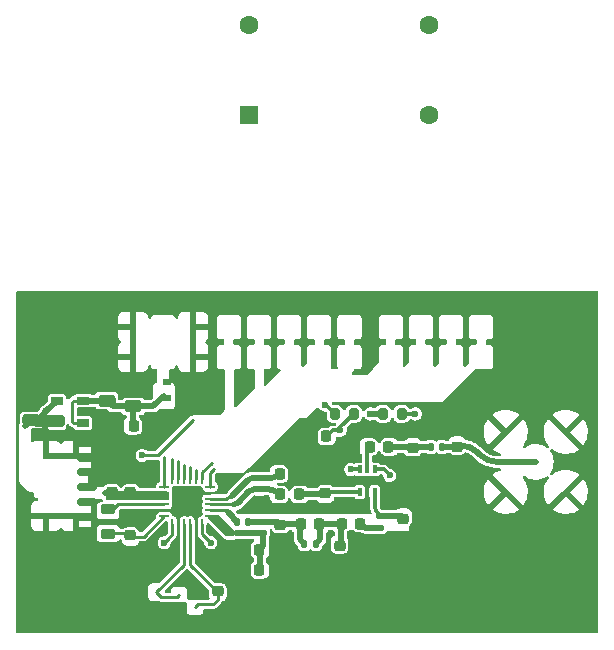
<source format=gbr>
%TF.GenerationSoftware,KiCad,Pcbnew,6.0.4-6f826c9f35~116~ubuntu20.04.1*%
%TF.CreationDate,2022-06-02T21:43:18+00:00*%
%TF.ProjectId,TFLORA01B,54464c4f-5241-4303-9142-2e6b69636164,rev?*%
%TF.SameCoordinates,Original*%
%TF.FileFunction,Copper,L2,Bot*%
%TF.FilePolarity,Positive*%
%FSLAX46Y46*%
G04 Gerber Fmt 4.6, Leading zero omitted, Abs format (unit mm)*
G04 Created by KiCad (PCBNEW 6.0.4-6f826c9f35~116~ubuntu20.04.1) date 2022-06-02 21:43:18*
%MOMM*%
%LPD*%
G01*
G04 APERTURE LIST*
G04 Aperture macros list*
%AMRoundRect*
0 Rectangle with rounded corners*
0 $1 Rounding radius*
0 $2 $3 $4 $5 $6 $7 $8 $9 X,Y pos of 4 corners*
0 Add a 4 corners polygon primitive as box body*
4,1,4,$2,$3,$4,$5,$6,$7,$8,$9,$2,$3,0*
0 Add four circle primitives for the rounded corners*
1,1,$1+$1,$2,$3*
1,1,$1+$1,$4,$5*
1,1,$1+$1,$6,$7*
1,1,$1+$1,$8,$9*
0 Add four rect primitives between the rounded corners*
20,1,$1+$1,$2,$3,$4,$5,0*
20,1,$1+$1,$4,$5,$6,$7,0*
20,1,$1+$1,$6,$7,$8,$9,0*
20,1,$1+$1,$8,$9,$2,$3,0*%
G04 Aperture macros list end*
%TA.AperFunction,ComponentPad*%
%ADD10R,1.600000X1.600000*%
%TD*%
%TA.AperFunction,ComponentPad*%
%ADD11C,1.600000*%
%TD*%
%TA.AperFunction,SMDPad,CuDef*%
%ADD12RoundRect,0.225000X0.250000X-0.225000X0.250000X0.225000X-0.250000X0.225000X-0.250000X-0.225000X0*%
%TD*%
%TA.AperFunction,SMDPad,CuDef*%
%ADD13RoundRect,0.225000X0.225000X0.250000X-0.225000X0.250000X-0.225000X-0.250000X0.225000X-0.250000X0*%
%TD*%
%TA.AperFunction,SMDPad,CuDef*%
%ADD14RoundRect,0.225000X-0.225000X-0.250000X0.225000X-0.250000X0.225000X0.250000X-0.225000X0.250000X0*%
%TD*%
%TA.AperFunction,SMDPad,CuDef*%
%ADD15RoundRect,0.062500X0.062500X-0.350000X0.062500X0.350000X-0.062500X0.350000X-0.062500X-0.350000X0*%
%TD*%
%TA.AperFunction,SMDPad,CuDef*%
%ADD16RoundRect,0.062500X0.350000X-0.062500X0.350000X0.062500X-0.350000X0.062500X-0.350000X-0.062500X0*%
%TD*%
%TA.AperFunction,ComponentPad*%
%ADD17C,0.500000*%
%TD*%
%TA.AperFunction,SMDPad,CuDef*%
%ADD18RoundRect,0.250000X1.050000X-1.050000X1.050000X1.050000X-1.050000X1.050000X-1.050000X-1.050000X0*%
%TD*%
%TA.AperFunction,SMDPad,CuDef*%
%ADD19RoundRect,0.200000X-0.200000X-0.275000X0.200000X-0.275000X0.200000X0.275000X-0.200000X0.275000X0*%
%TD*%
%TA.AperFunction,SMDPad,CuDef*%
%ADD20RoundRect,0.147500X-0.172500X0.147500X-0.172500X-0.147500X0.172500X-0.147500X0.172500X0.147500X0*%
%TD*%
%TA.AperFunction,SMDPad,CuDef*%
%ADD21RoundRect,0.147500X-0.147500X-0.172500X0.147500X-0.172500X0.147500X0.172500X-0.147500X0.172500X0*%
%TD*%
%TA.AperFunction,SMDPad,CuDef*%
%ADD22RoundRect,0.218750X0.381250X-0.218750X0.381250X0.218750X-0.381250X0.218750X-0.381250X-0.218750X0*%
%TD*%
%TA.AperFunction,SMDPad,CuDef*%
%ADD23RoundRect,0.147500X0.172500X-0.147500X0.172500X0.147500X-0.172500X0.147500X-0.172500X-0.147500X0*%
%TD*%
%TA.AperFunction,SMDPad,CuDef*%
%ADD24RoundRect,0.225000X-0.250000X0.225000X-0.250000X-0.225000X0.250000X-0.225000X0.250000X0.225000X0*%
%TD*%
%TA.AperFunction,SMDPad,CuDef*%
%ADD25R,1.060000X0.650000*%
%TD*%
%TA.AperFunction,SMDPad,CuDef*%
%ADD26RoundRect,0.250000X0.475000X-0.250000X0.475000X0.250000X-0.475000X0.250000X-0.475000X-0.250000X0*%
%TD*%
%TA.AperFunction,SMDPad,CuDef*%
%ADD27RoundRect,0.250000X-0.475000X0.250000X-0.475000X-0.250000X0.475000X-0.250000X0.475000X0.250000X0*%
%TD*%
%TA.AperFunction,SMDPad,CuDef*%
%ADD28R,0.400000X0.650000*%
%TD*%
%TA.AperFunction,SMDPad,CuDef*%
%ADD29R,0.700000X0.600000*%
%TD*%
%TA.AperFunction,SMDPad,CuDef*%
%ADD30RoundRect,0.200000X0.200000X0.275000X-0.200000X0.275000X-0.200000X-0.275000X0.200000X-0.275000X0*%
%TD*%
%TA.AperFunction,SMDPad,CuDef*%
%ADD31RoundRect,0.150000X0.700000X-0.150000X0.700000X0.150000X-0.700000X0.150000X-0.700000X-0.150000X0*%
%TD*%
%TA.AperFunction,SMDPad,CuDef*%
%ADD32RoundRect,0.250000X1.100000X-0.250000X1.100000X0.250000X-1.100000X0.250000X-1.100000X-0.250000X0*%
%TD*%
%TA.AperFunction,ViaPad*%
%ADD33C,0.600000*%
%TD*%
%TA.AperFunction,Conductor*%
%ADD34C,0.250000*%
%TD*%
%TA.AperFunction,Conductor*%
%ADD35C,0.500000*%
%TD*%
%TA.AperFunction,Conductor*%
%ADD36C,0.150000*%
%TD*%
%TA.AperFunction,Conductor*%
%ADD37C,0.300000*%
%TD*%
G04 APERTURE END LIST*
D10*
%TO.P,X1,1,NC*%
%TO.N,unconnected-(X1-NC)*%
X155079200Y-84908000D03*
D11*
%TO.P,X1,7,GND*%
%TO.N,GND*%
X170319200Y-84908000D03*
%TO.P,X1,8,OUT*%
%TO.N,Net-(X1-OUT)*%
X170319200Y-77288000D03*
%TO.P,X1,14,Vcc*%
%TO.N,+3V3*%
X155079200Y-77288000D03*
%TD*%
D12*
%TO.P,C19,1*%
%TO.N,GND*%
X168949600Y-114705000D03*
%TO.P,C19,2*%
%TO.N,Net-(C17-Pad1)*%
X168949600Y-113155000D03*
%TD*%
D13*
%TO.P,C18,1*%
%TO.N,Net-(U3-CTRL)*%
X161571000Y-112141000D03*
%TO.P,C18,2*%
%TO.N,GND*%
X160021000Y-112141000D03*
%TD*%
D12*
%TO.P,C12,1*%
%TO.N,Net-(U3-RF2)*%
X161558000Y-116921000D03*
%TO.P,C12,2*%
%TO.N,GND*%
X161558000Y-115371000D03*
%TD*%
%TO.P,C22,1*%
%TO.N,GND*%
X172720000Y-114567000D03*
%TO.P,C22,2*%
%TO.N,Net-(C22-Pad2)*%
X172720000Y-113017000D03*
%TD*%
%TO.P,C4,1*%
%TO.N,Net-(U1-VREG)*%
X145058000Y-120521000D03*
%TO.P,C4,2*%
%TO.N,GND*%
X145058000Y-118971000D03*
%TD*%
%TO.P,C5,1*%
%TO.N,+3V3*%
X143458000Y-116821000D03*
%TO.P,C5,2*%
%TO.N,GND*%
X143458000Y-115271000D03*
%TD*%
%TO.P,C1,1*%
%TO.N,Net-(C1-Pad1)*%
X152458000Y-125235000D03*
%TO.P,C1,2*%
%TO.N,Net-(U1-XTA)*%
X152458000Y-123685000D03*
%TD*%
D13*
%TO.P,C10,1*%
%TO.N,Net-(U3-RF2)*%
X159285000Y-117046000D03*
%TO.P,C10,2*%
%TO.N,Net-(U1-RFI_N)*%
X157735000Y-117046000D03*
%TD*%
D12*
%TO.P,C6,1*%
%TO.N,+3V3*%
X145058000Y-116821000D03*
%TO.P,C6,2*%
%TO.N,GND*%
X145058000Y-115271000D03*
%TD*%
D14*
%TO.P,C8,1*%
%TO.N,Net-(U1-RFI_P)*%
X157735000Y-115316000D03*
%TO.P,C8,2*%
%TO.N,GND*%
X159285000Y-115316000D03*
%TD*%
D15*
%TO.P,U1,1,VDD_IN*%
%TO.N,+3V3*%
X151108000Y-119583500D03*
%TO.P,U1,2,GND*%
%TO.N,GND*%
X150608000Y-119583500D03*
%TO.P,U1,3,XTA*%
%TO.N,Net-(U1-XTA)*%
X150108000Y-119583500D03*
%TO.P,U1,4,XTB*%
%TO.N,unconnected-(U1-XTB)*%
X149608000Y-119583500D03*
%TO.P,U1,5,GND*%
%TO.N,GND*%
X149108000Y-119583500D03*
%TO.P,U1,6,DIO3*%
%TO.N,/DIO3*%
X148608000Y-119583500D03*
D16*
%TO.P,U1,7,VREG*%
%TO.N,Net-(U1-VREG)*%
X147920500Y-118896000D03*
%TO.P,U1,8,GND*%
%TO.N,GND*%
X147920500Y-118396000D03*
%TO.P,U1,9,DCC_SW*%
%TO.N,Net-(U1-DCC_SW)*%
X147920500Y-117896000D03*
%TO.P,U1,10,VBAT*%
%TO.N,+3V3*%
X147920500Y-117396000D03*
%TO.P,U1,11,VBAT_IO*%
X147920500Y-116896000D03*
%TO.P,U1,12,DIO2*%
%TO.N,/DIO2*%
X147920500Y-116396000D03*
D15*
%TO.P,U1,13,DIO1*%
%TO.N,/DIO1*%
X148608000Y-115708500D03*
%TO.P,U1,14,BUSY*%
%TO.N,/BUSY*%
X149108000Y-115708500D03*
%TO.P,U1,15,RESET*%
%TO.N,/#RESET*%
X149608000Y-115708500D03*
%TO.P,U1,16,MISO*%
%TO.N,/MISO*%
X150108000Y-115708500D03*
%TO.P,U1,17,MOSI*%
%TO.N,/MOSI*%
X150608000Y-115708500D03*
%TO.P,U1,18,SCK*%
%TO.N,/SCK*%
X151108000Y-115708500D03*
D16*
%TO.P,U1,19,~{CS}*%
%TO.N,/#CS*%
X151795500Y-116396000D03*
%TO.P,U1,20,GND*%
%TO.N,GND*%
X151795500Y-116896000D03*
%TO.P,U1,21,RFI_P*%
%TO.N,Net-(U1-RFI_P)*%
X151795500Y-117396000D03*
%TO.P,U1,22,RFI_N*%
%TO.N,Net-(U1-RFI_N)*%
X151795500Y-117896000D03*
%TO.P,U1,23,RFO*%
%TO.N,Net-(U1-RFO)*%
X151795500Y-118396000D03*
%TO.P,U1,24,VR_PA*%
%TO.N,Net-(U1-VR_PA)*%
X151795500Y-118896000D03*
D17*
%TO.P,U1,25,GND*%
%TO.N,GND*%
X150908000Y-117646000D03*
X148808000Y-118696000D03*
X149858000Y-117646000D03*
X148808000Y-116596000D03*
X150908000Y-116596000D03*
X148808000Y-117646000D03*
X150908000Y-118696000D03*
X149858000Y-118696000D03*
X149858000Y-116596000D03*
D18*
X149858000Y-117646000D03*
%TD*%
D19*
%TO.P,R1,1*%
%TO.N,+3V3*%
X166408500Y-110236000D03*
%TO.P,R1,2*%
%TO.N,/#RESET*%
X168058500Y-110236000D03*
%TD*%
D20*
%TO.P,L2,1,1*%
%TO.N,Net-(U1-RFI_P)*%
X155970000Y-115661000D03*
%TO.P,L2,2,2*%
%TO.N,Net-(U1-RFI_N)*%
X155970000Y-116631000D03*
%TD*%
D21*
%TO.P,L7,1,1*%
%TO.N,Net-(C17-Pad1)*%
X170464600Y-113030000D03*
%TO.P,L7,2,2*%
%TO.N,Net-(C22-Pad2)*%
X171434600Y-113030000D03*
%TD*%
D22*
%TO.P,L1,1*%
%TO.N,Net-(U1-VREG)*%
X143158000Y-120442500D03*
%TO.P,L1,2*%
%TO.N,Net-(U1-DCC_SW)*%
X143158000Y-118317500D03*
%TD*%
D23*
%TO.P,L4,1,1*%
%TO.N,Net-(U1-VR_PA)*%
X156258000Y-120331000D03*
%TO.P,L4,2,2*%
%TO.N,Net-(C11-Pad1)*%
X156258000Y-119361000D03*
%TD*%
%TO.P,L6,1,1*%
%TO.N,Net-(C15-Pad1)*%
X166217600Y-119865000D03*
%TO.P,L6,2,2*%
%TO.N,Net-(U3-RF1)*%
X166217600Y-118895000D03*
%TD*%
D21*
%TO.P,L5,1,1*%
%TO.N,Net-(C11-Pad1)*%
X159773000Y-121246000D03*
%TO.P,L5,2,2*%
%TO.N,Net-(C13-Pad1)*%
X160743000Y-121246000D03*
%TD*%
D13*
%TO.P,C13,1*%
%TO.N,Net-(C13-Pad1)*%
X161033000Y-119546000D03*
%TO.P,C13,2*%
%TO.N,Net-(C11-Pad1)*%
X159483000Y-119546000D03*
%TD*%
D24*
%TO.P,C16,1*%
%TO.N,Net-(U3-RF1)*%
X168148000Y-119113000D03*
%TO.P,C16,2*%
%TO.N,GND*%
X168148000Y-120663000D03*
%TD*%
D13*
%TO.P,C17,1*%
%TO.N,Net-(C17-Pad1)*%
X166879600Y-113030000D03*
%TO.P,C17,2*%
%TO.N,Net-(U3-RFC)*%
X165329600Y-113030000D03*
%TD*%
D24*
%TO.P,C14,1*%
%TO.N,Net-(C13-Pad1)*%
X162758000Y-121385000D03*
%TO.P,C14,2*%
%TO.N,GND*%
X162758000Y-122935000D03*
%TD*%
%TO.P,C11,1*%
%TO.N,Net-(C11-Pad1)*%
X157758000Y-119671000D03*
%TO.P,C11,2*%
%TO.N,GND*%
X157758000Y-121221000D03*
%TD*%
D13*
%TO.P,C15,1*%
%TO.N,Net-(C15-Pad1)*%
X164514800Y-119532400D03*
%TO.P,C15,2*%
%TO.N,Net-(C13-Pad1)*%
X162964800Y-119532400D03*
%TD*%
%TO.P,C9,1*%
%TO.N,Net-(U1-VR_PA)*%
X155908000Y-121746000D03*
%TO.P,C9,2*%
%TO.N,GND*%
X154358000Y-121746000D03*
%TD*%
%TO.P,C7,1*%
%TO.N,Net-(U1-VR_PA)*%
X155908000Y-123446000D03*
%TO.P,C7,2*%
%TO.N,GND*%
X154358000Y-123446000D03*
%TD*%
D21*
%TO.P,L3,1,1*%
%TO.N,Net-(U1-RFO)*%
X154073000Y-119346000D03*
%TO.P,L3,2,2*%
%TO.N,Net-(C11-Pad1)*%
X155043000Y-119346000D03*
%TD*%
D14*
%TO.P,C2,1*%
%TO.N,+5V*%
X145363000Y-111252000D03*
%TO.P,C2,2*%
%TO.N,GND*%
X146913000Y-111252000D03*
%TD*%
D25*
%TO.P,U2,1,VIN*%
%TO.N,+5V*%
X141038000Y-109102000D03*
%TO.P,U2,2,GND*%
%TO.N,GND*%
X141038000Y-110052000D03*
%TO.P,U2,3,EN*%
%TO.N,+5V*%
X141038000Y-111002000D03*
%TO.P,U2,4,NC*%
%TO.N,unconnected-(U2-NC)*%
X138838000Y-111002000D03*
%TO.P,U2,5,VOUT*%
%TO.N,+3V3*%
X138838000Y-109102000D03*
%TD*%
D26*
%TO.P,C24,1*%
%TO.N,+3V3*%
X136652000Y-110741500D03*
%TO.P,C24,2*%
%TO.N,GND*%
X136652000Y-108841500D03*
%TD*%
D27*
%TO.P,C21,1*%
%TO.N,+5V*%
X143038000Y-109102000D03*
%TO.P,C21,2*%
%TO.N,GND*%
X143038000Y-111002000D03*
%TD*%
D26*
%TO.P,C25,1*%
%TO.N,+5V*%
X145288000Y-109598500D03*
%TO.P,C25,2*%
%TO.N,GND*%
X145288000Y-107698500D03*
%TD*%
D28*
%TO.P,U3,1,RF1*%
%TO.N,Net-(U3-RF1)*%
X165750000Y-116836000D03*
%TO.P,U3,2,GND*%
%TO.N,GND*%
X165100000Y-116836000D03*
%TO.P,U3,3,RF2*%
%TO.N,Net-(U3-RF2)*%
X164450000Y-116836000D03*
%TO.P,U3,4,CTRL*%
%TO.N,Net-(U3-CTRL)*%
X164450000Y-114936000D03*
%TO.P,U3,5,RFC*%
%TO.N,Net-(U3-RFC)*%
X165100000Y-114936000D03*
%TO.P,U3,6,#CTRL*%
%TO.N,+3V3*%
X165750000Y-114936000D03*
%TD*%
D29*
%TO.P,D1,1,K*%
%TO.N,+5V*%
X148132800Y-108904000D03*
%TO.P,D1,2,A*%
%TO.N,GND*%
X148132800Y-107504000D03*
%TD*%
D30*
%TO.P,R2,1*%
%TO.N,Net-(U3-CTRL)*%
X163994500Y-110236000D03*
%TO.P,R2,2*%
%TO.N,/DIO2*%
X162344500Y-110236000D03*
%TD*%
D31*
%TO.P,J1,1*%
%TO.N,+5V*%
X141397600Y-120183600D03*
%TO.P,J1,2*%
%TO.N,/SCK*%
X141397600Y-118933600D03*
%TO.P,J1,3*%
%TO.N,/MISO*%
X141397600Y-117683600D03*
%TO.P,J1,4*%
%TO.N,/MOSI*%
X141397600Y-116433600D03*
%TO.P,J1,5*%
%TO.N,/#CS*%
X141397600Y-115183600D03*
%TO.P,J1,6*%
%TO.N,Net-(U4-Y)*%
X141397600Y-113933600D03*
%TO.P,J1,7*%
%TO.N,GND*%
X141397600Y-112683600D03*
D32*
%TO.P,J1,MP*%
X138197600Y-122033600D03*
X138197600Y-110833600D03*
%TD*%
D33*
%TO.N,GND*%
X145058000Y-114046000D03*
X143458000Y-114046000D03*
X148358000Y-123260000D03*
X150558000Y-124560000D03*
X163830000Y-113665000D03*
X184150000Y-119380000D03*
X148463000Y-128270000D03*
X163830000Y-100330000D03*
X161798000Y-113919000D03*
X171069000Y-111633000D03*
X184150000Y-118110000D03*
X157356660Y-118341817D03*
X184150000Y-114300000D03*
X145161000Y-122301000D03*
X168910000Y-111633000D03*
X142240000Y-128270000D03*
X184150000Y-110490000D03*
X167894000Y-111633000D03*
X143383000Y-107442000D03*
X145161000Y-123317000D03*
X153858000Y-124946000D03*
X146304000Y-128270000D03*
X168402000Y-122428000D03*
X143764000Y-112649000D03*
X153670000Y-100330000D03*
X169164000Y-116967000D03*
X177800000Y-108585000D03*
X170053000Y-111633000D03*
X172085000Y-128270000D03*
X164211000Y-121666000D03*
X161290000Y-100330000D03*
X172212000Y-111506000D03*
X163195000Y-128270000D03*
X160655000Y-128270000D03*
X167767000Y-114300000D03*
X154940000Y-100330000D03*
X153416000Y-123446000D03*
X172720000Y-100330000D03*
X157480000Y-100330000D03*
X162560000Y-124460000D03*
X155858000Y-118346000D03*
X152273000Y-128270000D03*
X174117000Y-114935000D03*
X166370000Y-100330000D03*
X150876000Y-122301000D03*
X181610000Y-120015000D03*
X159766000Y-122809000D03*
X149858000Y-123860000D03*
X153797000Y-126111000D03*
X150858000Y-121146000D03*
X155575000Y-128270000D03*
X145161000Y-128270000D03*
X170815000Y-128270000D03*
X143510000Y-100330000D03*
X144780000Y-100330000D03*
X135890000Y-120650000D03*
X168275000Y-128270000D03*
X158750000Y-100330000D03*
X172847000Y-116967000D03*
X146050000Y-100330000D03*
X173101000Y-111506000D03*
X169545000Y-120904000D03*
X177800000Y-100330000D03*
X175260000Y-100330000D03*
X176530000Y-108585000D03*
X146939000Y-112649000D03*
X158115000Y-128270000D03*
X168148000Y-116967000D03*
X156210000Y-100330000D03*
X182245000Y-108585000D03*
X149860000Y-100330000D03*
X162941000Y-115697000D03*
X167640000Y-100330000D03*
X173990000Y-100330000D03*
X183515000Y-120015000D03*
X148908011Y-121145981D03*
X148590000Y-100330000D03*
X170180000Y-100330000D03*
X164846000Y-111633000D03*
X135890000Y-119380000D03*
X162258000Y-118346000D03*
X164465000Y-128270000D03*
X146050000Y-127000000D03*
X135890000Y-116840000D03*
X184150000Y-116840000D03*
X154940000Y-118346000D03*
X173990000Y-111506000D03*
X174498000Y-112268000D03*
X165735000Y-128270000D03*
X171450000Y-100330000D03*
X164846000Y-117983000D03*
X170561000Y-116967000D03*
X154305000Y-128270000D03*
X152019000Y-122301000D03*
X153035000Y-115570000D03*
X163858046Y-118346000D03*
X173990000Y-118110000D03*
X161925000Y-128270000D03*
X145161000Y-125349000D03*
X153158000Y-121746000D03*
X168910000Y-100330000D03*
X177165000Y-128270000D03*
X173355000Y-128270000D03*
X148717000Y-122174000D03*
X160658000Y-118346000D03*
X145161000Y-126619000D03*
X165100000Y-100330000D03*
X147320000Y-121920000D03*
X146058000Y-118946000D03*
X175895000Y-120015000D03*
X162560000Y-100330000D03*
X184150000Y-113030000D03*
X161036000Y-122809000D03*
X184150000Y-107950000D03*
X171704000Y-116967000D03*
X179705000Y-118745000D03*
X179070000Y-120015000D03*
X166497000Y-121158000D03*
X160020000Y-100330000D03*
X157480000Y-122809000D03*
X151130000Y-100330000D03*
X164211000Y-122809000D03*
X169545000Y-122428000D03*
X167132000Y-116967000D03*
X184150000Y-115570000D03*
X171323000Y-114300000D03*
X149258000Y-124560000D03*
X161036000Y-124460000D03*
X169418000Y-117983000D03*
X147447000Y-128270000D03*
X156224000Y-114808000D03*
X170307000Y-114300000D03*
X184150000Y-120650000D03*
X175895000Y-128270000D03*
X169545000Y-128270000D03*
X165227000Y-121158000D03*
X174625000Y-120015000D03*
X147858000Y-126560000D03*
X153035000Y-127127000D03*
X136271000Y-107315000D03*
X184150000Y-109220000D03*
X152400000Y-100330000D03*
X145161000Y-112649000D03*
X167005000Y-128270000D03*
X159058000Y-118346000D03*
X174117000Y-116967000D03*
X176530000Y-100330000D03*
X159385000Y-128270000D03*
X149606000Y-128270000D03*
X180975000Y-108585000D03*
X164338000Y-124460000D03*
X143510000Y-128270000D03*
X147320000Y-100330000D03*
X165989000Y-111633000D03*
X175006000Y-115062000D03*
X135890000Y-118110000D03*
X177800000Y-120015000D03*
X141859000Y-107569000D03*
X163830000Y-111633000D03*
X143637000Y-121920000D03*
X158623000Y-122809000D03*
X173990000Y-119380000D03*
X166116000Y-113919000D03*
X145161000Y-124333000D03*
X156845000Y-128270000D03*
X167132000Y-122428000D03*
X179070000Y-110490000D03*
X150876000Y-128270000D03*
X146050000Y-121920000D03*
X169545000Y-119126000D03*
X163830000Y-112649000D03*
X184150000Y-111760000D03*
X174625000Y-128270000D03*
X184150000Y-106680000D03*
X142494000Y-112649000D03*
%TO.N,Net-(U1-XTA)*%
X151358000Y-123260000D03*
%TO.N,+3V3*%
X167005000Y-115443000D03*
X165354000Y-110236000D03*
X137940000Y-110000000D03*
X151858000Y-121146000D03*
X146858000Y-117146000D03*
%TO.N,Net-(U3-CTRL)*%
X162814000Y-111633000D03*
X163703000Y-114935000D03*
%TO.N,/#RESET*%
X169164000Y-110236000D03*
%TO.N,/DIO2*%
X161544000Y-109490080D03*
%TO.N,/DIO3*%
X146058000Y-113746046D03*
X147901519Y-121146000D03*
%TD*%
D34*
%TO.N,Net-(C1-Pad1)*%
X152458000Y-125335000D02*
X152458000Y-125960000D01*
X152058000Y-126360000D02*
X150758000Y-126360000D01*
X150758000Y-126360000D02*
X150533000Y-126585000D01*
X152458000Y-125960000D02*
X152058000Y-126360000D01*
X150108000Y-122985000D02*
X152458000Y-125335000D01*
X150108000Y-122985000D02*
X150108000Y-119583500D01*
%TO.N,GND*%
X148033000Y-123585000D02*
X148358000Y-123260000D01*
X150608000Y-119583500D02*
X150608000Y-118996000D01*
X149108000Y-118996000D02*
X148808000Y-118696000D01*
X147258000Y-123585000D02*
X148033000Y-123585000D01*
X150533000Y-124585000D02*
X150558000Y-124560000D01*
X147920500Y-118396000D02*
X148508000Y-118396000D01*
X148508000Y-118396000D02*
X148808000Y-118696000D01*
X149108000Y-119583500D02*
X149108000Y-118996000D01*
X151208000Y-116896000D02*
X150908000Y-116596000D01*
X150608000Y-118996000D02*
X150908000Y-118696000D01*
X150533000Y-125535000D02*
X150533000Y-124585000D01*
X143458000Y-115171000D02*
X143458000Y-114046000D01*
X145058000Y-115171000D02*
X145058000Y-114046000D01*
X151795500Y-116896000D02*
X151208000Y-116896000D01*
D35*
X142085500Y-110052000D02*
X143038000Y-111004500D01*
X141038000Y-110052000D02*
X142085500Y-110052000D01*
X157379928Y-118318541D02*
X157356652Y-118341817D01*
D34*
X166497000Y-114300000D02*
X166116000Y-113919000D01*
X150876000Y-128270000D02*
X152273000Y-128270000D01*
X167767000Y-114300000D02*
X166497000Y-114300000D01*
D35*
X157356660Y-118341817D02*
X159053817Y-118341817D01*
D34*
X148463000Y-128270000D02*
X149606000Y-128270000D01*
X153035000Y-126873000D02*
X153797000Y-126111000D01*
D35*
X163858046Y-118346000D02*
X164483000Y-118346000D01*
D34*
X154258000Y-121746000D02*
X153158000Y-121746000D01*
X154157999Y-124646001D02*
X153858000Y-124946000D01*
X146357999Y-118646001D02*
X146058000Y-118946000D01*
X153035000Y-127127000D02*
X153035000Y-126873000D01*
X149183000Y-126585000D02*
X147883000Y-126585000D01*
X145058000Y-118871000D02*
X145983000Y-118871000D01*
D36*
X154395832Y-115570000D02*
X153035000Y-115570000D01*
D35*
X157356652Y-118341817D02*
X157356660Y-118341817D01*
D37*
X161513000Y-115316000D02*
X161558000Y-115271000D01*
D34*
X144018000Y-122301000D02*
X143637000Y-121920000D01*
X145161000Y-122301000D02*
X144018000Y-122301000D01*
X145983000Y-118871000D02*
X146058000Y-118946000D01*
X149108000Y-120945992D02*
X148908011Y-121145981D01*
X146608000Y-118396000D02*
X146357999Y-118646001D01*
X150876000Y-122301000D02*
X152019000Y-122301000D01*
X147883000Y-126585000D02*
X147858000Y-126560000D01*
X150608000Y-119583500D02*
X150608000Y-120896000D01*
D35*
X160658000Y-118346000D02*
X162258000Y-118346000D01*
D34*
X149108000Y-119583500D02*
X149108000Y-120945992D01*
X147920500Y-118396000D02*
X146608000Y-118396000D01*
X154258000Y-123446000D02*
X154258000Y-124546000D01*
D35*
X150558000Y-124560000D02*
X149258000Y-124560000D01*
D34*
X154258000Y-124546000D02*
X154157999Y-124646001D01*
X150608000Y-120896000D02*
X150858000Y-121146000D01*
D36*
X155157832Y-114808000D02*
X154395832Y-115570000D01*
D35*
X164483000Y-118346000D02*
X164846000Y-117983000D01*
X159053817Y-118341817D02*
X159058000Y-118346000D01*
D34*
%TO.N,+5V*%
X140258000Y-109102000D02*
X140132999Y-109227001D01*
D35*
X143038000Y-109099500D02*
X143292000Y-109099500D01*
X143035500Y-109102000D02*
X143038000Y-109099500D01*
D34*
X140132999Y-110876999D02*
X140258000Y-111002000D01*
D35*
X141038000Y-109102000D02*
X143035500Y-109102000D01*
D34*
X140132999Y-109227001D02*
X140132999Y-110876999D01*
X140258000Y-111002000D02*
X141038000Y-111002000D01*
X141038000Y-109102000D02*
X140258000Y-109102000D01*
D35*
X143539500Y-109601000D02*
X143038000Y-109099500D01*
X145263000Y-111252000D02*
X145263000Y-109626000D01*
X146995000Y-109601000D02*
X147884000Y-108712000D01*
X145288000Y-109601000D02*
X143539500Y-109601000D01*
X145288000Y-109601000D02*
X146995000Y-109601000D01*
X145263000Y-109626000D02*
X145288000Y-109601000D01*
D34*
%TO.N,Net-(U1-XTA)*%
X152458000Y-123585000D02*
X151683000Y-123585000D01*
X151683000Y-123585000D02*
X151358000Y-123260000D01*
%TO.N,Net-(U1-VREG)*%
X145058000Y-120621000D02*
X146195500Y-120621000D01*
X143158000Y-120332500D02*
X144769500Y-120332500D01*
X146195500Y-120621000D02*
X147920500Y-118896000D01*
X144769500Y-120332500D02*
X145058000Y-120621000D01*
D35*
%TO.N,+3V3*%
X143435500Y-116898500D02*
X143458000Y-116921000D01*
X142883000Y-116921000D02*
X143458000Y-116921000D01*
X137196000Y-110744000D02*
X137940000Y-110000000D01*
D37*
X165750000Y-114936000D02*
X166498000Y-114936000D01*
D35*
X166446000Y-110236000D02*
X165354000Y-110236000D01*
D34*
X145058000Y-116921000D02*
X146633000Y-116921000D01*
X146633000Y-116921000D02*
X146858000Y-117146000D01*
D35*
X136144000Y-111252000D02*
X136652000Y-110744000D01*
X136652000Y-110744000D02*
X137196000Y-110744000D01*
D37*
X166498000Y-114936000D02*
X167005000Y-115443000D01*
D34*
X151108000Y-120396000D02*
X151858000Y-121146000D01*
D35*
X137940000Y-110000000D02*
X138838000Y-109102000D01*
D34*
X151108000Y-119583500D02*
X151108000Y-120396000D01*
%TO.N,Net-(U1-VR_PA)*%
X152058000Y-118896000D02*
X151795500Y-118896000D01*
D35*
X156008000Y-121746000D02*
X156008000Y-123446000D01*
D34*
X152008000Y-118896000D02*
X151795500Y-118896000D01*
D35*
X156258000Y-120331000D02*
X156258000Y-121396000D01*
D34*
X152424000Y-118896000D02*
X153859000Y-120331000D01*
D35*
X156258000Y-121396000D02*
X155908000Y-121746000D01*
D34*
X153859000Y-120331000D02*
X153989000Y-120331000D01*
D35*
X156258000Y-120331000D02*
X153989000Y-120331000D01*
D34*
X151795500Y-118896000D02*
X152424000Y-118896000D01*
D35*
%TO.N,Net-(U1-RFI_P)*%
X154525980Y-116320332D02*
X153670000Y-117176312D01*
D34*
X152733000Y-117396000D02*
X152779893Y-117396000D01*
D35*
X155038865Y-115807447D02*
X154525980Y-116320332D01*
X156875786Y-115661000D02*
X155970000Y-115661000D01*
D34*
X151795500Y-117396000D02*
X152733000Y-117396000D01*
D35*
X157582893Y-115368107D02*
X157635000Y-115316000D01*
D34*
X153596759Y-117249553D02*
X153670000Y-117176312D01*
X152733000Y-117396000D02*
X153243205Y-117396000D01*
D35*
X155970000Y-115661000D02*
X155392419Y-115661000D01*
X155392419Y-115661014D02*
G75*
G03*
X155038866Y-115807448I-19J-499986D01*
G01*
X156875786Y-115660990D02*
G75*
G03*
X157582893Y-115368107I14J999990D01*
G01*
D34*
X153596756Y-117249550D02*
G75*
G02*
X153243205Y-117396000I-353556J353550D01*
G01*
D37*
%TO.N,Net-(U3-RF2)*%
X161743000Y-116836000D02*
X161558000Y-117021000D01*
D35*
X161533000Y-117046000D02*
X161558000Y-117021000D01*
X159385000Y-117046000D02*
X161533000Y-117046000D01*
D37*
X164450000Y-116836000D02*
X161743000Y-116836000D01*
D35*
%TO.N,Net-(U1-RFI_N)*%
X157512893Y-116923893D02*
X157635000Y-117046000D01*
X155970000Y-116631000D02*
X155483107Y-116631000D01*
X155129553Y-116777447D02*
X154157446Y-117749554D01*
D34*
X151795500Y-117896000D02*
X153803893Y-117896000D01*
D35*
X156805786Y-116631000D02*
X155970000Y-116631000D01*
X157512900Y-116923886D02*
G75*
G03*
X156805786Y-116631000I-707100J-707114D01*
G01*
X155483107Y-116631005D02*
G75*
G03*
X155129553Y-116777447I-7J-499995D01*
G01*
X153803893Y-117895995D02*
G75*
G03*
X154157446Y-117749554I7J499995D01*
G01*
%TO.N,Net-(C11-Pad1)*%
X159358000Y-119571000D02*
X159383000Y-119546000D01*
X159383000Y-120856000D02*
X159773000Y-121246000D01*
X157758000Y-119571000D02*
X159358000Y-119571000D01*
X156258000Y-119361000D02*
X157548000Y-119361000D01*
X157548000Y-119361000D02*
X157758000Y-119571000D01*
X159383000Y-119546000D02*
X159383000Y-120856000D01*
X155043000Y-119346000D02*
X156243000Y-119346000D01*
X156243000Y-119346000D02*
X156258000Y-119361000D01*
%TO.N,Net-(C13-Pad1)*%
X161133000Y-120856000D02*
X160743000Y-121246000D01*
X161133000Y-119546000D02*
X162851200Y-119546000D01*
X161133000Y-119546000D02*
X161133000Y-120856000D01*
X162864800Y-119532400D02*
X162864800Y-121178200D01*
X162851200Y-119546000D02*
X162864800Y-119532400D01*
X162864800Y-121178200D02*
X162758000Y-121285000D01*
%TO.N,Net-(C15-Pad1)*%
X164947400Y-119865000D02*
X166217600Y-119865000D01*
X164614800Y-119532400D02*
X164947400Y-119865000D01*
D37*
%TO.N,Net-(U3-RF1)*%
X166042893Y-118720293D02*
X166217600Y-118895000D01*
X165750000Y-116836000D02*
X165750000Y-118013186D01*
D35*
X166217600Y-118895000D02*
X168030000Y-118895000D01*
X168030000Y-118895000D02*
X168148000Y-119013000D01*
D37*
X166042886Y-118720300D02*
G75*
G02*
X165750000Y-118013186I707114J707100D01*
G01*
D35*
%TO.N,Net-(C17-Pad1)*%
X168949600Y-113055000D02*
X170439600Y-113055000D01*
X170439600Y-113055000D02*
X170464600Y-113030000D01*
X166979600Y-113030000D02*
X168924600Y-113030000D01*
X168924600Y-113030000D02*
X168949600Y-113055000D01*
D37*
%TO.N,Net-(U3-RFC)*%
X165100000Y-114936000D02*
X165100000Y-113159600D01*
X165100000Y-113159600D02*
X165229600Y-113030000D01*
D35*
%TO.N,Net-(C22-Pad2)*%
X172924600Y-113030000D02*
X172949600Y-113055000D01*
X171434600Y-113030000D02*
X172924600Y-113030000D01*
X176088427Y-114300000D02*
X179374800Y-114300000D01*
X174462787Y-113502787D02*
X174674214Y-113714214D01*
X172720000Y-112917000D02*
X173048573Y-112917000D01*
X174674200Y-113714228D02*
G75*
G03*
X176088427Y-114300000I1414200J1414228D01*
G01*
X174462801Y-113502773D02*
G75*
G03*
X173048573Y-112917000I-1414201J-1414227D01*
G01*
D37*
%TO.N,Net-(U3-CTRL)*%
X162814000Y-111379000D02*
X163957000Y-110236000D01*
X162814000Y-111633000D02*
X162179000Y-111633000D01*
X162814000Y-111633000D02*
X162814000Y-111379000D01*
X162179000Y-111633000D02*
X161671000Y-112141000D01*
X163704000Y-114936000D02*
X163703000Y-114935000D01*
X164450000Y-114936000D02*
X163704000Y-114936000D01*
D34*
%TO.N,/SCK*%
X151108000Y-115708500D02*
X151108000Y-115177408D01*
X151108000Y-115177408D02*
X151917760Y-114367648D01*
%TO.N,/MISO*%
X150108000Y-115708500D02*
X150108000Y-114763136D01*
%TO.N,/MOSI*%
X150608000Y-115708500D02*
X150608000Y-114970272D01*
%TO.N,/#CS*%
X151795500Y-116396000D02*
X151795500Y-115208500D01*
X151795500Y-115208500D02*
X152136332Y-114867668D01*
%TO.N,/#RESET*%
X149608000Y-115708500D02*
X149608000Y-114556000D01*
D37*
X168021000Y-110236000D02*
X169164000Y-110236000D01*
D34*
%TO.N,/DIO1*%
X148608000Y-115708500D02*
X148608000Y-114028000D01*
%TO.N,/DIO2*%
X147920500Y-116396000D02*
X147920500Y-113898636D01*
D35*
X162382000Y-110236000D02*
X162289920Y-110236000D01*
D37*
X161636080Y-109490080D02*
X162382000Y-110236000D01*
X161544000Y-109490080D02*
X161636080Y-109490080D01*
D34*
%TO.N,/DIO3*%
X148608000Y-120439519D02*
X148201518Y-120846001D01*
X148201518Y-120846001D02*
X147901519Y-121146000D01*
X146058000Y-113746046D02*
X147365954Y-113746046D01*
X148608000Y-119583500D02*
X148608000Y-120439519D01*
X147365954Y-113746046D02*
X150368000Y-110744000D01*
%TO.N,/BUSY*%
X149108000Y-115708500D02*
X149108000Y-114235136D01*
%TO.N,Net-(U1-DCC_SW)*%
X143410500Y-118493500D02*
X143158000Y-118493500D01*
X144008000Y-117896000D02*
X143410500Y-118493500D01*
X147920500Y-117896000D02*
X144008000Y-117896000D01*
%TO.N,Net-(U1-RFO)*%
X151795500Y-118396000D02*
X153123000Y-118396000D01*
D35*
X154073000Y-119346000D02*
X153738832Y-119011832D01*
X153738832Y-119011832D02*
X153738832Y-119001832D01*
X153738832Y-119001832D02*
X153283000Y-118546000D01*
D34*
X153123000Y-118396000D02*
X153133000Y-118396000D01*
X153133000Y-118396000D02*
X153283000Y-118546000D01*
%TO.N,unconnected-(U1-XTB)*%
X147683000Y-125760000D02*
X147258000Y-125335000D01*
X148958000Y-125760000D02*
X147683000Y-125760000D01*
X149183000Y-125535000D02*
X148958000Y-125760000D01*
X149608000Y-122985000D02*
X147258000Y-125335000D01*
X149608000Y-122985000D02*
X149608000Y-119583500D01*
%TD*%
%TA.AperFunction,Conductor*%
%TO.N,+3V3*%
G36*
X147490797Y-116778478D02*
G01*
X147512675Y-116786441D01*
X147513349Y-116786500D01*
X147879174Y-116786500D01*
X147898572Y-116788027D01*
X147920500Y-116791500D01*
X147930141Y-116789973D01*
X147942428Y-116788027D01*
X147961826Y-116786500D01*
X148168500Y-116786500D01*
X148235539Y-116806185D01*
X148281294Y-116858989D01*
X148292500Y-116910500D01*
X148292500Y-117381500D01*
X148272815Y-117448539D01*
X148220011Y-117494294D01*
X148168500Y-117505500D01*
X144070697Y-117505500D01*
X144070137Y-117505456D01*
X144069870Y-117505369D01*
X143946131Y-117505369D01*
X143936855Y-117508383D01*
X143936849Y-117508384D01*
X143925810Y-117511971D01*
X143906886Y-117516515D01*
X143888202Y-117519474D01*
X143868806Y-117521000D01*
X143082000Y-117521000D01*
X143014961Y-117501315D01*
X142969206Y-117448511D01*
X142958000Y-117397000D01*
X142958000Y-116895000D01*
X142977685Y-116827961D01*
X143030489Y-116782206D01*
X143082000Y-116771000D01*
X147448386Y-116771000D01*
X147490797Y-116778478D01*
G37*
%TD.AperFunction*%
%TD*%
%TA.AperFunction,Conductor*%
%TO.N,Net-(U1-VR_PA)*%
G36*
X152249431Y-118841502D02*
G01*
X152270405Y-118858405D01*
X153777375Y-120365375D01*
X153778588Y-120366469D01*
X153789648Y-120376448D01*
X153826827Y-120436931D01*
X153825405Y-120507914D01*
X153785832Y-120566859D01*
X153720673Y-120595052D01*
X153705244Y-120596000D01*
X153260190Y-120596000D01*
X153192069Y-120575998D01*
X153171095Y-120559095D01*
X151648595Y-119036595D01*
X151614569Y-118974283D01*
X151619634Y-118903468D01*
X151662181Y-118846632D01*
X151728701Y-118821821D01*
X151737690Y-118821500D01*
X152181310Y-118821500D01*
X152249431Y-118841502D01*
G37*
%TD.AperFunction*%
%TD*%
%TA.AperFunction,Conductor*%
%TO.N,GND*%
G36*
X184608121Y-99834002D02*
G01*
X184654614Y-99887658D01*
X184666000Y-99940000D01*
X184666000Y-128660000D01*
X184645998Y-128728121D01*
X184592342Y-128774614D01*
X184540000Y-128786000D01*
X135500000Y-128786000D01*
X135431879Y-128765998D01*
X135385386Y-128712342D01*
X135374000Y-128660000D01*
X135374000Y-119139548D01*
X136647000Y-119139548D01*
X136647000Y-119631743D01*
X136647161Y-119636250D01*
X136651740Y-119700269D01*
X136654126Y-119713491D01*
X136690819Y-119838458D01*
X136698233Y-119854692D01*
X136767426Y-119962360D01*
X136779112Y-119975847D01*
X136875840Y-120059662D01*
X136890848Y-120069307D01*
X137007275Y-120122477D01*
X137024388Y-120127502D01*
X137155554Y-120146361D01*
X137164495Y-120147000D01*
X137649885Y-120147000D01*
X137665124Y-120142525D01*
X137666329Y-120141135D01*
X137668000Y-120133452D01*
X137668000Y-119144115D01*
X137666659Y-119139548D01*
X138176000Y-119139548D01*
X138176000Y-120128885D01*
X138180475Y-120144124D01*
X138181865Y-120145329D01*
X138189548Y-120147000D01*
X138681743Y-120147000D01*
X138686250Y-120146839D01*
X138750269Y-120142260D01*
X138763491Y-120139874D01*
X138888458Y-120103181D01*
X138904692Y-120095767D01*
X139012360Y-120026574D01*
X139025847Y-120014888D01*
X139096677Y-119933145D01*
X139156403Y-119894761D01*
X139227400Y-119894761D01*
X139287126Y-119933144D01*
X139297900Y-119947537D01*
X139307426Y-119962360D01*
X139319112Y-119975847D01*
X139415840Y-120059662D01*
X139430848Y-120069307D01*
X139547275Y-120122477D01*
X139564388Y-120127502D01*
X139695554Y-120146361D01*
X139704495Y-120147000D01*
X140189885Y-120147000D01*
X140205124Y-120142525D01*
X140206329Y-120141135D01*
X140208000Y-120133452D01*
X140208000Y-119144115D01*
X140206659Y-119139548D01*
X140716000Y-119139548D01*
X140716000Y-120128885D01*
X140720475Y-120144124D01*
X140721865Y-120145329D01*
X140729548Y-120147000D01*
X141221743Y-120147000D01*
X141226250Y-120146839D01*
X141290269Y-120142260D01*
X141303491Y-120139874D01*
X141428458Y-120103181D01*
X141444692Y-120095767D01*
X141552360Y-120026574D01*
X141565847Y-120014888D01*
X141649662Y-119918160D01*
X141659307Y-119903152D01*
X141712477Y-119786725D01*
X141717502Y-119769612D01*
X141736361Y-119638446D01*
X141737000Y-119629503D01*
X141737000Y-119144115D01*
X141732525Y-119128876D01*
X141731135Y-119127671D01*
X141723452Y-119126000D01*
X140734115Y-119126000D01*
X140718876Y-119130475D01*
X140717671Y-119131865D01*
X140716000Y-119139548D01*
X140206659Y-119139548D01*
X140203525Y-119128876D01*
X140202135Y-119127671D01*
X140194452Y-119126000D01*
X138194115Y-119126000D01*
X138178876Y-119130475D01*
X138177671Y-119131865D01*
X138176000Y-119139548D01*
X137666659Y-119139548D01*
X137663525Y-119128876D01*
X137662135Y-119127671D01*
X137654452Y-119126000D01*
X136665115Y-119126000D01*
X136649876Y-119130475D01*
X136648671Y-119131865D01*
X136647000Y-119139548D01*
X135374000Y-119139548D01*
X135374000Y-111286654D01*
X135635679Y-111286654D01*
X135637552Y-111295429D01*
X135638163Y-111304391D01*
X135638079Y-111304397D01*
X135639500Y-111317853D01*
X135639500Y-115754215D01*
X135638252Y-115765386D01*
X135638842Y-115765433D01*
X135638122Y-115774384D01*
X135636141Y-115783138D01*
X135637652Y-115807498D01*
X135639258Y-115833380D01*
X135639500Y-115841182D01*
X135639500Y-115858914D01*
X135641153Y-115870459D01*
X135642181Y-115880496D01*
X135642752Y-115889694D01*
X135645086Y-115927320D01*
X135648134Y-115935764D01*
X135648823Y-115939089D01*
X135652759Y-115954874D01*
X135653707Y-115958115D01*
X135654979Y-115967000D01*
X135658694Y-115975171D01*
X135658695Y-115975174D01*
X135674399Y-116009711D01*
X135678202Y-116019052D01*
X135694139Y-116063196D01*
X135699433Y-116070443D01*
X135701016Y-116073420D01*
X135709233Y-116087482D01*
X135711055Y-116090330D01*
X135714771Y-116098504D01*
X135724000Y-116109215D01*
X135745389Y-116134039D01*
X135751675Y-116141955D01*
X135756773Y-116148933D01*
X135760329Y-116153800D01*
X135772104Y-116165575D01*
X135778463Y-116172423D01*
X135803209Y-116201143D01*
X135803211Y-116201145D01*
X135809067Y-116207941D01*
X135816596Y-116212821D01*
X135823364Y-116218725D01*
X135823309Y-116218788D01*
X135833830Y-116227301D01*
X136245919Y-116639390D01*
X136252936Y-116648173D01*
X136253388Y-116647789D01*
X136259206Y-116654625D01*
X136263996Y-116662217D01*
X136270724Y-116668159D01*
X136301734Y-116695546D01*
X136307421Y-116700892D01*
X136319952Y-116713423D01*
X136328915Y-116720141D01*
X136329268Y-116720405D01*
X136337111Y-116726790D01*
X136372273Y-116757844D01*
X136380398Y-116761659D01*
X136383224Y-116763515D01*
X136397179Y-116771900D01*
X136400143Y-116773523D01*
X136407326Y-116778906D01*
X136415729Y-116782056D01*
X136451246Y-116795370D01*
X136460568Y-116799298D01*
X136484743Y-116810648D01*
X136503037Y-116819237D01*
X136511910Y-116820618D01*
X136515147Y-116821608D01*
X136530884Y-116825736D01*
X136534185Y-116826462D01*
X136542593Y-116829614D01*
X136581281Y-116832489D01*
X136589370Y-116833090D01*
X136599418Y-116834244D01*
X136604646Y-116835058D01*
X136613907Y-116836500D01*
X136630583Y-116836500D01*
X136639921Y-116836847D01*
X136677703Y-116839655D01*
X136677704Y-116839655D01*
X136686654Y-116840320D01*
X136695429Y-116838447D01*
X136704391Y-116837836D01*
X136704397Y-116837920D01*
X136717849Y-116836500D01*
X136774500Y-116836500D01*
X136842621Y-116856502D01*
X136889114Y-116910158D01*
X136900500Y-116962500D01*
X136900500Y-117094000D01*
X136920253Y-117193306D01*
X136976506Y-117277494D01*
X137060694Y-117333747D01*
X137142832Y-117350085D01*
X137205742Y-117382992D01*
X137240874Y-117444687D01*
X137237074Y-117515582D01*
X137195549Y-117573168D01*
X137127241Y-117599343D01*
X137093730Y-117601740D01*
X137080509Y-117604126D01*
X136955542Y-117640819D01*
X136939308Y-117648233D01*
X136831640Y-117717426D01*
X136818153Y-117729112D01*
X136734338Y-117825840D01*
X136724693Y-117840848D01*
X136671523Y-117957275D01*
X136666498Y-117974388D01*
X136647639Y-118105554D01*
X136647000Y-118114495D01*
X136647000Y-118599885D01*
X136651475Y-118615124D01*
X136652865Y-118616329D01*
X136660548Y-118618000D01*
X141718885Y-118618000D01*
X141734124Y-118613525D01*
X141735329Y-118612135D01*
X141737000Y-118604452D01*
X141737000Y-118112257D01*
X141736839Y-118107750D01*
X141732260Y-118043731D01*
X141729874Y-118030509D01*
X141693181Y-117905542D01*
X141685767Y-117889308D01*
X141616574Y-117781640D01*
X141604888Y-117768153D01*
X141508160Y-117684338D01*
X141493152Y-117674694D01*
X141474365Y-117666114D01*
X141420709Y-117619621D01*
X141400707Y-117551501D01*
X141420709Y-117483380D01*
X141474364Y-117436887D01*
X141526707Y-117425500D01*
X142592407Y-117425500D01*
X142660528Y-117445502D01*
X142707021Y-117499158D01*
X142713918Y-117518167D01*
X142715657Y-117524506D01*
X142717767Y-117532198D01*
X142721666Y-117539044D01*
X142724684Y-117546331D01*
X142722321Y-117547310D01*
X142735775Y-117604244D01*
X142712156Y-117671197D01*
X142656089Y-117714751D01*
X142609956Y-117723500D01*
X142459500Y-117723500D01*
X142360194Y-117743253D01*
X142276006Y-117799506D01*
X142219753Y-117883694D01*
X142200000Y-117983000D01*
X142200000Y-118872000D01*
X142219753Y-118971306D01*
X142276006Y-119055494D01*
X142360194Y-119111747D01*
X142459500Y-119131500D01*
X143856500Y-119131500D01*
X143955806Y-119111747D01*
X144039994Y-119055494D01*
X144096247Y-118971306D01*
X144116000Y-118872000D01*
X144116000Y-118401500D01*
X144136002Y-118333379D01*
X144189658Y-118286886D01*
X144242000Y-118275500D01*
X147468735Y-118275500D01*
X147536856Y-118295502D01*
X147583349Y-118349158D01*
X147593453Y-118419432D01*
X147563959Y-118484012D01*
X147504233Y-118522396D01*
X147490615Y-118525586D01*
X147460370Y-118530919D01*
X147363522Y-118586834D01*
X147291640Y-118672500D01*
X147287870Y-118682859D01*
X147287869Y-118682860D01*
X147264888Y-118746000D01*
X147253500Y-118777288D01*
X147253500Y-118974115D01*
X147233498Y-119042236D01*
X147216595Y-119063210D01*
X146075210Y-120204595D01*
X146012898Y-120238621D01*
X145986115Y-120241500D01*
X145875240Y-120241500D01*
X145807119Y-120221498D01*
X145760539Y-120167651D01*
X145748211Y-120140537D01*
X145714199Y-120065731D01*
X145708341Y-120058932D01*
X145708338Y-120058928D01*
X145628075Y-119965779D01*
X145628072Y-119965777D01*
X145622215Y-119958979D01*
X145503968Y-119882335D01*
X145495366Y-119879763D01*
X145495363Y-119879761D01*
X145375502Y-119843915D01*
X145375500Y-119843915D01*
X145368961Y-119841959D01*
X145362784Y-119841500D01*
X144785587Y-119841500D01*
X144724909Y-119850190D01*
X144689896Y-119855204D01*
X144689894Y-119855205D01*
X144681009Y-119856477D01*
X144552731Y-119914801D01*
X144545927Y-119920663D01*
X144545928Y-119920663D01*
X144543848Y-119922455D01*
X144541367Y-119923580D01*
X144538369Y-119925497D01*
X144538092Y-119925064D01*
X144479184Y-119951767D01*
X144461602Y-119953000D01*
X144232335Y-119953000D01*
X144164214Y-119932998D01*
X144117721Y-119879342D01*
X144108756Y-119851581D01*
X144098668Y-119800867D01*
X144098668Y-119800866D01*
X144096247Y-119788694D01*
X144039994Y-119704506D01*
X143955806Y-119648253D01*
X143856500Y-119628500D01*
X142459500Y-119628500D01*
X142360194Y-119648253D01*
X142276006Y-119704506D01*
X142219753Y-119788694D01*
X142200000Y-119888000D01*
X142200000Y-120777000D01*
X142219753Y-120876306D01*
X142232912Y-120896000D01*
X142254346Y-120928077D01*
X142276006Y-120960494D01*
X142360194Y-121016747D01*
X142459500Y-121036500D01*
X143856500Y-121036500D01*
X143955806Y-121016747D01*
X144039994Y-120960494D01*
X144061655Y-120928077D01*
X144096247Y-120876306D01*
X144099174Y-120878262D01*
X144130643Y-120839215D01*
X144198007Y-120816796D01*
X144266798Y-120834356D01*
X144315174Y-120886320D01*
X144326575Y-120934570D01*
X144328181Y-120934456D01*
X144328500Y-120938930D01*
X144328500Y-120943413D01*
X144343477Y-121047991D01*
X144401801Y-121176269D01*
X144407659Y-121183068D01*
X144407662Y-121183072D01*
X144487925Y-121276221D01*
X144487928Y-121276223D01*
X144493785Y-121283021D01*
X144612032Y-121359665D01*
X144620634Y-121362237D01*
X144620637Y-121362239D01*
X144740498Y-121398085D01*
X144740500Y-121398085D01*
X144747039Y-121400041D01*
X144753216Y-121400500D01*
X145330413Y-121400500D01*
X145391091Y-121391810D01*
X145426104Y-121386796D01*
X145426106Y-121386795D01*
X145434991Y-121385523D01*
X145451773Y-121377893D01*
X145503190Y-121354515D01*
X145563269Y-121327199D01*
X145570068Y-121321341D01*
X145570072Y-121321338D01*
X145663221Y-121241075D01*
X145663223Y-121241072D01*
X145670021Y-121235215D01*
X145714859Y-121166039D01*
X145741782Y-121124502D01*
X145741783Y-121124500D01*
X145746665Y-121116968D01*
X145749236Y-121108372D01*
X145749239Y-121108365D01*
X145754613Y-121090395D01*
X145793295Y-121030863D01*
X145858023Y-121001694D01*
X145875329Y-121000500D01*
X146142735Y-121000500D01*
X146163453Y-121002705D01*
X146167211Y-121002882D01*
X146177387Y-121005073D01*
X146208649Y-121001373D01*
X146215166Y-121000989D01*
X146215161Y-121000928D01*
X146220340Y-121000500D01*
X146225540Y-121000500D01*
X146230668Y-120999646D01*
X146230673Y-120999646D01*
X146246023Y-120997091D01*
X146251900Y-120996254D01*
X146270154Y-120994093D01*
X146302772Y-120990233D01*
X146311020Y-120986272D01*
X146320046Y-120984770D01*
X146365154Y-120960431D01*
X146370412Y-120957753D01*
X146409444Y-120939011D01*
X146409448Y-120939009D01*
X146416590Y-120935579D01*
X146423022Y-120930172D01*
X146424960Y-120928234D01*
X146425151Y-120928058D01*
X146431163Y-120924815D01*
X146438232Y-120917167D01*
X146438238Y-120917163D01*
X146463533Y-120889798D01*
X146466963Y-120886231D01*
X148013405Y-119339789D01*
X148075717Y-119305763D01*
X148146532Y-119310828D01*
X148203368Y-119353375D01*
X148228179Y-119419895D01*
X148228500Y-119428884D01*
X148228500Y-120230134D01*
X148208498Y-120298255D01*
X148191595Y-120319230D01*
X147959455Y-120551369D01*
X147897143Y-120585394D01*
X147878273Y-120588024D01*
X147874953Y-120588233D01*
X147866388Y-120587604D01*
X147717518Y-120617621D01*
X147709866Y-120621520D01*
X147589856Y-120682668D01*
X147589853Y-120682670D01*
X147582205Y-120686567D01*
X147575883Y-120692380D01*
X147575882Y-120692381D01*
X147478972Y-120781494D01*
X147470417Y-120789361D01*
X147465889Y-120796663D01*
X147465888Y-120796665D01*
X147394916Y-120911131D01*
X147390390Y-120918431D01*
X147348021Y-121064267D01*
X147347931Y-121072853D01*
X147347931Y-121072854D01*
X147347773Y-121087929D01*
X147346431Y-121216124D01*
X147385737Y-121362815D01*
X147463043Y-121493532D01*
X147572653Y-121598645D01*
X147706493Y-121670409D01*
X147714875Y-121672283D01*
X147714876Y-121672283D01*
X147846316Y-121701664D01*
X147846318Y-121701664D01*
X147854701Y-121703538D01*
X147950404Y-121698522D01*
X147997776Y-121696040D01*
X147997777Y-121696040D01*
X148006359Y-121695590D01*
X148150292Y-121647151D01*
X148157397Y-121642322D01*
X148157400Y-121642321D01*
X148268794Y-121566618D01*
X148268795Y-121566617D01*
X148275898Y-121561790D01*
X148283239Y-121553103D01*
X148368377Y-121452355D01*
X148368379Y-121452352D01*
X148373920Y-121445795D01*
X148412175Y-121362239D01*
X148433564Y-121315522D01*
X148433564Y-121315520D01*
X148437139Y-121307713D01*
X148460896Y-121157717D01*
X148463075Y-121158062D01*
X148485467Y-121100254D01*
X148496284Y-121087929D01*
X148839038Y-120745175D01*
X148855234Y-120732094D01*
X148858021Y-120729558D01*
X148866773Y-120723907D01*
X148886264Y-120699183D01*
X148890601Y-120694303D01*
X148890554Y-120694263D01*
X148893907Y-120690306D01*
X148897588Y-120686625D01*
X148909664Y-120669727D01*
X148913227Y-120664981D01*
X148938493Y-120632931D01*
X148944940Y-120624753D01*
X148947972Y-120616119D01*
X148953291Y-120608676D01*
X148967963Y-120559616D01*
X148969798Y-120553968D01*
X148983618Y-120514616D01*
X149025062Y-120456971D01*
X149091092Y-120430884D01*
X149160744Y-120444636D01*
X149211904Y-120493861D01*
X149228500Y-120556366D01*
X149228500Y-122775616D01*
X149208498Y-122843737D01*
X149191595Y-122864711D01*
X147537710Y-124518595D01*
X147475398Y-124552621D01*
X147448615Y-124555500D01*
X146985587Y-124555500D01*
X146924909Y-124564190D01*
X146889896Y-124569204D01*
X146889894Y-124569205D01*
X146881009Y-124570477D01*
X146752731Y-124628801D01*
X146745932Y-124634659D01*
X146745928Y-124634662D01*
X146652779Y-124714925D01*
X146652777Y-124714928D01*
X146645979Y-124720785D01*
X146569335Y-124839032D01*
X146566763Y-124847634D01*
X146566761Y-124847637D01*
X146530915Y-124967498D01*
X146528959Y-124974039D01*
X146528500Y-124980216D01*
X146528500Y-125657413D01*
X146543477Y-125761991D01*
X146601801Y-125890269D01*
X146607659Y-125897068D01*
X146607662Y-125897072D01*
X146687925Y-125990221D01*
X146687928Y-125990223D01*
X146693785Y-125997021D01*
X146812032Y-126073665D01*
X146820634Y-126076237D01*
X146820637Y-126076239D01*
X146940498Y-126112085D01*
X146940500Y-126112085D01*
X146947039Y-126114041D01*
X146953216Y-126114500D01*
X147526194Y-126114500D01*
X147562330Y-126119793D01*
X147562968Y-126119984D01*
X147568550Y-126121798D01*
X147616893Y-126138775D01*
X147625265Y-126139500D01*
X147627974Y-126139500D01*
X147628267Y-126139513D01*
X147634809Y-126141469D01*
X147682444Y-126139597D01*
X147687393Y-126139500D01*
X148615219Y-126139500D01*
X148655286Y-126147470D01*
X148658694Y-126149747D01*
X148670863Y-126152167D01*
X148670864Y-126152168D01*
X148699893Y-126157942D01*
X148758000Y-126169500D01*
X149608000Y-126169500D01*
X149697920Y-126151614D01*
X149768633Y-126157942D01*
X149824700Y-126201496D01*
X149848500Y-126275193D01*
X149848500Y-126960000D01*
X149868253Y-127059306D01*
X149924506Y-127143494D01*
X150008694Y-127199747D01*
X150108000Y-127219500D01*
X150958000Y-127219500D01*
X151057306Y-127199747D01*
X151141494Y-127143494D01*
X151197747Y-127059306D01*
X151217500Y-126960000D01*
X151217500Y-126865500D01*
X151237502Y-126797379D01*
X151291158Y-126750886D01*
X151343500Y-126739500D01*
X152005235Y-126739500D01*
X152025953Y-126741705D01*
X152029711Y-126741882D01*
X152039887Y-126744073D01*
X152071149Y-126740373D01*
X152077666Y-126739989D01*
X152077661Y-126739928D01*
X152082840Y-126739500D01*
X152088040Y-126739500D01*
X152093168Y-126738646D01*
X152093173Y-126738646D01*
X152108523Y-126736091D01*
X152114400Y-126735254D01*
X152132654Y-126733093D01*
X152165272Y-126729233D01*
X152173520Y-126725272D01*
X152182546Y-126723770D01*
X152227654Y-126699431D01*
X152232912Y-126696753D01*
X152271944Y-126678011D01*
X152271948Y-126678009D01*
X152279090Y-126674579D01*
X152285522Y-126669172D01*
X152287460Y-126667234D01*
X152287651Y-126667058D01*
X152293663Y-126663815D01*
X152300732Y-126656167D01*
X152300738Y-126656163D01*
X152326033Y-126628798D01*
X152329463Y-126625231D01*
X152689038Y-126265656D01*
X152705234Y-126252575D01*
X152708021Y-126250039D01*
X152716773Y-126244388D01*
X152736264Y-126219664D01*
X152740601Y-126214784D01*
X152740554Y-126214744D01*
X152743907Y-126210787D01*
X152747588Y-126207106D01*
X152759664Y-126190208D01*
X152763227Y-126185462D01*
X152788493Y-126153412D01*
X152794940Y-126145234D01*
X152795694Y-126143086D01*
X152842677Y-126096370D01*
X152850596Y-126092428D01*
X152902609Y-126068779D01*
X152963269Y-126041199D01*
X152970068Y-126035341D01*
X152970072Y-126035338D01*
X153063221Y-125955075D01*
X153063223Y-125955072D01*
X153070021Y-125949215D01*
X153146665Y-125830968D01*
X153149237Y-125822366D01*
X153149239Y-125822363D01*
X153185085Y-125702502D01*
X153185085Y-125702500D01*
X153187041Y-125695961D01*
X153187500Y-125689784D01*
X153187500Y-125012587D01*
X153172523Y-124908009D01*
X153114199Y-124779731D01*
X153108341Y-124772932D01*
X153108338Y-124772928D01*
X153028075Y-124679779D01*
X153028072Y-124679777D01*
X153022215Y-124672979D01*
X152903968Y-124596335D01*
X152895366Y-124593763D01*
X152895363Y-124593761D01*
X152775502Y-124557915D01*
X152775500Y-124557915D01*
X152768961Y-124555959D01*
X152762784Y-124555500D01*
X152267384Y-124555500D01*
X152199263Y-124535498D01*
X152178289Y-124518595D01*
X150524405Y-122864710D01*
X150490379Y-122802398D01*
X150487500Y-122775615D01*
X150487500Y-120516898D01*
X150507502Y-120448777D01*
X150561158Y-120402284D01*
X150631432Y-120392180D01*
X150696012Y-120421674D01*
X150734396Y-120481400D01*
X150734878Y-120483756D01*
X150737543Y-120492927D01*
X150738767Y-120503272D01*
X150742728Y-120511520D01*
X150744230Y-120520546D01*
X150768569Y-120565654D01*
X150771247Y-120570912D01*
X150789989Y-120609944D01*
X150789991Y-120609948D01*
X150793421Y-120617090D01*
X150798828Y-120623522D01*
X150800766Y-120625460D01*
X150800942Y-120625651D01*
X150804185Y-120631663D01*
X150811833Y-120638732D01*
X150811837Y-120638738D01*
X150839202Y-120664033D01*
X150842769Y-120667463D01*
X151266377Y-121091071D01*
X151300403Y-121153383D01*
X151303275Y-121181482D01*
X151302912Y-121216124D01*
X151342218Y-121362815D01*
X151419524Y-121493532D01*
X151529134Y-121598645D01*
X151662974Y-121670409D01*
X151671356Y-121672283D01*
X151671357Y-121672283D01*
X151802797Y-121701664D01*
X151802799Y-121701664D01*
X151811182Y-121703538D01*
X151906885Y-121698522D01*
X151954257Y-121696040D01*
X151954258Y-121696040D01*
X151962840Y-121695590D01*
X152106773Y-121647151D01*
X152113878Y-121642322D01*
X152113881Y-121642321D01*
X152225275Y-121566618D01*
X152225276Y-121566617D01*
X152232379Y-121561790D01*
X152239720Y-121553103D01*
X152324858Y-121452355D01*
X152324860Y-121452352D01*
X152330401Y-121445795D01*
X152368656Y-121362239D01*
X152390045Y-121315522D01*
X152390045Y-121315520D01*
X152393620Y-121307713D01*
X152417377Y-121157717D01*
X152417500Y-121146000D01*
X152396889Y-120995539D01*
X152391507Y-120983101D01*
X152339987Y-120864045D01*
X152339985Y-120864042D01*
X152336576Y-120856164D01*
X152241004Y-120738142D01*
X152117214Y-120650169D01*
X151974327Y-120598726D01*
X151965767Y-120598097D01*
X151965765Y-120598097D01*
X151922516Y-120594921D01*
X151884094Y-120592100D01*
X151817622Y-120567162D01*
X151804228Y-120555533D01*
X151524405Y-120275710D01*
X151490379Y-120213398D01*
X151487500Y-120186615D01*
X151487500Y-119603954D01*
X151507502Y-119535833D01*
X151561158Y-119489340D01*
X151631432Y-119479236D01*
X151696012Y-119508730D01*
X151702595Y-119514859D01*
X152958963Y-120771227D01*
X152982847Y-120792682D01*
X153003821Y-120809585D01*
X153051175Y-120834356D01*
X153096392Y-120858009D01*
X153107550Y-120863846D01*
X153113488Y-120865589D01*
X153113489Y-120865590D01*
X153171359Y-120882582D01*
X153175671Y-120883848D01*
X153180111Y-120884486D01*
X153180114Y-120884487D01*
X153255744Y-120895361D01*
X153255747Y-120895361D01*
X153260190Y-120896000D01*
X153705244Y-120896000D01*
X153706142Y-120895972D01*
X153706170Y-120895972D01*
X153722708Y-120895464D01*
X153722728Y-120895463D01*
X153723642Y-120895435D01*
X153731480Y-120894953D01*
X153733620Y-120894822D01*
X153733621Y-120894822D01*
X153739071Y-120894487D01*
X153839804Y-120870384D01*
X153897149Y-120845572D01*
X153950907Y-120836589D01*
X153950907Y-120835500D01*
X155430492Y-120835500D01*
X155498613Y-120855502D01*
X155545106Y-120909158D01*
X155555210Y-120979432D01*
X155525716Y-121044012D01*
X155482643Y-121076201D01*
X155452731Y-121089801D01*
X155445932Y-121095659D01*
X155445928Y-121095662D01*
X155352779Y-121175925D01*
X155352777Y-121175928D01*
X155345979Y-121181785D01*
X155269335Y-121300032D01*
X155266763Y-121308634D01*
X155266761Y-121308637D01*
X155239288Y-121400500D01*
X155228959Y-121435039D01*
X155228500Y-121441216D01*
X155228500Y-122018413D01*
X155243477Y-122122991D01*
X155301801Y-122251269D01*
X155307659Y-122258068D01*
X155307662Y-122258072D01*
X155387925Y-122351221D01*
X155387928Y-122351223D01*
X155393785Y-122358021D01*
X155446034Y-122391887D01*
X155492316Y-122445722D01*
X155503500Y-122497618D01*
X155503500Y-122689860D01*
X155483498Y-122757981D01*
X155452212Y-122789199D01*
X155452731Y-122789801D01*
X155352779Y-122875925D01*
X155352777Y-122875928D01*
X155345979Y-122881785D01*
X155269335Y-123000032D01*
X155266763Y-123008634D01*
X155266761Y-123008637D01*
X155230915Y-123128498D01*
X155228959Y-123135039D01*
X155228500Y-123141216D01*
X155228500Y-123718413D01*
X155243477Y-123822991D01*
X155301801Y-123951269D01*
X155307659Y-123958068D01*
X155307662Y-123958072D01*
X155387925Y-124051221D01*
X155387928Y-124051223D01*
X155393785Y-124058021D01*
X155512032Y-124134665D01*
X155520634Y-124137237D01*
X155520637Y-124137239D01*
X155640498Y-124173085D01*
X155640500Y-124173085D01*
X155647039Y-124175041D01*
X155653216Y-124175500D01*
X156330413Y-124175500D01*
X156391091Y-124166810D01*
X156426104Y-124161796D01*
X156426106Y-124161795D01*
X156434991Y-124160523D01*
X156563269Y-124102199D01*
X156570068Y-124096341D01*
X156570072Y-124096338D01*
X156663221Y-124016075D01*
X156663223Y-124016072D01*
X156670021Y-124010215D01*
X156746665Y-123891968D01*
X156749237Y-123883366D01*
X156749239Y-123883363D01*
X156785085Y-123763502D01*
X156785085Y-123763500D01*
X156787041Y-123756961D01*
X156787500Y-123750784D01*
X156787500Y-123173587D01*
X156772523Y-123069009D01*
X156714199Y-122940731D01*
X156708341Y-122933932D01*
X156708338Y-122933928D01*
X156628075Y-122840779D01*
X156628072Y-122840777D01*
X156622215Y-122833979D01*
X156569966Y-122800113D01*
X156523684Y-122746278D01*
X156512500Y-122694382D01*
X156512500Y-122502140D01*
X156532502Y-122434019D01*
X156563788Y-122402801D01*
X156563269Y-122402199D01*
X156663221Y-122316075D01*
X156663223Y-122316072D01*
X156670021Y-122310215D01*
X156746665Y-122191968D01*
X156749237Y-122183366D01*
X156749239Y-122183363D01*
X156785085Y-122063502D01*
X156785085Y-122063500D01*
X156787041Y-122056961D01*
X156787500Y-122050784D01*
X156787500Y-121473587D01*
X156772523Y-121369009D01*
X156768809Y-121360840D01*
X156767564Y-121356582D01*
X156762500Y-121321221D01*
X156762500Y-120742621D01*
X156776233Y-120685418D01*
X156783689Y-120670785D01*
X156817580Y-120604270D01*
X156832500Y-120510069D01*
X156832500Y-120151931D01*
X156827611Y-120121064D01*
X156836710Y-120050653D01*
X156882432Y-119996339D01*
X156950260Y-119975366D01*
X157018660Y-119994393D01*
X157066761Y-120049202D01*
X157101801Y-120126269D01*
X157107659Y-120133068D01*
X157107662Y-120133072D01*
X157187925Y-120226221D01*
X157187928Y-120226223D01*
X157193785Y-120233021D01*
X157312032Y-120309665D01*
X157320634Y-120312237D01*
X157320637Y-120312239D01*
X157440498Y-120348085D01*
X157440500Y-120348085D01*
X157447039Y-120350041D01*
X157453216Y-120350500D01*
X158030413Y-120350500D01*
X158091371Y-120341770D01*
X158126104Y-120336796D01*
X158126106Y-120336795D01*
X158134991Y-120335523D01*
X158263269Y-120277199D01*
X158270068Y-120271341D01*
X158270072Y-120271338D01*
X158363221Y-120191075D01*
X158363223Y-120191072D01*
X158370021Y-120185215D01*
X158403887Y-120132966D01*
X158457722Y-120086684D01*
X158509618Y-120075500D01*
X158639926Y-120075500D01*
X158708047Y-120095502D01*
X158735379Y-120119252D01*
X158762925Y-120151221D01*
X158762928Y-120151224D01*
X158768785Y-120158021D01*
X158821034Y-120191887D01*
X158867316Y-120245722D01*
X158878500Y-120297618D01*
X158878500Y-120786215D01*
X158877252Y-120797386D01*
X158877842Y-120797433D01*
X158877122Y-120806384D01*
X158875141Y-120815138D01*
X158876148Y-120831366D01*
X158878258Y-120865380D01*
X158878500Y-120873182D01*
X158878500Y-120890914D01*
X158880153Y-120902459D01*
X158881181Y-120912496D01*
X158882613Y-120935579D01*
X158884086Y-120959320D01*
X158887134Y-120967764D01*
X158887823Y-120971089D01*
X158891759Y-120986874D01*
X158892707Y-120990115D01*
X158893979Y-120999000D01*
X158897694Y-121007171D01*
X158897695Y-121007174D01*
X158901936Y-121016500D01*
X158912214Y-121039104D01*
X158913399Y-121041711D01*
X158917202Y-121051052D01*
X158933139Y-121095196D01*
X158938433Y-121102443D01*
X158940016Y-121105420D01*
X158948233Y-121119482D01*
X158950055Y-121122330D01*
X158953771Y-121130504D01*
X158959632Y-121137306D01*
X158984389Y-121166039D01*
X158990675Y-121173955D01*
X158992366Y-121176269D01*
X158999329Y-121185800D01*
X159011104Y-121197575D01*
X159017463Y-121204423D01*
X159042209Y-121233143D01*
X159042211Y-121233145D01*
X159048067Y-121239941D01*
X159055596Y-121244821D01*
X159062364Y-121250725D01*
X159062309Y-121250788D01*
X159072830Y-121259301D01*
X159187628Y-121374099D01*
X159221654Y-121436411D01*
X159223500Y-121448937D01*
X159223500Y-121450069D01*
X159224274Y-121454954D01*
X159224274Y-121454958D01*
X159229212Y-121486135D01*
X159238420Y-121544270D01*
X159296230Y-121657729D01*
X159386271Y-121747770D01*
X159499730Y-121805580D01*
X159509519Y-121807131D01*
X159509521Y-121807131D01*
X159536433Y-121811393D01*
X159593931Y-121820500D01*
X159952069Y-121820500D01*
X160009567Y-121811393D01*
X160036479Y-121807131D01*
X160036481Y-121807131D01*
X160046270Y-121805580D01*
X160159729Y-121747770D01*
X160168905Y-121738594D01*
X160172184Y-121736804D01*
X160174761Y-121734931D01*
X160175003Y-121735264D01*
X160231217Y-121704568D01*
X160302032Y-121709633D01*
X160347095Y-121738594D01*
X160356271Y-121747770D01*
X160469730Y-121805580D01*
X160479519Y-121807131D01*
X160479521Y-121807131D01*
X160506433Y-121811393D01*
X160563931Y-121820500D01*
X160922069Y-121820500D01*
X160979567Y-121811393D01*
X161006479Y-121807131D01*
X161006481Y-121807131D01*
X161016270Y-121805580D01*
X161129729Y-121747770D01*
X161219770Y-121657729D01*
X161277580Y-121544270D01*
X161286788Y-121486135D01*
X161291726Y-121454958D01*
X161291726Y-121454954D01*
X161292500Y-121450069D01*
X161293058Y-121450157D01*
X161317137Y-121386972D01*
X161328372Y-121374099D01*
X161440390Y-121262081D01*
X161449173Y-121255064D01*
X161448789Y-121254612D01*
X161455625Y-121248794D01*
X161463217Y-121244004D01*
X161496546Y-121206265D01*
X161501892Y-121200579D01*
X161514423Y-121188048D01*
X161521405Y-121178732D01*
X161527790Y-121170889D01*
X161552902Y-121142455D01*
X161558844Y-121135727D01*
X161562659Y-121127602D01*
X161564515Y-121124776D01*
X161572900Y-121110821D01*
X161574523Y-121107857D01*
X161579906Y-121100674D01*
X161596370Y-121056754D01*
X161600298Y-121047432D01*
X161616420Y-121013093D01*
X161616420Y-121013092D01*
X161620237Y-121004963D01*
X161621618Y-120996090D01*
X161622608Y-120992853D01*
X161626736Y-120977116D01*
X161627462Y-120973815D01*
X161630614Y-120965407D01*
X161634090Y-120918630D01*
X161635244Y-120908582D01*
X161636750Y-120898908D01*
X161637500Y-120894093D01*
X161637500Y-120877417D01*
X161637847Y-120868079D01*
X161640655Y-120830297D01*
X161640655Y-120830296D01*
X161641320Y-120821346D01*
X161639447Y-120812571D01*
X161638836Y-120803609D01*
X161638920Y-120803603D01*
X161637500Y-120790151D01*
X161637500Y-120302140D01*
X161657502Y-120234019D01*
X161688788Y-120202801D01*
X161688269Y-120202199D01*
X161788223Y-120116073D01*
X161788225Y-120116071D01*
X161795021Y-120110215D01*
X161799901Y-120102686D01*
X161805806Y-120095917D01*
X161808135Y-120097949D01*
X161850298Y-120061691D01*
X161902210Y-120050500D01*
X162111903Y-120050500D01*
X162180024Y-120070502D01*
X162207356Y-120094252D01*
X162244725Y-120137621D01*
X162244728Y-120137623D01*
X162250585Y-120144421D01*
X162302834Y-120178287D01*
X162349116Y-120232122D01*
X162360300Y-120284018D01*
X162360300Y-120448769D01*
X162340298Y-120516890D01*
X162286450Y-120563470D01*
X162260907Y-120575083D01*
X162260903Y-120575085D01*
X162252731Y-120578801D01*
X162245932Y-120584659D01*
X162245928Y-120584662D01*
X162152779Y-120664925D01*
X162152777Y-120664928D01*
X162145979Y-120670785D01*
X162069335Y-120789032D01*
X162066763Y-120797634D01*
X162066761Y-120797637D01*
X162033409Y-120909158D01*
X162028959Y-120924039D01*
X162028500Y-120930216D01*
X162028500Y-121607413D01*
X162034957Y-121652502D01*
X162041193Y-121696040D01*
X162043477Y-121711991D01*
X162047192Y-121720161D01*
X162047192Y-121720162D01*
X162054759Y-121736804D01*
X162101801Y-121840269D01*
X162107659Y-121847068D01*
X162107662Y-121847072D01*
X162187925Y-121940221D01*
X162187928Y-121940223D01*
X162193785Y-121947021D01*
X162312032Y-122023665D01*
X162320634Y-122026237D01*
X162320637Y-122026239D01*
X162440498Y-122062085D01*
X162440500Y-122062085D01*
X162447039Y-122064041D01*
X162453216Y-122064500D01*
X163030413Y-122064500D01*
X163091091Y-122055810D01*
X163126104Y-122050796D01*
X163126106Y-122050795D01*
X163134991Y-122049523D01*
X163263269Y-121991199D01*
X163270068Y-121985341D01*
X163270072Y-121985338D01*
X163363221Y-121905075D01*
X163363223Y-121905072D01*
X163370021Y-121899215D01*
X163446665Y-121780968D01*
X163449237Y-121772366D01*
X163449239Y-121772363D01*
X163485085Y-121652502D01*
X163485085Y-121652500D01*
X163487041Y-121645961D01*
X163487500Y-121639784D01*
X163487500Y-120962587D01*
X163477565Y-120893216D01*
X163473796Y-120866896D01*
X163473795Y-120866894D01*
X163472523Y-120858009D01*
X163414199Y-120729731D01*
X163399848Y-120713076D01*
X163370533Y-120648413D01*
X163369300Y-120630827D01*
X163369300Y-120288540D01*
X163389302Y-120220419D01*
X163420588Y-120189201D01*
X163420069Y-120188599D01*
X163468347Y-120147000D01*
X163526821Y-120096615D01*
X163527623Y-120097546D01*
X163580024Y-120064112D01*
X163617296Y-120059143D01*
X163875340Y-120063591D01*
X163943105Y-120084764D01*
X163968620Y-120107324D01*
X163994725Y-120137621D01*
X163994728Y-120137624D01*
X164000585Y-120144421D01*
X164118832Y-120221065D01*
X164127434Y-120223637D01*
X164127437Y-120223639D01*
X164247298Y-120259485D01*
X164247300Y-120259485D01*
X164253839Y-120261441D01*
X164260016Y-120261900D01*
X164588247Y-120261900D01*
X164657427Y-120282590D01*
X164660941Y-120284898D01*
X164667673Y-120290844D01*
X164675800Y-120294660D01*
X164678632Y-120296520D01*
X164692579Y-120304900D01*
X164695543Y-120306523D01*
X164702726Y-120311906D01*
X164711129Y-120315056D01*
X164746646Y-120328370D01*
X164755968Y-120332298D01*
X164790307Y-120348420D01*
X164798437Y-120352237D01*
X164807310Y-120353618D01*
X164810547Y-120354608D01*
X164826284Y-120358736D01*
X164829585Y-120359462D01*
X164837993Y-120362614D01*
X164876681Y-120365489D01*
X164884770Y-120366090D01*
X164894818Y-120367244D01*
X164900046Y-120368058D01*
X164909307Y-120369500D01*
X164925983Y-120369500D01*
X164935321Y-120369847D01*
X164973103Y-120372655D01*
X164973104Y-120372655D01*
X164982054Y-120373320D01*
X164990829Y-120371447D01*
X164999791Y-120370836D01*
X164999797Y-120370920D01*
X165013249Y-120369500D01*
X165830045Y-120369500D01*
X165887246Y-120383232D01*
X165919330Y-120399580D01*
X166013531Y-120414500D01*
X166421669Y-120414500D01*
X166479167Y-120405393D01*
X166506079Y-120401131D01*
X166506081Y-120401131D01*
X166515870Y-120399580D01*
X166629329Y-120341770D01*
X166719370Y-120251729D01*
X166748780Y-120194009D01*
X166753899Y-120183962D01*
X166802647Y-120132347D01*
X166868337Y-120115184D01*
X167738776Y-120130189D01*
X168637886Y-120145688D01*
X168637887Y-120145688D01*
X168656000Y-120146000D01*
X168656000Y-119774600D01*
X168676002Y-119706479D01*
X168699751Y-119679148D01*
X168753220Y-119633075D01*
X168760021Y-119627215D01*
X168836665Y-119508968D01*
X168839237Y-119500366D01*
X168839239Y-119500363D01*
X168875085Y-119380502D01*
X168875085Y-119380500D01*
X168877041Y-119373961D01*
X168877500Y-119367784D01*
X168877500Y-118690587D01*
X168865545Y-118607107D01*
X168863796Y-118594896D01*
X168863795Y-118594894D01*
X168862523Y-118586009D01*
X168804199Y-118457731D01*
X168798341Y-118450932D01*
X168798338Y-118450928D01*
X168718075Y-118357779D01*
X168718072Y-118357777D01*
X168712215Y-118350979D01*
X168669836Y-118323510D01*
X175716120Y-118323510D01*
X175722681Y-118332275D01*
X175919271Y-118462148D01*
X175927215Y-118466607D01*
X176163021Y-118577316D01*
X176171540Y-118580586D01*
X176420856Y-118656097D01*
X176429737Y-118658099D01*
X176687357Y-118696830D01*
X176696438Y-118697529D01*
X176956947Y-118698666D01*
X176966037Y-118698046D01*
X177223975Y-118661566D01*
X177232882Y-118659640D01*
X177482858Y-118586304D01*
X177491381Y-118583118D01*
X177728150Y-118474466D01*
X177736147Y-118470070D01*
X177949481Y-118331794D01*
X177954736Y-118323510D01*
X180796120Y-118323510D01*
X180802681Y-118332275D01*
X180999271Y-118462148D01*
X181007215Y-118466607D01*
X181243021Y-118577316D01*
X181251540Y-118580586D01*
X181500856Y-118656097D01*
X181509737Y-118658099D01*
X181767357Y-118696830D01*
X181776438Y-118697529D01*
X182036947Y-118698666D01*
X182046037Y-118698046D01*
X182303975Y-118661566D01*
X182312882Y-118659640D01*
X182562858Y-118586304D01*
X182571381Y-118583118D01*
X182808150Y-118474466D01*
X182816147Y-118470070D01*
X183029481Y-118331794D01*
X183034904Y-118323245D01*
X183029070Y-118313480D01*
X181927612Y-117212022D01*
X181913668Y-117204408D01*
X181911835Y-117204539D01*
X181905220Y-117208790D01*
X180802880Y-118311130D01*
X180796120Y-118323510D01*
X177954736Y-118323510D01*
X177954904Y-118323245D01*
X177949070Y-118313480D01*
X176847612Y-117212022D01*
X176833668Y-117204408D01*
X176831835Y-117204539D01*
X176825220Y-117208790D01*
X175722880Y-118311130D01*
X175716120Y-118323510D01*
X168669836Y-118323510D01*
X168593968Y-118274335D01*
X168585366Y-118271763D01*
X168585363Y-118271761D01*
X168465502Y-118235915D01*
X168465500Y-118235915D01*
X168458961Y-118233959D01*
X168452784Y-118233500D01*
X167875587Y-118233500D01*
X167814909Y-118242190D01*
X167779896Y-118247204D01*
X167779894Y-118247205D01*
X167771009Y-118248477D01*
X167762839Y-118252192D01*
X167762838Y-118252192D01*
X167755413Y-118255568D01*
X167642731Y-118306801D01*
X167635927Y-118312663D01*
X167635928Y-118312663D01*
X167581045Y-118359953D01*
X167516382Y-118389267D01*
X167498797Y-118390500D01*
X166605155Y-118390500D01*
X166547954Y-118376768D01*
X166515870Y-118360420D01*
X166421669Y-118345500D01*
X166335206Y-118345500D01*
X166267085Y-118325498D01*
X166218797Y-118267718D01*
X166189179Y-118196214D01*
X166182009Y-118172577D01*
X166163001Y-118077017D01*
X166160615Y-118055419D01*
X166158755Y-117976878D01*
X166158638Y-117971931D01*
X166156553Y-117960522D01*
X166154500Y-117937871D01*
X166154500Y-117351278D01*
X166175736Y-117281275D01*
X166182851Y-117270626D01*
X166189747Y-117260306D01*
X166209500Y-117161000D01*
X166209500Y-116919955D01*
X174973841Y-116919955D01*
X174974253Y-116929035D01*
X175004875Y-117187756D01*
X175006596Y-117196694D01*
X175074241Y-117448267D01*
X175077236Y-117456869D01*
X175180494Y-117696056D01*
X175184690Y-117704117D01*
X175321392Y-117925889D01*
X175326721Y-117933277D01*
X175340429Y-117949643D01*
X175353099Y-117958089D01*
X175363631Y-117951959D01*
X176462778Y-116852812D01*
X176470392Y-116838868D01*
X176470261Y-116837035D01*
X176466010Y-116830420D01*
X175365290Y-115729700D01*
X175353600Y-115723316D01*
X175341490Y-115732728D01*
X175233836Y-115887912D01*
X175229209Y-115895734D01*
X175113167Y-116128986D01*
X175109712Y-116137411D01*
X175028560Y-116384967D01*
X175026359Y-116393792D01*
X174981791Y-116650477D01*
X174980888Y-116659525D01*
X174973841Y-116919955D01*
X166209500Y-116919955D01*
X166209500Y-116511000D01*
X166189747Y-116411694D01*
X166133494Y-116327506D01*
X166049306Y-116271253D01*
X165950000Y-116251500D01*
X165550000Y-116251500D01*
X165450694Y-116271253D01*
X165366506Y-116327506D01*
X165310253Y-116411694D01*
X165290500Y-116511000D01*
X165290500Y-117161000D01*
X165310253Y-117260306D01*
X165317149Y-117270626D01*
X165324264Y-117281275D01*
X165345500Y-117351278D01*
X165345500Y-117940934D01*
X165344380Y-117957692D01*
X165339867Y-117991321D01*
X165341465Y-118058766D01*
X165341394Y-118060270D01*
X165340700Y-118062728D01*
X165340962Y-118069401D01*
X165340962Y-118069405D01*
X165342821Y-118116705D01*
X165342883Y-118118669D01*
X165343689Y-118152703D01*
X165344385Y-118156513D01*
X165344537Y-118160375D01*
X165351188Y-118193814D01*
X165351530Y-118195611D01*
X165361257Y-118248834D01*
X165362470Y-118251083D01*
X165362870Y-118252544D01*
X165376987Y-118323510D01*
X165377152Y-118324340D01*
X165377960Y-118330180D01*
X165377445Y-118336718D01*
X165379761Y-118346364D01*
X165379761Y-118346366D01*
X165389510Y-118386971D01*
X165390570Y-118391802D01*
X165395194Y-118415048D01*
X165396908Y-118419694D01*
X165397930Y-118423319D01*
X165399103Y-118426930D01*
X165400258Y-118431739D01*
X165409319Y-118453615D01*
X165411112Y-118458197D01*
X165429017Y-118506730D01*
X165433076Y-118511878D01*
X165435655Y-118517196D01*
X165458265Y-118571782D01*
X165465854Y-118642372D01*
X165434074Y-118705859D01*
X165373016Y-118742086D01*
X165341856Y-118746000D01*
X154241904Y-118746000D01*
X154173783Y-118725998D01*
X154146452Y-118702249D01*
X154137438Y-118691788D01*
X154131147Y-118683865D01*
X154125379Y-118675969D01*
X154125375Y-118675965D01*
X154122503Y-118672033D01*
X154110734Y-118660264D01*
X154104375Y-118653416D01*
X154079623Y-118624689D01*
X154079621Y-118624687D01*
X154073765Y-118617891D01*
X154066235Y-118613011D01*
X154059468Y-118607107D01*
X154059523Y-118607044D01*
X154048999Y-118598529D01*
X154027210Y-118576740D01*
X153993184Y-118514428D01*
X153998249Y-118443613D01*
X154040796Y-118386777D01*
X154094683Y-118366269D01*
X154094238Y-118364341D01*
X154102982Y-118362322D01*
X154111928Y-118361563D01*
X154128378Y-118355199D01*
X154146421Y-118348219D01*
X154153225Y-118345999D01*
X154153218Y-118345977D01*
X154157461Y-118344510D01*
X154161782Y-118343352D01*
X154165891Y-118341595D01*
X154165903Y-118341591D01*
X154186236Y-118332897D01*
X154190295Y-118331245D01*
X154217898Y-118320566D01*
X154222117Y-118318130D01*
X154226505Y-118316030D01*
X154226549Y-118316121D01*
X154232880Y-118312953D01*
X154263482Y-118299869D01*
X154270413Y-118294166D01*
X154270416Y-118294164D01*
X154278333Y-118287649D01*
X154295391Y-118275826D01*
X154295956Y-118275500D01*
X154308894Y-118268030D01*
X154325177Y-118260733D01*
X154330260Y-118258207D01*
X154338788Y-118255390D01*
X154375910Y-118229802D01*
X154384412Y-118224430D01*
X154394780Y-118218444D01*
X154408828Y-118207409D01*
X154415154Y-118202751D01*
X154423902Y-118196721D01*
X154432340Y-118190905D01*
X154440317Y-118183354D01*
X154449093Y-118175781D01*
X154481761Y-118150120D01*
X154487937Y-118141478D01*
X154503829Y-118123234D01*
X154533056Y-118095569D01*
X154559835Y-118061808D01*
X154569456Y-118051014D01*
X155426847Y-117193623D01*
X155444428Y-117178980D01*
X155452103Y-117173689D01*
X155455642Y-117170339D01*
X155459423Y-117167277D01*
X155460875Y-117169070D01*
X155515691Y-117141124D01*
X155526576Y-117139566D01*
X155527511Y-117139474D01*
X155531978Y-117139351D01*
X155536380Y-117138597D01*
X155536389Y-117138596D01*
X155543899Y-117137309D01*
X155565174Y-117135500D01*
X155582445Y-117135500D01*
X155639646Y-117149232D01*
X155671730Y-117165580D01*
X155765931Y-117180500D01*
X156174069Y-117180500D01*
X156268270Y-117165580D01*
X156300354Y-117149232D01*
X156357555Y-117135500D01*
X156722367Y-117135500D01*
X156744688Y-117137493D01*
X156751823Y-117138778D01*
X156815322Y-117170531D01*
X156851574Y-117231575D01*
X156855500Y-117262784D01*
X156855500Y-117318413D01*
X156864190Y-117379091D01*
X156869109Y-117413436D01*
X156870477Y-117422991D01*
X156928801Y-117551269D01*
X156934659Y-117558068D01*
X156934662Y-117558072D01*
X157014925Y-117651221D01*
X157014928Y-117651223D01*
X157020785Y-117658021D01*
X157139032Y-117734665D01*
X157147634Y-117737237D01*
X157147637Y-117737239D01*
X157267498Y-117773085D01*
X157267500Y-117773085D01*
X157274039Y-117775041D01*
X157280216Y-117775500D01*
X157957413Y-117775500D01*
X158018091Y-117766810D01*
X158053104Y-117761796D01*
X158053106Y-117761795D01*
X158061991Y-117760523D01*
X158074625Y-117754779D01*
X158118863Y-117734665D01*
X158190269Y-117702199D01*
X158197068Y-117696341D01*
X158197072Y-117696338D01*
X158290221Y-117616075D01*
X158290223Y-117616072D01*
X158297021Y-117610215D01*
X158373665Y-117491968D01*
X158387734Y-117444923D01*
X158426415Y-117385391D01*
X158491143Y-117356220D01*
X158561365Y-117366675D01*
X158614788Y-117413436D01*
X158623152Y-117428875D01*
X158678801Y-117551269D01*
X158684659Y-117558068D01*
X158684662Y-117558072D01*
X158764925Y-117651221D01*
X158764928Y-117651223D01*
X158770785Y-117658021D01*
X158889032Y-117734665D01*
X158897634Y-117737237D01*
X158897637Y-117737239D01*
X159017498Y-117773085D01*
X159017500Y-117773085D01*
X159024039Y-117775041D01*
X159030216Y-117775500D01*
X159707413Y-117775500D01*
X159768091Y-117766810D01*
X159803104Y-117761796D01*
X159803106Y-117761795D01*
X159811991Y-117760523D01*
X159824625Y-117754779D01*
X159868863Y-117734665D01*
X159940269Y-117702199D01*
X159947068Y-117696341D01*
X159947072Y-117696338D01*
X160040223Y-117616073D01*
X160040225Y-117616071D01*
X160047021Y-117610215D01*
X160051901Y-117602686D01*
X160057806Y-117595917D01*
X160060135Y-117597949D01*
X160102298Y-117561691D01*
X160154210Y-117550500D01*
X160821843Y-117550500D01*
X160889964Y-117570502D01*
X160917296Y-117594252D01*
X160987925Y-117676221D01*
X160987928Y-117676223D01*
X160993785Y-117683021D01*
X161112032Y-117759665D01*
X161120634Y-117762237D01*
X161120637Y-117762239D01*
X161240498Y-117798085D01*
X161240500Y-117798085D01*
X161247039Y-117800041D01*
X161253216Y-117800500D01*
X161830413Y-117800500D01*
X161891091Y-117791810D01*
X161926104Y-117786796D01*
X161926106Y-117786795D01*
X161934991Y-117785523D01*
X162063269Y-117727199D01*
X162070068Y-117721341D01*
X162070072Y-117721338D01*
X162163221Y-117641075D01*
X162163223Y-117641072D01*
X162170021Y-117635215D01*
X162246665Y-117516968D01*
X162249237Y-117508366D01*
X162249239Y-117508363D01*
X162285085Y-117388502D01*
X162285085Y-117388500D01*
X162287041Y-117381961D01*
X162287500Y-117375784D01*
X162287500Y-117366500D01*
X162307502Y-117298379D01*
X162361158Y-117251886D01*
X162413500Y-117240500D01*
X163929671Y-117240500D01*
X163997792Y-117260502D01*
X164034436Y-117296498D01*
X164066506Y-117344494D01*
X164150694Y-117400747D01*
X164250000Y-117420500D01*
X164650000Y-117420500D01*
X164749306Y-117400747D01*
X164833494Y-117344494D01*
X164847956Y-117322851D01*
X164882852Y-117270625D01*
X164889747Y-117260306D01*
X164909500Y-117161000D01*
X164909500Y-116511000D01*
X164889747Y-116411694D01*
X164833494Y-116327506D01*
X164749306Y-116271253D01*
X164650000Y-116251500D01*
X164250000Y-116251500D01*
X164150694Y-116271253D01*
X164066506Y-116327506D01*
X164034659Y-116375169D01*
X164034436Y-116375502D01*
X163979959Y-116421030D01*
X163929671Y-116431500D01*
X162242457Y-116431500D01*
X162174336Y-116411498D01*
X162147004Y-116387748D01*
X162138100Y-116377414D01*
X162122215Y-116358979D01*
X162003968Y-116282335D01*
X161995366Y-116279763D01*
X161995363Y-116279761D01*
X161875502Y-116243915D01*
X161875500Y-116243915D01*
X161868961Y-116241959D01*
X161862784Y-116241500D01*
X161285587Y-116241500D01*
X161224909Y-116250190D01*
X161189896Y-116255204D01*
X161189894Y-116255205D01*
X161181009Y-116256477D01*
X161052731Y-116314801D01*
X161045932Y-116320659D01*
X161045928Y-116320662D01*
X160952779Y-116400925D01*
X160952777Y-116400928D01*
X160945979Y-116406785D01*
X160898932Y-116479369D01*
X160895910Y-116484032D01*
X160842074Y-116530316D01*
X160790178Y-116541500D01*
X160149615Y-116541500D01*
X160081494Y-116521498D01*
X160054162Y-116497748D01*
X159999215Y-116433979D01*
X159880968Y-116357335D01*
X159872366Y-116354763D01*
X159872363Y-116354761D01*
X159752502Y-116318915D01*
X159752500Y-116318915D01*
X159745961Y-116316959D01*
X159739784Y-116316500D01*
X159062587Y-116316500D01*
X159001909Y-116325190D01*
X158966896Y-116330204D01*
X158966894Y-116330205D01*
X158958009Y-116331477D01*
X158829731Y-116389801D01*
X158822932Y-116395659D01*
X158822928Y-116395662D01*
X158729779Y-116475925D01*
X158729777Y-116475928D01*
X158722979Y-116481785D01*
X158646335Y-116600032D01*
X158632266Y-116647076D01*
X158593585Y-116706609D01*
X158528857Y-116735780D01*
X158458635Y-116725325D01*
X158405212Y-116678564D01*
X158396848Y-116663125D01*
X158358225Y-116578178D01*
X158341199Y-116540731D01*
X158335341Y-116533932D01*
X158335338Y-116533928D01*
X158255075Y-116440779D01*
X158255072Y-116440777D01*
X158249215Y-116433979D01*
X158130968Y-116357335D01*
X158122366Y-116354763D01*
X158122363Y-116354761D01*
X158002502Y-116318915D01*
X158002500Y-116318915D01*
X157995961Y-116316959D01*
X157989784Y-116316500D01*
X157587342Y-116316500D01*
X157533190Y-116302156D01*
X157532384Y-116303838D01*
X157527194Y-116301351D01*
X157516094Y-116295330D01*
X157512753Y-116293295D01*
X157512745Y-116293291D01*
X157508589Y-116290759D01*
X157504095Y-116288898D01*
X157504092Y-116288896D01*
X157501711Y-116287910D01*
X157500962Y-116287307D01*
X157499752Y-116286692D01*
X157499882Y-116286436D01*
X157446429Y-116243363D01*
X157424006Y-116176000D01*
X157441563Y-116107209D01*
X157493523Y-116058829D01*
X157549926Y-116045500D01*
X157957413Y-116045500D01*
X158020731Y-116036432D01*
X158053104Y-116031796D01*
X158053106Y-116031795D01*
X158061991Y-116030523D01*
X158190269Y-115972199D01*
X158197068Y-115966341D01*
X158197072Y-115966338D01*
X158290221Y-115886075D01*
X158290223Y-115886072D01*
X158297021Y-115880215D01*
X158373665Y-115761968D01*
X158376237Y-115753366D01*
X158376239Y-115753363D01*
X158412085Y-115633502D01*
X158412085Y-115633500D01*
X158414041Y-115626961D01*
X158414500Y-115620784D01*
X158414500Y-115043587D01*
X158408992Y-115005124D01*
X163147912Y-115005124D01*
X163187218Y-115151815D01*
X163264524Y-115282532D01*
X163270725Y-115288478D01*
X163270726Y-115288480D01*
X163311762Y-115327832D01*
X163374134Y-115387645D01*
X163507974Y-115459409D01*
X163516356Y-115461283D01*
X163516357Y-115461283D01*
X163647797Y-115490664D01*
X163647799Y-115490664D01*
X163656182Y-115492538D01*
X163751885Y-115487522D01*
X163799257Y-115485040D01*
X163799258Y-115485040D01*
X163807840Y-115484590D01*
X163894728Y-115455349D01*
X163943629Y-115438892D01*
X163943630Y-115438891D01*
X163944287Y-115438670D01*
X163944289Y-115438670D01*
X163951773Y-115436151D01*
X163952152Y-115437278D01*
X164013869Y-115426353D01*
X164069988Y-115446821D01*
X164150694Y-115500747D01*
X164250000Y-115520500D01*
X164650000Y-115520500D01*
X164749306Y-115500747D01*
X164750141Y-115504944D01*
X164797374Y-115499867D01*
X164800676Y-115500837D01*
X164800694Y-115500747D01*
X164900000Y-115520500D01*
X165300000Y-115520500D01*
X165399306Y-115500747D01*
X165400141Y-115504944D01*
X165447374Y-115499867D01*
X165450676Y-115500837D01*
X165450694Y-115500747D01*
X165550000Y-115520500D01*
X165950000Y-115520500D01*
X166049306Y-115500747D01*
X166133494Y-115444494D01*
X166165564Y-115396498D01*
X166220041Y-115350970D01*
X166270329Y-115340500D01*
X166278261Y-115340500D01*
X166346382Y-115360502D01*
X166367356Y-115377405D01*
X166413065Y-115423114D01*
X166447091Y-115485426D01*
X166448977Y-115496418D01*
X166450002Y-115504531D01*
X166449912Y-115513124D01*
X166489218Y-115659815D01*
X166566524Y-115790532D01*
X166572725Y-115796478D01*
X166572726Y-115796480D01*
X166611205Y-115833380D01*
X166676134Y-115895645D01*
X166809974Y-115967409D01*
X166818356Y-115969283D01*
X166818357Y-115969283D01*
X166949797Y-115998664D01*
X166949799Y-115998664D01*
X166958182Y-116000538D01*
X167053885Y-115995522D01*
X167101257Y-115993040D01*
X167101258Y-115993040D01*
X167109840Y-115992590D01*
X167253773Y-115944151D01*
X167260878Y-115939322D01*
X167260881Y-115939321D01*
X167372275Y-115863618D01*
X167372276Y-115863617D01*
X167379379Y-115858790D01*
X167394259Y-115841182D01*
X167471858Y-115749355D01*
X167471860Y-115749352D01*
X167477401Y-115742795D01*
X167518707Y-115652576D01*
X167537045Y-115612522D01*
X167537045Y-115612520D01*
X167540620Y-115604713D01*
X167564377Y-115454717D01*
X167564500Y-115443000D01*
X167543889Y-115292539D01*
X167540356Y-115284374D01*
X167486987Y-115161045D01*
X167486985Y-115161042D01*
X167483576Y-115153164D01*
X167388004Y-115035142D01*
X167264214Y-114947169D01*
X167121327Y-114895726D01*
X167112767Y-114895097D01*
X167112765Y-114895097D01*
X167085423Y-114893089D01*
X167069252Y-114891902D01*
X167002779Y-114866965D01*
X166989384Y-114855335D01*
X166761702Y-114627653D01*
X166761558Y-114627548D01*
X166761297Y-114627307D01*
X166738698Y-114604708D01*
X166718817Y-114594578D01*
X166701958Y-114584246D01*
X166691936Y-114576964D01*
X166691934Y-114576963D01*
X166683910Y-114571133D01*
X166674475Y-114568068D01*
X166674474Y-114568067D01*
X166662685Y-114564236D01*
X166644417Y-114556669D01*
X166633376Y-114551043D01*
X166633374Y-114551042D01*
X166624542Y-114546542D01*
X166614753Y-114544992D01*
X166614751Y-114544991D01*
X166602501Y-114543051D01*
X166583280Y-114538437D01*
X166562060Y-114531542D01*
X166530102Y-114531542D01*
X166529746Y-114531528D01*
X166529569Y-114531500D01*
X166270329Y-114531500D01*
X166202208Y-114511498D01*
X166165564Y-114475502D01*
X166140387Y-114437822D01*
X166133494Y-114427506D01*
X166049306Y-114371253D01*
X165950000Y-114351500D01*
X165630500Y-114351500D01*
X165562379Y-114331498D01*
X165515886Y-114277842D01*
X165504500Y-114225500D01*
X165504500Y-113875545D01*
X165524502Y-113807424D01*
X165578158Y-113760931D01*
X165612637Y-113750818D01*
X165647704Y-113745796D01*
X165647706Y-113745795D01*
X165656591Y-113744523D01*
X165784869Y-113686199D01*
X165791668Y-113680341D01*
X165791672Y-113680338D01*
X165884821Y-113600075D01*
X165884823Y-113600072D01*
X165891621Y-113594215D01*
X165968265Y-113475968D01*
X165982334Y-113428923D01*
X166021015Y-113369391D01*
X166085743Y-113340220D01*
X166155965Y-113350675D01*
X166209388Y-113397436D01*
X166217752Y-113412875D01*
X166273401Y-113535269D01*
X166279259Y-113542068D01*
X166279262Y-113542072D01*
X166359525Y-113635221D01*
X166359528Y-113635223D01*
X166365385Y-113642021D01*
X166483632Y-113718665D01*
X166492234Y-113721237D01*
X166492237Y-113721239D01*
X166612098Y-113757085D01*
X166612100Y-113757085D01*
X166618639Y-113759041D01*
X166624816Y-113759500D01*
X167302013Y-113759500D01*
X167362691Y-113750810D01*
X167397704Y-113745796D01*
X167397706Y-113745795D01*
X167406591Y-113744523D01*
X167534869Y-113686199D01*
X167541668Y-113680341D01*
X167541672Y-113680338D01*
X167634823Y-113600073D01*
X167634825Y-113600071D01*
X167641621Y-113594215D01*
X167646501Y-113586686D01*
X167652406Y-113579917D01*
X167654735Y-113581949D01*
X167696898Y-113545691D01*
X167748810Y-113534500D01*
X168177827Y-113534500D01*
X168245948Y-113554502D01*
X168282099Y-113596293D01*
X168284849Y-113594534D01*
X168289685Y-113602096D01*
X168293401Y-113610269D01*
X168299259Y-113617068D01*
X168299262Y-113617072D01*
X168379525Y-113710221D01*
X168379528Y-113710223D01*
X168385385Y-113717021D01*
X168503632Y-113793665D01*
X168512234Y-113796237D01*
X168512237Y-113796239D01*
X168632098Y-113832085D01*
X168632100Y-113832085D01*
X168638639Y-113834041D01*
X168644816Y-113834500D01*
X169222013Y-113834500D01*
X169282691Y-113825810D01*
X169317704Y-113820796D01*
X169317706Y-113820795D01*
X169326591Y-113819523D01*
X169454869Y-113761199D01*
X169461668Y-113755341D01*
X169461672Y-113755338D01*
X169554821Y-113675075D01*
X169554823Y-113675072D01*
X169561621Y-113669215D01*
X169595487Y-113616966D01*
X169649322Y-113570684D01*
X169701218Y-113559500D01*
X170102045Y-113559500D01*
X170159246Y-113573232D01*
X170191330Y-113589580D01*
X170285531Y-113604500D01*
X170643669Y-113604500D01*
X170708606Y-113594215D01*
X170728079Y-113591131D01*
X170728081Y-113591131D01*
X170737870Y-113589580D01*
X170851329Y-113531770D01*
X170860505Y-113522594D01*
X170863784Y-113520804D01*
X170866361Y-113518931D01*
X170866603Y-113519264D01*
X170922817Y-113488568D01*
X170993632Y-113493633D01*
X171038695Y-113522594D01*
X171047871Y-113531770D01*
X171161330Y-113589580D01*
X171171119Y-113591131D01*
X171171121Y-113591131D01*
X171190594Y-113594215D01*
X171255531Y-113604500D01*
X171613669Y-113604500D01*
X171678606Y-113594215D01*
X171698079Y-113591131D01*
X171698081Y-113591131D01*
X171707870Y-113589580D01*
X171789019Y-113548233D01*
X171846221Y-113534500D01*
X172059669Y-113534500D01*
X172127790Y-113554502D01*
X172142398Y-113567192D01*
X172143160Y-113566319D01*
X172149925Y-113572220D01*
X172155785Y-113579021D01*
X172274032Y-113655665D01*
X172282634Y-113658237D01*
X172282637Y-113658239D01*
X172402498Y-113694085D01*
X172402500Y-113694085D01*
X172409039Y-113696041D01*
X172415216Y-113696500D01*
X172992413Y-113696500D01*
X173053091Y-113687810D01*
X173088104Y-113682796D01*
X173088106Y-113682795D01*
X173096991Y-113681523D01*
X173115957Y-113672900D01*
X173148202Y-113658239D01*
X173225269Y-113623199D01*
X173232068Y-113617341D01*
X173232072Y-113617338D01*
X173325220Y-113537075D01*
X173332021Y-113531215D01*
X173335948Y-113525156D01*
X173395054Y-113487447D01*
X173462763Y-113486753D01*
X173488439Y-113493633D01*
X173520154Y-113502131D01*
X173535762Y-113507429D01*
X173700795Y-113575789D01*
X173715575Y-113583078D01*
X173752680Y-113604500D01*
X173870293Y-113672403D01*
X173883979Y-113681548D01*
X174023725Y-113788779D01*
X174029152Y-113792943D01*
X174040318Y-113802602D01*
X174129269Y-113889157D01*
X174132489Y-113892290D01*
X174147408Y-113903156D01*
X174147841Y-113903472D01*
X174162753Y-113916224D01*
X174261826Y-114015297D01*
X174273449Y-114028682D01*
X174291547Y-114052758D01*
X174408075Y-114166148D01*
X174411360Y-114169466D01*
X174424290Y-114183022D01*
X174424301Y-114183031D01*
X174427655Y-114186548D01*
X174431519Y-114189512D01*
X174431623Y-114189606D01*
X174434849Y-114192201D01*
X174437787Y-114195061D01*
X174455502Y-114207964D01*
X174457939Y-114209785D01*
X174666396Y-114369739D01*
X174668697Y-114371549D01*
X174684308Y-114384123D01*
X174684312Y-114384125D01*
X174688105Y-114387181D01*
X174692232Y-114389564D01*
X174693434Y-114390486D01*
X174708082Y-114398723D01*
X174709201Y-114399361D01*
X174851264Y-114481381D01*
X174948693Y-114537632D01*
X174951236Y-114539139D01*
X174972517Y-114552104D01*
X174976917Y-114553927D01*
X174978229Y-114554684D01*
X174993793Y-114560925D01*
X174994995Y-114561415D01*
X175246669Y-114665662D01*
X175250585Y-114667284D01*
X175253308Y-114668450D01*
X175276023Y-114678492D01*
X175280615Y-114679723D01*
X175282024Y-114680306D01*
X175292360Y-114682951D01*
X175298314Y-114684474D01*
X175299673Y-114684830D01*
X175566743Y-114756390D01*
X175569515Y-114757168D01*
X175593430Y-114764184D01*
X175598148Y-114764805D01*
X175599614Y-114765198D01*
X175616244Y-114767196D01*
X175617652Y-114767373D01*
X175884454Y-114802497D01*
X175889038Y-114803187D01*
X175912352Y-114807144D01*
X175917220Y-114807211D01*
X175917367Y-114807224D01*
X175921511Y-114807376D01*
X175925571Y-114807910D01*
X175935148Y-114807801D01*
X175947438Y-114807662D01*
X175950587Y-114807666D01*
X176111902Y-114809868D01*
X176111904Y-114809868D01*
X176116383Y-114809929D01*
X176120821Y-114809355D01*
X176120823Y-114809355D01*
X176150325Y-114805540D01*
X176166483Y-114804500D01*
X176290648Y-114804500D01*
X176358769Y-114824502D01*
X176405262Y-114878158D01*
X176415366Y-114948432D01*
X176385872Y-115013012D01*
X176320597Y-115052889D01*
X176266635Y-115066094D01*
X176257958Y-115068896D01*
X176016504Y-115166695D01*
X176008336Y-115170715D01*
X175783527Y-115302345D01*
X175776017Y-115307507D01*
X175726544Y-115347071D01*
X175718075Y-115359172D01*
X175724482Y-115370472D01*
X178305340Y-117951330D01*
X178318861Y-117958714D01*
X178328586Y-117951904D01*
X178333289Y-117946387D01*
X178338670Y-117939061D01*
X178477302Y-117718491D01*
X178481578Y-117710447D01*
X178586911Y-117472190D01*
X178589985Y-117463606D01*
X178659821Y-117212637D01*
X178661621Y-117203707D01*
X178694679Y-116943855D01*
X178695159Y-116937616D01*
X178697715Y-116843137D01*
X178697573Y-116836872D01*
X178678617Y-116575615D01*
X178677303Y-116566606D01*
X178621140Y-116312223D01*
X178618537Y-116303493D01*
X178526241Y-116059880D01*
X178522406Y-116051619D01*
X178395910Y-115823883D01*
X178390920Y-115816258D01*
X178278569Y-115669043D01*
X178253142Y-115602756D01*
X178267589Y-115533245D01*
X178317323Y-115482579D01*
X178386554Y-115466844D01*
X178451721Y-115489895D01*
X178597742Y-115593667D01*
X178597754Y-115593674D01*
X178601871Y-115596600D01*
X178819116Y-115703498D01*
X178823960Y-115704979D01*
X179045809Y-115772805D01*
X179045811Y-115772805D01*
X179050657Y-115774287D01*
X179055678Y-115774975D01*
X179055679Y-115774975D01*
X179248261Y-115801355D01*
X179290537Y-115807146D01*
X179361317Y-115805416D01*
X179527525Y-115801355D01*
X179527529Y-115801355D01*
X179532586Y-115801231D01*
X179770575Y-115756692D01*
X179998381Y-115674677D01*
X180038253Y-115652576D01*
X180205725Y-115559745D01*
X180210145Y-115557295D01*
X180214114Y-115554171D01*
X180214121Y-115554167D01*
X180283007Y-115499959D01*
X180348909Y-115473551D01*
X180418627Y-115486965D01*
X180470025Y-115535942D01*
X180486785Y-115604932D01*
X180464454Y-115670797D01*
X180313832Y-115887918D01*
X180309209Y-115895734D01*
X180193167Y-116128986D01*
X180189712Y-116137411D01*
X180108560Y-116384967D01*
X180106359Y-116393792D01*
X180061791Y-116650477D01*
X180060888Y-116659525D01*
X180053841Y-116919955D01*
X180054253Y-116929035D01*
X180084875Y-117187756D01*
X180086596Y-117196694D01*
X180154241Y-117448267D01*
X180157236Y-117456869D01*
X180260494Y-117696056D01*
X180264690Y-117704117D01*
X180401392Y-117925889D01*
X180406721Y-117933277D01*
X180420429Y-117949643D01*
X180433099Y-117958089D01*
X180443631Y-117951959D01*
X181554458Y-116841132D01*
X182279208Y-116841132D01*
X182279339Y-116842965D01*
X182283590Y-116849580D01*
X183385340Y-117951330D01*
X183398861Y-117958714D01*
X183408586Y-117951904D01*
X183413289Y-117946387D01*
X183418670Y-117939061D01*
X183557302Y-117718491D01*
X183561578Y-117710447D01*
X183666911Y-117472190D01*
X183669985Y-117463606D01*
X183739821Y-117212637D01*
X183741621Y-117203707D01*
X183774679Y-116943855D01*
X183775159Y-116937616D01*
X183777715Y-116843137D01*
X183777573Y-116836872D01*
X183758617Y-116575615D01*
X183757303Y-116566606D01*
X183701140Y-116312223D01*
X183698537Y-116303493D01*
X183606241Y-116059880D01*
X183602406Y-116051619D01*
X183475910Y-115823883D01*
X183470920Y-115816258D01*
X183406956Y-115732445D01*
X183395431Y-115723983D01*
X183383366Y-115730644D01*
X182286822Y-116827188D01*
X182279208Y-116841132D01*
X181554458Y-116841132D01*
X183024177Y-115371413D01*
X183030799Y-115359287D01*
X183021991Y-115347685D01*
X182902974Y-115261054D01*
X182895236Y-115256238D01*
X182664698Y-115134946D01*
X182656344Y-115131295D01*
X182410687Y-115044546D01*
X182401929Y-115042150D01*
X182146315Y-114991768D01*
X182137287Y-114990660D01*
X181877102Y-114977707D01*
X181867977Y-114977915D01*
X181608659Y-115002655D01*
X181599674Y-115004174D01*
X181346635Y-115066094D01*
X181337958Y-115068896D01*
X181096504Y-115166695D01*
X181088336Y-115170715D01*
X180863530Y-115302343D01*
X180856018Y-115307506D01*
X180752883Y-115389985D01*
X180687190Y-115416909D01*
X180617369Y-115404043D01*
X180565587Y-115355472D01*
X180548286Y-115286616D01*
X180568997Y-115222221D01*
X180626729Y-115134666D01*
X180697585Y-115027207D01*
X180734999Y-114943958D01*
X180794762Y-114810980D01*
X180794764Y-114810974D01*
X180796836Y-114806364D01*
X180825578Y-114699096D01*
X180858193Y-114577376D01*
X180858193Y-114577375D01*
X180859501Y-114572494D01*
X180883969Y-114331613D01*
X180884300Y-114300000D01*
X180876149Y-114198691D01*
X180865288Y-114063701D01*
X180865287Y-114063697D01*
X180864882Y-114058659D01*
X180843681Y-113972342D01*
X180808335Y-113828442D01*
X180807128Y-113823528D01*
X180800293Y-113807424D01*
X180714500Y-113605310D01*
X180714500Y-113605309D01*
X180712524Y-113600655D01*
X180583504Y-113395774D01*
X180583586Y-113395723D01*
X180559422Y-113330864D01*
X180574538Y-113261496D01*
X180624759Y-113211312D01*
X180694138Y-113196245D01*
X180760650Y-113221080D01*
X180769007Y-113227920D01*
X180774695Y-113232997D01*
X180781909Y-113238552D01*
X180999269Y-113382148D01*
X181007213Y-113386606D01*
X181243021Y-113497316D01*
X181251540Y-113500586D01*
X181500856Y-113576097D01*
X181509737Y-113578099D01*
X181767357Y-113616830D01*
X181776438Y-113617529D01*
X182036947Y-113618666D01*
X182046037Y-113618046D01*
X182303975Y-113581566D01*
X182312882Y-113579640D01*
X182562858Y-113506304D01*
X182571381Y-113503118D01*
X182808150Y-113394466D01*
X182816147Y-113390070D01*
X183029481Y-113251794D01*
X183034904Y-113243245D01*
X183029070Y-113233480D01*
X181556722Y-111761132D01*
X182279208Y-111761132D01*
X182279339Y-111762965D01*
X182283590Y-111769580D01*
X183385340Y-112871330D01*
X183398861Y-112878714D01*
X183408586Y-112871904D01*
X183413289Y-112866387D01*
X183418670Y-112859061D01*
X183557302Y-112638491D01*
X183561578Y-112630447D01*
X183666911Y-112392190D01*
X183669985Y-112383606D01*
X183739821Y-112132637D01*
X183741621Y-112123707D01*
X183774679Y-111863855D01*
X183775159Y-111857616D01*
X183777715Y-111763137D01*
X183777573Y-111756872D01*
X183758617Y-111495615D01*
X183757303Y-111486606D01*
X183701140Y-111232223D01*
X183698537Y-111223493D01*
X183606241Y-110979880D01*
X183602406Y-110971619D01*
X183475910Y-110743883D01*
X183470920Y-110736258D01*
X183406956Y-110652445D01*
X183395431Y-110643983D01*
X183383366Y-110650644D01*
X182286822Y-111747188D01*
X182279208Y-111761132D01*
X181556722Y-111761132D01*
X180445290Y-110649700D01*
X180433600Y-110643316D01*
X180421490Y-110652728D01*
X180313836Y-110807912D01*
X180309209Y-110815734D01*
X180193167Y-111048986D01*
X180189712Y-111057411D01*
X180108560Y-111304967D01*
X180106359Y-111313792D01*
X180061791Y-111570477D01*
X180060888Y-111579525D01*
X180053841Y-111839955D01*
X180054253Y-111849035D01*
X180084875Y-112107756D01*
X180086596Y-112116694D01*
X180154241Y-112368267D01*
X180157236Y-112376869D01*
X180260494Y-112616056D01*
X180264690Y-112624117D01*
X180401393Y-112845891D01*
X180406720Y-112853276D01*
X180470846Y-112929834D01*
X180499254Y-112994899D01*
X180487976Y-113064994D01*
X180440591Y-113117864D01*
X180372145Y-113136723D01*
X180304369Y-113115584D01*
X180294286Y-113108112D01*
X180236292Y-113060475D01*
X180027033Y-112938684D01*
X179884042Y-112883795D01*
X179805718Y-112853729D01*
X179805714Y-112853728D01*
X179800994Y-112851916D01*
X179796044Y-112850882D01*
X179796041Y-112850881D01*
X179568942Y-112803437D01*
X179568938Y-112803436D01*
X179563991Y-112802403D01*
X179322119Y-112791420D01*
X179317098Y-112792001D01*
X179317095Y-112792001D01*
X179209703Y-112804427D01*
X179081603Y-112819248D01*
X179076729Y-112820627D01*
X179076725Y-112820628D01*
X178853499Y-112883795D01*
X178853497Y-112883796D01*
X178848630Y-112885173D01*
X178844055Y-112887307D01*
X178844048Y-112887309D01*
X178633777Y-112985360D01*
X178633773Y-112985362D01*
X178629195Y-112987497D01*
X178453462Y-113106925D01*
X178385879Y-113128671D01*
X178317266Y-113110427D01*
X178269410Y-113057984D01*
X178257503Y-112987993D01*
X178286757Y-112920967D01*
X178333284Y-112866393D01*
X178338669Y-112859062D01*
X178477302Y-112638491D01*
X178481578Y-112630447D01*
X178586911Y-112392190D01*
X178589985Y-112383606D01*
X178659821Y-112132637D01*
X178661621Y-112123707D01*
X178694679Y-111863855D01*
X178695159Y-111857616D01*
X178697715Y-111763137D01*
X178697573Y-111756872D01*
X178678617Y-111495615D01*
X178677303Y-111486606D01*
X178621140Y-111232223D01*
X178618537Y-111223493D01*
X178526241Y-110979880D01*
X178522406Y-110971619D01*
X178395910Y-110743883D01*
X178390920Y-110736258D01*
X178326956Y-110652445D01*
X178315431Y-110643983D01*
X178303366Y-110650644D01*
X175722880Y-113231130D01*
X175716120Y-113243510D01*
X175722681Y-113252275D01*
X175919271Y-113382148D01*
X175927215Y-113386607D01*
X176163021Y-113497316D01*
X176171540Y-113500586D01*
X176331092Y-113548910D01*
X176390491Y-113587799D01*
X176419434Y-113652628D01*
X176408734Y-113722813D01*
X176361787Y-113776072D01*
X176294569Y-113795500D01*
X176170265Y-113795500D01*
X176149183Y-113793724D01*
X176138326Y-113791881D01*
X176138318Y-113791880D01*
X176133532Y-113791068D01*
X176001704Y-113789269D01*
X175986978Y-113788203D01*
X175805563Y-113764319D01*
X175789398Y-113761104D01*
X175616846Y-113714869D01*
X175601239Y-113709571D01*
X175511497Y-113672399D01*
X175436197Y-113641209D01*
X175421430Y-113633927D01*
X175266717Y-113544602D01*
X175253013Y-113535445D01*
X175107847Y-113424055D01*
X175096680Y-113414396D01*
X175007733Y-113327844D01*
X175007723Y-113327835D01*
X175004514Y-113324713D01*
X174989164Y-113313533D01*
X174974249Y-113300779D01*
X174875173Y-113201702D01*
X174863551Y-113188317D01*
X174848374Y-113168127D01*
X174845453Y-113164241D01*
X174728917Y-113050844D01*
X174725656Y-113047551D01*
X174709347Y-113030455D01*
X174705484Y-113027490D01*
X174705374Y-113027392D01*
X174702156Y-113024804D01*
X174699211Y-113021938D01*
X174681500Y-113009038D01*
X174678982Y-113007155D01*
X174470629Y-112847279D01*
X174468296Y-112845445D01*
X174452687Y-112832872D01*
X174452677Y-112832865D01*
X174448894Y-112829818D01*
X174444772Y-112827438D01*
X174443569Y-112826515D01*
X174440493Y-112824786D01*
X174440478Y-112824776D01*
X174428982Y-112818312D01*
X174427740Y-112817605D01*
X174401409Y-112802403D01*
X174188212Y-112679315D01*
X174185783Y-112677874D01*
X174164483Y-112664898D01*
X174160091Y-112663079D01*
X174158768Y-112662315D01*
X174143098Y-112656031D01*
X174141824Y-112655512D01*
X173886466Y-112549739D01*
X173883738Y-112548571D01*
X173865434Y-112540479D01*
X173860978Y-112538509D01*
X173856379Y-112537277D01*
X173854977Y-112536696D01*
X173838693Y-112532530D01*
X173837485Y-112532214D01*
X173570244Y-112460606D01*
X173567406Y-112459809D01*
X173548243Y-112454187D01*
X173548242Y-112454187D01*
X173543573Y-112452817D01*
X173538857Y-112452196D01*
X173537386Y-112451802D01*
X173533866Y-112451379D01*
X173533859Y-112451378D01*
X173520730Y-112449801D01*
X173519316Y-112449623D01*
X173478912Y-112444304D01*
X173413984Y-112415582D01*
X173385016Y-112377296D01*
X173384751Y-112377466D01*
X173382600Y-112374103D01*
X173380658Y-112371536D01*
X173379919Y-112369910D01*
X173379915Y-112369903D01*
X173376199Y-112361731D01*
X173370341Y-112354932D01*
X173370338Y-112354928D01*
X173290075Y-112261779D01*
X173290072Y-112261777D01*
X173284215Y-112254979D01*
X173165968Y-112178335D01*
X173157366Y-112175763D01*
X173157363Y-112175761D01*
X173037502Y-112139915D01*
X173037500Y-112139915D01*
X173030961Y-112137959D01*
X173024784Y-112137500D01*
X172447587Y-112137500D01*
X172386909Y-112146190D01*
X172351896Y-112151204D01*
X172351894Y-112151205D01*
X172343009Y-112152477D01*
X172334839Y-112156192D01*
X172334838Y-112156192D01*
X172328038Y-112159284D01*
X172214731Y-112210801D01*
X172207932Y-112216659D01*
X172207928Y-112216662D01*
X172114779Y-112296925D01*
X172114777Y-112296928D01*
X172107979Y-112302785D01*
X172079825Y-112346221D01*
X172045111Y-112399779D01*
X172031335Y-112421032D01*
X172028764Y-112429628D01*
X172028761Y-112429635D01*
X172026976Y-112435605D01*
X171988293Y-112495137D01*
X171923565Y-112524306D01*
X171906260Y-112525500D01*
X171846221Y-112525500D01*
X171789018Y-112511767D01*
X171783792Y-112509104D01*
X171707870Y-112470420D01*
X171698081Y-112468869D01*
X171698079Y-112468869D01*
X171671167Y-112464607D01*
X171613669Y-112455500D01*
X171255531Y-112455500D01*
X171198033Y-112464607D01*
X171171121Y-112468869D01*
X171171119Y-112468869D01*
X171161330Y-112470420D01*
X171047871Y-112528230D01*
X171038695Y-112537406D01*
X171035416Y-112539196D01*
X171032839Y-112541069D01*
X171032597Y-112540736D01*
X170976383Y-112571432D01*
X170905568Y-112566367D01*
X170860505Y-112537406D01*
X170851329Y-112528230D01*
X170737870Y-112470420D01*
X170728081Y-112468869D01*
X170728079Y-112468869D01*
X170701167Y-112464607D01*
X170643669Y-112455500D01*
X170285531Y-112455500D01*
X170228033Y-112464607D01*
X170201121Y-112468869D01*
X170201119Y-112468869D01*
X170191330Y-112470420D01*
X170142820Y-112495137D01*
X170086708Y-112523727D01*
X170086706Y-112523728D01*
X170077871Y-112528230D01*
X170077826Y-112528275D01*
X170016112Y-112550294D01*
X170008918Y-112550500D01*
X169705740Y-112550500D01*
X169637619Y-112530498D01*
X169606401Y-112499212D01*
X169605799Y-112499731D01*
X169519675Y-112399779D01*
X169519672Y-112399777D01*
X169513815Y-112392979D01*
X169395568Y-112316335D01*
X169386966Y-112313763D01*
X169386963Y-112313761D01*
X169267102Y-112277915D01*
X169267100Y-112277915D01*
X169260561Y-112275959D01*
X169254384Y-112275500D01*
X168677187Y-112275500D01*
X168616509Y-112284190D01*
X168581496Y-112289204D01*
X168581494Y-112289205D01*
X168572609Y-112290477D01*
X168444331Y-112348801D01*
X168437532Y-112354659D01*
X168437528Y-112354662D01*
X168369247Y-112413498D01*
X168337579Y-112440785D01*
X168319917Y-112468034D01*
X168266083Y-112514316D01*
X168214186Y-112525500D01*
X167744215Y-112525500D01*
X167676094Y-112505498D01*
X167648762Y-112481748D01*
X167593815Y-112417979D01*
X167475568Y-112341335D01*
X167466966Y-112338763D01*
X167466963Y-112338761D01*
X167347102Y-112302915D01*
X167347100Y-112302915D01*
X167340561Y-112300959D01*
X167334384Y-112300500D01*
X166657187Y-112300500D01*
X166596509Y-112309190D01*
X166561496Y-112314204D01*
X166561494Y-112314205D01*
X166552609Y-112315477D01*
X166544439Y-112319192D01*
X166544438Y-112319192D01*
X166524786Y-112328127D01*
X166424331Y-112373801D01*
X166417532Y-112379659D01*
X166417528Y-112379662D01*
X166324379Y-112459925D01*
X166324377Y-112459928D01*
X166317579Y-112465785D01*
X166240935Y-112584032D01*
X166228947Y-112624117D01*
X166226866Y-112631076D01*
X166188185Y-112690609D01*
X166123457Y-112719780D01*
X166053235Y-112709325D01*
X165999812Y-112662564D01*
X165991448Y-112647125D01*
X165971994Y-112604338D01*
X165935799Y-112524731D01*
X165929941Y-112517932D01*
X165929938Y-112517928D01*
X165849675Y-112424779D01*
X165849672Y-112424777D01*
X165843815Y-112417979D01*
X165725568Y-112341335D01*
X165716966Y-112338763D01*
X165716963Y-112338761D01*
X165597102Y-112302915D01*
X165597100Y-112302915D01*
X165590561Y-112300959D01*
X165584384Y-112300500D01*
X164907187Y-112300500D01*
X164846509Y-112309190D01*
X164811496Y-112314204D01*
X164811494Y-112314205D01*
X164802609Y-112315477D01*
X164794439Y-112319192D01*
X164794438Y-112319192D01*
X164774786Y-112328127D01*
X164674331Y-112373801D01*
X164667532Y-112379659D01*
X164667528Y-112379662D01*
X164574379Y-112459925D01*
X164574377Y-112459928D01*
X164567579Y-112465785D01*
X164490935Y-112584032D01*
X164488363Y-112592634D01*
X164488361Y-112592637D01*
X164465994Y-112667428D01*
X164450559Y-112719039D01*
X164450100Y-112725216D01*
X164450100Y-113302413D01*
X164455621Y-113340961D01*
X164463709Y-113397436D01*
X164465077Y-113406991D01*
X164523401Y-113535269D01*
X164529259Y-113542068D01*
X164529262Y-113542072D01*
X164609525Y-113635221D01*
X164609528Y-113635223D01*
X164615385Y-113642021D01*
X164622919Y-113646904D01*
X164638032Y-113656700D01*
X164684316Y-113710535D01*
X164695500Y-113762432D01*
X164695500Y-114225500D01*
X164675498Y-114293621D01*
X164621842Y-114340114D01*
X164569500Y-114351500D01*
X164250000Y-114351500D01*
X164150694Y-114371253D01*
X164131433Y-114384123D01*
X164071509Y-114424163D01*
X164003756Y-114445378D01*
X163958826Y-114437949D01*
X163867093Y-114404923D01*
X163819327Y-114387726D01*
X163810767Y-114387097D01*
X163810765Y-114387097D01*
X163718187Y-114380299D01*
X163667869Y-114376604D01*
X163518999Y-114406621D01*
X163511347Y-114410520D01*
X163391337Y-114471668D01*
X163391334Y-114471670D01*
X163383686Y-114475567D01*
X163377364Y-114481380D01*
X163377363Y-114481381D01*
X163283093Y-114568067D01*
X163271898Y-114578361D01*
X163267370Y-114585663D01*
X163267369Y-114585665D01*
X163206105Y-114684474D01*
X163191871Y-114707431D01*
X163149502Y-114853267D01*
X163149412Y-114861853D01*
X163149412Y-114861854D01*
X163149353Y-114867537D01*
X163147912Y-115005124D01*
X158408992Y-115005124D01*
X158399523Y-114939009D01*
X158341199Y-114810731D01*
X158335341Y-114803932D01*
X158335338Y-114803928D01*
X158255075Y-114710779D01*
X158255072Y-114710777D01*
X158249215Y-114703979D01*
X158130968Y-114627335D01*
X158122366Y-114624763D01*
X158122363Y-114624761D01*
X158002502Y-114588915D01*
X158002500Y-114588915D01*
X157995961Y-114586959D01*
X157989784Y-114586500D01*
X157312587Y-114586500D01*
X157256168Y-114594580D01*
X157216896Y-114600204D01*
X157216894Y-114600205D01*
X157208009Y-114601477D01*
X157079731Y-114659801D01*
X157072932Y-114665659D01*
X157072928Y-114665662D01*
X156979779Y-114745925D01*
X156979777Y-114745928D01*
X156972979Y-114751785D01*
X156896335Y-114870032D01*
X156893763Y-114878634D01*
X156893761Y-114878637D01*
X156863548Y-114979662D01*
X156855959Y-115005039D01*
X156855500Y-115011216D01*
X156855500Y-115030500D01*
X156835498Y-115098621D01*
X156781842Y-115145114D01*
X156729500Y-115156500D01*
X156357555Y-115156500D01*
X156300354Y-115142768D01*
X156268270Y-115126420D01*
X156174069Y-115111500D01*
X155765931Y-115111500D01*
X155671730Y-115126420D01*
X155639646Y-115142768D01*
X155582445Y-115156500D01*
X155470437Y-115156500D01*
X155454472Y-115155484D01*
X155452288Y-115155205D01*
X155416590Y-115150645D01*
X155411735Y-115150778D01*
X155411731Y-115150778D01*
X155377097Y-115151728D01*
X155359275Y-115150391D01*
X155353616Y-115150193D01*
X155344783Y-115148612D01*
X155335864Y-115149573D01*
X155335860Y-115149573D01*
X155299959Y-115153442D01*
X155289915Y-115154120D01*
X155282442Y-115154325D01*
X155277959Y-115154448D01*
X155260343Y-115157466D01*
X155252586Y-115158547D01*
X155231813Y-115160785D01*
X155221189Y-115163631D01*
X155209871Y-115166112D01*
X155191529Y-115169254D01*
X155177789Y-115171608D01*
X155177788Y-115171608D01*
X155168941Y-115173124D01*
X155160874Y-115177062D01*
X155160872Y-115177063D01*
X155159395Y-115177784D01*
X155136729Y-115186264D01*
X155121690Y-115190293D01*
X155099730Y-115194136D01*
X155084383Y-115195438D01*
X155049875Y-115208787D01*
X155043081Y-115211004D01*
X155043088Y-115211025D01*
X155038852Y-115212490D01*
X155034526Y-115213649D01*
X155030413Y-115215408D01*
X155030406Y-115215410D01*
X155010087Y-115224098D01*
X155006016Y-115225755D01*
X154978413Y-115236434D01*
X154974200Y-115238867D01*
X154972805Y-115239534D01*
X154902724Y-115250898D01*
X154837624Y-115222570D01*
X154798174Y-115163543D01*
X154796899Y-115092558D01*
X154829318Y-115036784D01*
X159229657Y-110636445D01*
X159291969Y-110602419D01*
X159318752Y-110599540D01*
X159718875Y-110599540D01*
X159739593Y-110601745D01*
X159743351Y-110601922D01*
X159753527Y-110604113D01*
X159784789Y-110600413D01*
X159791306Y-110600029D01*
X159791301Y-110599968D01*
X159796480Y-110599540D01*
X159801680Y-110599540D01*
X159806808Y-110598686D01*
X159806813Y-110598686D01*
X159822163Y-110596131D01*
X159828040Y-110595294D01*
X159846294Y-110593133D01*
X159878912Y-110589273D01*
X159887160Y-110585312D01*
X159896186Y-110583810D01*
X159941294Y-110559471D01*
X159946552Y-110556793D01*
X159985584Y-110538051D01*
X159985588Y-110538049D01*
X159992730Y-110534619D01*
X159999162Y-110529212D01*
X160001100Y-110527274D01*
X160001291Y-110527098D01*
X160007303Y-110523855D01*
X160014372Y-110516207D01*
X160014378Y-110516203D01*
X160039673Y-110488838D01*
X160043103Y-110485271D01*
X160836529Y-109691845D01*
X160898841Y-109657819D01*
X160969656Y-109662884D01*
X161026492Y-109705431D01*
X161034064Y-109716780D01*
X161105524Y-109837612D01*
X161111725Y-109843558D01*
X161111726Y-109843560D01*
X161142992Y-109873543D01*
X161215134Y-109942725D01*
X161348974Y-110014489D01*
X161357356Y-110016363D01*
X161357357Y-110016363D01*
X161488797Y-110045744D01*
X161488799Y-110045744D01*
X161497182Y-110047618D01*
X161547261Y-110044994D01*
X161557406Y-110044462D01*
X161626480Y-110060871D01*
X161675717Y-110112020D01*
X161690000Y-110170289D01*
X161690000Y-110527164D01*
X161692834Y-110546951D01*
X161701307Y-110606114D01*
X161704223Y-110626479D01*
X161707937Y-110634647D01*
X161707937Y-110634648D01*
X161735523Y-110695319D01*
X161760347Y-110749917D01*
X161848860Y-110852642D01*
X161962647Y-110926395D01*
X162092560Y-110965247D01*
X162095965Y-110965500D01*
X162365141Y-110965500D01*
X162433262Y-110985502D01*
X162479755Y-111039158D01*
X162489859Y-111109432D01*
X162477412Y-111148695D01*
X162472583Y-111158174D01*
X162462252Y-111175033D01*
X162461144Y-111176559D01*
X162404924Y-111219913D01*
X162359207Y-111228500D01*
X162147431Y-111228500D01*
X162147254Y-111228528D01*
X162146898Y-111228542D01*
X162114940Y-111228542D01*
X162093720Y-111235437D01*
X162074499Y-111240051D01*
X162062249Y-111241991D01*
X162062247Y-111241992D01*
X162052458Y-111243542D01*
X162043626Y-111248042D01*
X162043624Y-111248043D01*
X162032583Y-111253669D01*
X162014315Y-111261236D01*
X162002526Y-111265067D01*
X162002525Y-111265068D01*
X161993090Y-111268133D01*
X161985066Y-111273963D01*
X161985064Y-111273964D01*
X161975042Y-111281246D01*
X161958183Y-111291578D01*
X161938302Y-111301708D01*
X161915703Y-111324307D01*
X161915442Y-111324548D01*
X161915298Y-111324653D01*
X161865356Y-111374595D01*
X161803044Y-111408621D01*
X161776261Y-111411500D01*
X161348587Y-111411500D01*
X161287909Y-111420190D01*
X161252896Y-111425204D01*
X161252894Y-111425205D01*
X161244009Y-111426477D01*
X161115731Y-111484801D01*
X161108932Y-111490659D01*
X161108928Y-111490662D01*
X161015779Y-111570925D01*
X161015777Y-111570928D01*
X161008979Y-111576785D01*
X160932335Y-111695032D01*
X160929763Y-111703634D01*
X160929761Y-111703637D01*
X160905060Y-111786231D01*
X160891959Y-111830039D01*
X160891500Y-111836216D01*
X160891500Y-112413413D01*
X160897957Y-112458502D01*
X160903788Y-112499212D01*
X160906477Y-112517991D01*
X160910192Y-112526161D01*
X160910192Y-112526162D01*
X160912186Y-112530548D01*
X160964801Y-112646269D01*
X160970659Y-112653068D01*
X160970662Y-112653072D01*
X161050925Y-112746221D01*
X161050928Y-112746223D01*
X161056785Y-112753021D01*
X161175032Y-112829665D01*
X161183634Y-112832237D01*
X161183637Y-112832239D01*
X161303498Y-112868085D01*
X161303500Y-112868085D01*
X161310039Y-112870041D01*
X161316216Y-112870500D01*
X161993413Y-112870500D01*
X162054091Y-112861810D01*
X162089104Y-112856796D01*
X162089106Y-112856795D01*
X162097991Y-112855523D01*
X162226269Y-112797199D01*
X162233068Y-112791341D01*
X162233072Y-112791338D01*
X162326221Y-112711075D01*
X162326223Y-112711072D01*
X162333021Y-112705215D01*
X162409665Y-112586968D01*
X162412237Y-112578366D01*
X162412239Y-112578363D01*
X162448085Y-112458502D01*
X162448085Y-112458500D01*
X162450041Y-112451961D01*
X162450500Y-112445784D01*
X162450500Y-112274800D01*
X162470502Y-112206679D01*
X162524158Y-112160186D01*
X162594432Y-112150082D01*
X162615154Y-112155361D01*
X162618974Y-112157409D01*
X162679155Y-112170861D01*
X162758797Y-112188664D01*
X162758799Y-112188664D01*
X162767182Y-112190538D01*
X162862885Y-112185522D01*
X162910257Y-112183040D01*
X162910258Y-112183040D01*
X162918840Y-112182590D01*
X163062773Y-112134151D01*
X163069878Y-112129322D01*
X163069881Y-112129321D01*
X163181275Y-112053618D01*
X163181276Y-112053617D01*
X163188379Y-112048790D01*
X163245631Y-111981041D01*
X163280858Y-111939355D01*
X163280860Y-111939352D01*
X163286401Y-111932795D01*
X163328907Y-111839955D01*
X174973841Y-111839955D01*
X174974253Y-111849035D01*
X175004875Y-112107756D01*
X175006596Y-112116694D01*
X175074241Y-112368267D01*
X175077236Y-112376869D01*
X175180494Y-112616056D01*
X175184690Y-112624117D01*
X175321392Y-112845889D01*
X175326721Y-112853277D01*
X175340429Y-112869643D01*
X175353099Y-112878089D01*
X175363631Y-112871959D01*
X176462778Y-111772812D01*
X176470392Y-111758868D01*
X176470261Y-111757035D01*
X176466010Y-111750420D01*
X175365290Y-110649700D01*
X175353600Y-110643316D01*
X175341490Y-110652728D01*
X175233836Y-110807912D01*
X175229209Y-110815734D01*
X175113167Y-111048986D01*
X175109712Y-111057411D01*
X175028560Y-111304967D01*
X175026359Y-111313792D01*
X174981791Y-111570477D01*
X174980888Y-111579525D01*
X174973841Y-111839955D01*
X163328907Y-111839955D01*
X163329545Y-111838561D01*
X163346045Y-111802522D01*
X163346045Y-111802520D01*
X163349620Y-111794713D01*
X163373377Y-111644717D01*
X163373500Y-111633000D01*
X163352898Y-111482606D01*
X163363469Y-111412403D01*
X163388637Y-111376412D01*
X163762644Y-111002405D01*
X163824956Y-110968379D01*
X163851739Y-110965500D01*
X164210664Y-110965500D01*
X164249619Y-110959921D01*
X164301093Y-110952550D01*
X164301096Y-110952549D01*
X164309979Y-110951277D01*
X164318147Y-110947563D01*
X164318148Y-110947563D01*
X164425244Y-110898869D01*
X164433417Y-110895153D01*
X164536142Y-110806640D01*
X164609895Y-110692853D01*
X164648747Y-110562940D01*
X164648774Y-110562576D01*
X164679680Y-110501424D01*
X164740878Y-110465433D01*
X164811819Y-110468240D01*
X164869980Y-110508956D01*
X164880019Y-110523497D01*
X164915524Y-110583532D01*
X164921725Y-110589478D01*
X164921726Y-110589480D01*
X164939072Y-110606114D01*
X165025134Y-110688645D01*
X165158974Y-110760409D01*
X165167356Y-110762283D01*
X165167357Y-110762283D01*
X165298797Y-110791664D01*
X165298799Y-110791664D01*
X165307182Y-110793538D01*
X165402885Y-110788522D01*
X165450257Y-110786040D01*
X165450258Y-110786040D01*
X165458840Y-110785590D01*
X165573267Y-110747081D01*
X165613456Y-110740500D01*
X165758480Y-110740500D01*
X165826601Y-110760502D01*
X165853928Y-110784248D01*
X165912860Y-110852642D01*
X166026647Y-110926395D01*
X166156560Y-110965247D01*
X166159965Y-110965500D01*
X166699664Y-110965500D01*
X166738619Y-110959921D01*
X166790093Y-110952550D01*
X166790096Y-110952549D01*
X166798979Y-110951277D01*
X166807147Y-110947563D01*
X166807148Y-110947563D01*
X166914244Y-110898869D01*
X166922417Y-110895153D01*
X167025142Y-110806640D01*
X167098895Y-110692853D01*
X167111509Y-110650674D01*
X167150190Y-110591141D01*
X167214917Y-110561971D01*
X167285140Y-110572425D01*
X167338563Y-110619185D01*
X167346926Y-110634622D01*
X167399347Y-110749917D01*
X167487860Y-110852642D01*
X167601647Y-110926395D01*
X167731560Y-110965247D01*
X167734965Y-110965500D01*
X168274664Y-110965500D01*
X168313619Y-110959921D01*
X168365093Y-110952550D01*
X168365096Y-110952549D01*
X168373979Y-110951277D01*
X168382147Y-110947563D01*
X168382148Y-110947563D01*
X168489244Y-110898869D01*
X168497417Y-110895153D01*
X168600142Y-110806640D01*
X168655725Y-110720886D01*
X168709561Y-110674602D01*
X168779874Y-110664772D01*
X168832738Y-110686347D01*
X168835134Y-110688645D01*
X168968974Y-110760409D01*
X168977356Y-110762283D01*
X168977357Y-110762283D01*
X169108797Y-110791664D01*
X169108799Y-110791664D01*
X169117182Y-110793538D01*
X169212885Y-110788522D01*
X169260257Y-110786040D01*
X169260258Y-110786040D01*
X169268840Y-110785590D01*
X169412773Y-110737151D01*
X169419878Y-110732322D01*
X169419881Y-110732321D01*
X169531275Y-110656618D01*
X169531276Y-110656617D01*
X169538379Y-110651790D01*
X169544977Y-110643983D01*
X169616378Y-110559489D01*
X169636401Y-110535795D01*
X169682626Y-110434832D01*
X169696045Y-110405522D01*
X169696045Y-110405520D01*
X169699620Y-110397713D01*
X169718395Y-110279172D01*
X175718075Y-110279172D01*
X175724482Y-110290472D01*
X176821988Y-111387978D01*
X176835932Y-111395592D01*
X176837765Y-111395461D01*
X176844380Y-111391210D01*
X177944177Y-110291413D01*
X177950799Y-110279287D01*
X177950712Y-110279172D01*
X180798075Y-110279172D01*
X180804482Y-110290472D01*
X181901988Y-111387978D01*
X181915932Y-111395592D01*
X181917765Y-111395461D01*
X181924380Y-111391210D01*
X183024177Y-110291413D01*
X183030799Y-110279287D01*
X183021991Y-110267685D01*
X182902974Y-110181054D01*
X182895236Y-110176238D01*
X182664698Y-110054946D01*
X182656344Y-110051295D01*
X182410687Y-109964546D01*
X182401929Y-109962150D01*
X182146315Y-109911768D01*
X182137287Y-109910660D01*
X181877102Y-109897707D01*
X181867977Y-109897915D01*
X181608659Y-109922655D01*
X181599674Y-109924174D01*
X181346635Y-109986094D01*
X181337958Y-109988896D01*
X181096504Y-110086695D01*
X181088336Y-110090715D01*
X180863527Y-110222345D01*
X180856017Y-110227507D01*
X180806544Y-110267071D01*
X180798075Y-110279172D01*
X177950712Y-110279172D01*
X177941991Y-110267685D01*
X177822974Y-110181054D01*
X177815236Y-110176238D01*
X177584698Y-110054946D01*
X177576344Y-110051295D01*
X177330687Y-109964546D01*
X177321929Y-109962150D01*
X177066315Y-109911768D01*
X177057287Y-109910660D01*
X176797102Y-109897707D01*
X176787977Y-109897915D01*
X176528659Y-109922655D01*
X176519674Y-109924174D01*
X176266635Y-109986094D01*
X176257958Y-109988896D01*
X176016504Y-110086695D01*
X176008336Y-110090715D01*
X175783527Y-110222345D01*
X175776017Y-110227507D01*
X175726544Y-110267071D01*
X175718075Y-110279172D01*
X169718395Y-110279172D01*
X169723377Y-110247717D01*
X169723500Y-110236000D01*
X169702889Y-110085539D01*
X169694498Y-110066149D01*
X169645987Y-109954045D01*
X169645985Y-109954042D01*
X169642576Y-109946164D01*
X169547004Y-109828142D01*
X169423214Y-109740169D01*
X169280327Y-109688726D01*
X169271767Y-109688097D01*
X169271765Y-109688097D01*
X169178084Y-109681218D01*
X169128869Y-109677604D01*
X168979999Y-109707621D01*
X168958633Y-109718508D01*
X168852335Y-109772669D01*
X168852332Y-109772671D01*
X168844686Y-109776567D01*
X168838368Y-109782377D01*
X168834552Y-109785029D01*
X168767199Y-109807482D01*
X168698400Y-109789956D01*
X168651471Y-109737649D01*
X168651206Y-109737819D01*
X168650170Y-109736199D01*
X168647943Y-109733717D01*
X168646370Y-109730257D01*
X168646368Y-109730254D01*
X168642653Y-109722083D01*
X168554140Y-109619358D01*
X168440353Y-109545605D01*
X168310440Y-109506753D01*
X168307035Y-109506500D01*
X167767336Y-109506500D01*
X167728381Y-109512079D01*
X167676907Y-109519450D01*
X167676904Y-109519451D01*
X167668021Y-109520723D01*
X167659853Y-109524437D01*
X167659852Y-109524437D01*
X167618955Y-109543032D01*
X167544583Y-109576847D01*
X167441858Y-109665360D01*
X167368105Y-109779147D01*
X167355800Y-109820293D01*
X167355491Y-109821326D01*
X167316810Y-109880859D01*
X167252083Y-109910029D01*
X167181860Y-109899575D01*
X167128437Y-109852815D01*
X167120073Y-109837375D01*
X167118911Y-109834818D01*
X167067653Y-109722083D01*
X166979140Y-109619358D01*
X166865353Y-109545605D01*
X166735440Y-109506753D01*
X166732035Y-109506500D01*
X166192336Y-109506500D01*
X166153381Y-109512079D01*
X166101907Y-109519450D01*
X166101904Y-109519451D01*
X166093021Y-109520723D01*
X166084853Y-109524437D01*
X166084852Y-109524437D01*
X166043955Y-109543032D01*
X165969583Y-109576847D01*
X165866858Y-109665360D01*
X165861236Y-109674034D01*
X165860213Y-109674913D01*
X165856074Y-109679658D01*
X165855389Y-109679061D01*
X165807401Y-109720317D01*
X165755505Y-109731500D01*
X165611126Y-109731500D01*
X165568445Y-109724051D01*
X165555832Y-109719510D01*
X165470327Y-109688726D01*
X165461767Y-109688097D01*
X165461765Y-109688097D01*
X165368084Y-109681218D01*
X165318869Y-109677604D01*
X165169999Y-109707621D01*
X165148240Y-109718708D01*
X165042337Y-109772668D01*
X165042336Y-109772669D01*
X165034686Y-109776567D01*
X165028364Y-109782380D01*
X165028363Y-109782381D01*
X164941820Y-109861961D01*
X164922898Y-109879361D01*
X164918370Y-109886663D01*
X164918369Y-109886665D01*
X164875446Y-109955893D01*
X164822550Y-110003248D01*
X164752449Y-110014487D01*
X164687399Y-109986043D01*
X164648054Y-109926946D01*
X164643633Y-109907359D01*
X164636049Y-109854406D01*
X164634777Y-109845521D01*
X164627821Y-109830221D01*
X164582935Y-109731500D01*
X164578653Y-109722083D01*
X164490140Y-109619358D01*
X164376353Y-109545605D01*
X164246440Y-109506753D01*
X164243035Y-109506500D01*
X163703336Y-109506500D01*
X163664381Y-109512079D01*
X163612907Y-109519450D01*
X163612904Y-109519451D01*
X163604021Y-109520723D01*
X163595853Y-109524437D01*
X163595852Y-109524437D01*
X163554955Y-109543032D01*
X163480583Y-109576847D01*
X163377858Y-109665360D01*
X163304105Y-109779147D01*
X163291800Y-109820293D01*
X163291491Y-109821326D01*
X163252810Y-109880859D01*
X163188083Y-109910029D01*
X163117860Y-109899575D01*
X163064437Y-109852815D01*
X163056073Y-109837375D01*
X163054911Y-109834818D01*
X163003653Y-109722083D01*
X162915140Y-109619358D01*
X162801353Y-109545605D01*
X162671440Y-109506753D01*
X162668035Y-109506500D01*
X162276739Y-109506500D01*
X162208618Y-109486498D01*
X162187644Y-109469595D01*
X162127724Y-109409675D01*
X162093698Y-109347363D01*
X162098763Y-109276548D01*
X162141310Y-109219712D01*
X162207830Y-109194901D01*
X162216819Y-109194580D01*
X163724262Y-109194580D01*
X163759578Y-109200601D01*
X163759600Y-109200500D01*
X163761928Y-109201001D01*
X163766010Y-109201697D01*
X163767356Y-109202170D01*
X163767361Y-109202171D01*
X163774833Y-109204795D01*
X163783205Y-109205520D01*
X163785917Y-109205520D01*
X163786211Y-109205533D01*
X163792749Y-109207488D01*
X163840369Y-109205617D01*
X163845316Y-109205520D01*
X171283215Y-109205520D01*
X171303933Y-109207725D01*
X171307691Y-109207902D01*
X171317867Y-109210093D01*
X171349129Y-109206393D01*
X171355646Y-109206009D01*
X171355641Y-109205948D01*
X171360820Y-109205520D01*
X171366020Y-109205520D01*
X171371148Y-109204666D01*
X171371153Y-109204666D01*
X171386503Y-109202111D01*
X171392380Y-109201274D01*
X171410634Y-109199113D01*
X171443252Y-109195253D01*
X171451500Y-109191292D01*
X171460526Y-109189790D01*
X171505634Y-109165451D01*
X171510892Y-109162773D01*
X171549924Y-109144031D01*
X171549928Y-109144029D01*
X171557070Y-109140599D01*
X171563502Y-109135192D01*
X171565440Y-109133254D01*
X171565631Y-109133078D01*
X171571643Y-109129835D01*
X171578712Y-109122187D01*
X171578718Y-109122183D01*
X171604013Y-109094818D01*
X171607443Y-109091251D01*
X174230289Y-106468405D01*
X174292601Y-106434379D01*
X174319384Y-106431500D01*
X175514000Y-106431500D01*
X175613306Y-106411747D01*
X175697494Y-106355494D01*
X175753747Y-106271306D01*
X175773500Y-106172000D01*
X175773500Y-104648000D01*
X175753747Y-104548694D01*
X175697494Y-104464506D01*
X175613306Y-104408253D01*
X175514000Y-104388500D01*
X175257500Y-104388500D01*
X175189379Y-104368498D01*
X175142886Y-104314842D01*
X175131500Y-104262500D01*
X175131500Y-104017500D01*
X175151502Y-103949379D01*
X175205158Y-103902886D01*
X175257500Y-103891500D01*
X175514000Y-103891500D01*
X175613306Y-103871747D01*
X175697494Y-103815494D01*
X175753747Y-103731306D01*
X175773500Y-103632000D01*
X175773500Y-102108000D01*
X175753747Y-102008694D01*
X175697494Y-101924506D01*
X175613306Y-101868253D01*
X175514000Y-101848500D01*
X173990000Y-101848500D01*
X173890694Y-101868253D01*
X173806506Y-101924506D01*
X173750253Y-102008694D01*
X173730500Y-102108000D01*
X173730500Y-103632000D01*
X173750253Y-103731306D01*
X173806506Y-103815494D01*
X173890694Y-103871747D01*
X173990000Y-103891500D01*
X174246500Y-103891500D01*
X174314621Y-103911502D01*
X174361114Y-103965158D01*
X174372500Y-104017500D01*
X174372500Y-104262500D01*
X174352498Y-104330621D01*
X174298842Y-104377114D01*
X174246500Y-104388500D01*
X173990000Y-104388500D01*
X173890694Y-104408253D01*
X173806506Y-104464506D01*
X173750253Y-104548694D01*
X173730500Y-104648000D01*
X173730500Y-105842616D01*
X173710498Y-105910737D01*
X173693595Y-105931711D01*
X173438595Y-106186711D01*
X173376283Y-106220737D01*
X173305468Y-106215672D01*
X173248632Y-106173125D01*
X173223821Y-106106605D01*
X173223500Y-106097616D01*
X173223500Y-104648000D01*
X173203747Y-104548694D01*
X173147494Y-104464506D01*
X173063306Y-104408253D01*
X172964000Y-104388500D01*
X172707500Y-104388500D01*
X172639379Y-104368498D01*
X172592886Y-104314842D01*
X172581500Y-104262500D01*
X172581500Y-104017500D01*
X172601502Y-103949379D01*
X172655158Y-103902886D01*
X172707500Y-103891500D01*
X172964000Y-103891500D01*
X173063306Y-103871747D01*
X173147494Y-103815494D01*
X173203747Y-103731306D01*
X173223500Y-103632000D01*
X173223500Y-102108000D01*
X173203747Y-102008694D01*
X173147494Y-101924506D01*
X173063306Y-101868253D01*
X172964000Y-101848500D01*
X171440000Y-101848500D01*
X171340694Y-101868253D01*
X171256506Y-101924506D01*
X171200253Y-102008694D01*
X171180500Y-102108000D01*
X171180500Y-103632000D01*
X171200253Y-103731306D01*
X171256506Y-103815494D01*
X171340694Y-103871747D01*
X171440000Y-103891500D01*
X171696500Y-103891500D01*
X171764621Y-103911502D01*
X171811114Y-103965158D01*
X171822500Y-104017500D01*
X171822500Y-104262500D01*
X171802498Y-104330621D01*
X171748842Y-104377114D01*
X171696500Y-104388500D01*
X171440000Y-104388500D01*
X171340694Y-104408253D01*
X171256506Y-104464506D01*
X171200253Y-104548694D01*
X171180500Y-104648000D01*
X171180500Y-105842616D01*
X171160498Y-105910737D01*
X171143595Y-105931711D01*
X170888595Y-106186711D01*
X170826283Y-106220737D01*
X170755468Y-106215672D01*
X170698632Y-106173125D01*
X170673821Y-106106605D01*
X170673500Y-106097616D01*
X170673500Y-104648000D01*
X170653747Y-104548694D01*
X170597494Y-104464506D01*
X170513306Y-104408253D01*
X170414000Y-104388500D01*
X170157500Y-104388500D01*
X170089379Y-104368498D01*
X170042886Y-104314842D01*
X170031500Y-104262500D01*
X170031500Y-104017500D01*
X170051502Y-103949379D01*
X170105158Y-103902886D01*
X170157500Y-103891500D01*
X170414000Y-103891500D01*
X170513306Y-103871747D01*
X170597494Y-103815494D01*
X170653747Y-103731306D01*
X170673500Y-103632000D01*
X170673500Y-102108000D01*
X170653747Y-102008694D01*
X170597494Y-101924506D01*
X170513306Y-101868253D01*
X170414000Y-101848500D01*
X168890000Y-101848500D01*
X168790694Y-101868253D01*
X168706506Y-101924506D01*
X168650253Y-102008694D01*
X168630500Y-102108000D01*
X168630500Y-103632000D01*
X168650253Y-103731306D01*
X168706506Y-103815494D01*
X168790694Y-103871747D01*
X168890000Y-103891500D01*
X169146500Y-103891500D01*
X169214621Y-103911502D01*
X169261114Y-103965158D01*
X169272500Y-104017500D01*
X169272500Y-104262500D01*
X169252498Y-104330621D01*
X169198842Y-104377114D01*
X169146500Y-104388500D01*
X168890000Y-104388500D01*
X168790694Y-104408253D01*
X168706506Y-104464506D01*
X168650253Y-104548694D01*
X168630500Y-104648000D01*
X168630500Y-105862616D01*
X168610498Y-105930737D01*
X168593595Y-105951711D01*
X168338595Y-106206711D01*
X168276283Y-106240737D01*
X168205468Y-106235672D01*
X168148632Y-106193125D01*
X168123821Y-106126605D01*
X168123500Y-106117616D01*
X168123500Y-104648000D01*
X168103747Y-104548694D01*
X168047494Y-104464506D01*
X167963306Y-104408253D01*
X167864000Y-104388500D01*
X167607500Y-104388500D01*
X167539379Y-104368498D01*
X167492886Y-104314842D01*
X167481500Y-104262500D01*
X167481500Y-104017500D01*
X167501502Y-103949379D01*
X167555158Y-103902886D01*
X167607500Y-103891500D01*
X167864000Y-103891500D01*
X167963306Y-103871747D01*
X168047494Y-103815494D01*
X168103747Y-103731306D01*
X168123500Y-103632000D01*
X168123500Y-102108000D01*
X168103747Y-102008694D01*
X168047494Y-101924506D01*
X167963306Y-101868253D01*
X167864000Y-101848500D01*
X166340000Y-101848500D01*
X166240694Y-101868253D01*
X166156506Y-101924506D01*
X166100253Y-102008694D01*
X166080500Y-102108000D01*
X166080500Y-103632000D01*
X166100253Y-103731306D01*
X166156506Y-103815494D01*
X166240694Y-103871747D01*
X166340000Y-103891500D01*
X166596500Y-103891500D01*
X166664621Y-103911502D01*
X166711114Y-103965158D01*
X166722500Y-104017500D01*
X166722500Y-104262500D01*
X166702498Y-104330621D01*
X166648842Y-104377114D01*
X166596500Y-104388500D01*
X166340000Y-104388500D01*
X166240694Y-104408253D01*
X166156506Y-104464506D01*
X166100253Y-104548694D01*
X166080500Y-104648000D01*
X166080500Y-105872615D01*
X166060498Y-105940736D01*
X166043595Y-105961711D01*
X165575012Y-106430293D01*
X165106689Y-106898616D01*
X165044377Y-106932641D01*
X165017594Y-106935520D01*
X163926109Y-106935520D01*
X163857988Y-106915518D01*
X163811495Y-106861862D01*
X163801391Y-106791588D01*
X163830885Y-106727008D01*
X163841311Y-106716325D01*
X163846022Y-106712039D01*
X163854773Y-106706388D01*
X163874264Y-106681664D01*
X163878604Y-106676781D01*
X163878557Y-106676741D01*
X163881912Y-106672782D01*
X163885589Y-106669105D01*
X163888608Y-106664880D01*
X163888616Y-106664871D01*
X163897670Y-106652201D01*
X163901234Y-106647453D01*
X163901911Y-106646595D01*
X163932940Y-106607234D01*
X163935971Y-106598603D01*
X163941292Y-106591157D01*
X163945332Y-106577651D01*
X163955974Y-106542065D01*
X163957803Y-106536437D01*
X163965068Y-106515749D01*
X164006511Y-106458105D01*
X164072541Y-106432018D01*
X164083949Y-106431500D01*
X164358000Y-106431500D01*
X164457306Y-106411747D01*
X164541494Y-106355494D01*
X164597747Y-106271306D01*
X164617500Y-106172000D01*
X164617500Y-104648000D01*
X164597747Y-104548694D01*
X164541494Y-104464506D01*
X164457306Y-104408253D01*
X164358000Y-104388500D01*
X164101500Y-104388500D01*
X164033379Y-104368498D01*
X163986886Y-104314842D01*
X163975500Y-104262500D01*
X163975500Y-104017500D01*
X163995502Y-103949379D01*
X164049158Y-103902886D01*
X164101500Y-103891500D01*
X164358000Y-103891500D01*
X164457306Y-103871747D01*
X164541494Y-103815494D01*
X164597747Y-103731306D01*
X164617500Y-103632000D01*
X164617500Y-102108000D01*
X164597747Y-102008694D01*
X164541494Y-101924506D01*
X164457306Y-101868253D01*
X164358000Y-101848500D01*
X162834000Y-101848500D01*
X162734694Y-101868253D01*
X162650506Y-101924506D01*
X162594253Y-102008694D01*
X162574500Y-102108000D01*
X162574500Y-103632000D01*
X162594253Y-103731306D01*
X162650506Y-103815494D01*
X162734694Y-103871747D01*
X162834000Y-103891500D01*
X163090500Y-103891500D01*
X163158621Y-103911502D01*
X163205114Y-103965158D01*
X163216500Y-104017500D01*
X163216500Y-104262500D01*
X163196498Y-104330621D01*
X163142842Y-104377114D01*
X163090500Y-104388500D01*
X162834000Y-104388500D01*
X162734694Y-104408253D01*
X162650506Y-104464506D01*
X162594253Y-104548694D01*
X162574500Y-104648000D01*
X162574500Y-106172000D01*
X162593265Y-106266338D01*
X162594253Y-106271306D01*
X162593809Y-106271394D01*
X162600311Y-106331869D01*
X162568533Y-106395357D01*
X162507476Y-106431585D01*
X162476313Y-106435500D01*
X162165687Y-106435500D01*
X162097566Y-106415498D01*
X162051073Y-106361842D01*
X162040969Y-106291568D01*
X162045679Y-106274401D01*
X162047747Y-106271306D01*
X162067500Y-106172000D01*
X162067500Y-104648000D01*
X162047747Y-104548694D01*
X161991494Y-104464506D01*
X161907306Y-104408253D01*
X161808000Y-104388500D01*
X161551500Y-104388500D01*
X161483379Y-104368498D01*
X161436886Y-104314842D01*
X161425500Y-104262500D01*
X161425500Y-104017500D01*
X161445502Y-103949379D01*
X161499158Y-103902886D01*
X161551500Y-103891500D01*
X161808000Y-103891500D01*
X161907306Y-103871747D01*
X161991494Y-103815494D01*
X162047747Y-103731306D01*
X162067500Y-103632000D01*
X162067500Y-102108000D01*
X162047747Y-102008694D01*
X161991494Y-101924506D01*
X161907306Y-101868253D01*
X161808000Y-101848500D01*
X160284000Y-101848500D01*
X160184694Y-101868253D01*
X160100506Y-101924506D01*
X160044253Y-102008694D01*
X160024500Y-102108000D01*
X160024500Y-103632000D01*
X160044253Y-103731306D01*
X160100506Y-103815494D01*
X160184694Y-103871747D01*
X160284000Y-103891500D01*
X160540500Y-103891500D01*
X160608621Y-103911502D01*
X160655114Y-103965158D01*
X160666500Y-104017500D01*
X160666500Y-104262500D01*
X160646498Y-104330621D01*
X160592842Y-104377114D01*
X160540500Y-104388500D01*
X160284000Y-104388500D01*
X160184694Y-104408253D01*
X160100506Y-104464506D01*
X160044253Y-104548694D01*
X160024500Y-104648000D01*
X160024500Y-105842616D01*
X160004498Y-105910737D01*
X159987595Y-105931711D01*
X159732595Y-106186711D01*
X159670283Y-106220737D01*
X159599468Y-106215672D01*
X159542632Y-106173125D01*
X159517821Y-106106605D01*
X159517500Y-106097616D01*
X159517500Y-104648000D01*
X159497747Y-104548694D01*
X159441494Y-104464506D01*
X159357306Y-104408253D01*
X159258000Y-104388500D01*
X159001500Y-104388500D01*
X158933379Y-104368498D01*
X158886886Y-104314842D01*
X158875500Y-104262500D01*
X158875500Y-104017500D01*
X158895502Y-103949379D01*
X158949158Y-103902886D01*
X159001500Y-103891500D01*
X159258000Y-103891500D01*
X159357306Y-103871747D01*
X159441494Y-103815494D01*
X159497747Y-103731306D01*
X159517500Y-103632000D01*
X159517500Y-102108000D01*
X159497747Y-102008694D01*
X159441494Y-101924506D01*
X159357306Y-101868253D01*
X159258000Y-101848500D01*
X157734000Y-101848500D01*
X157634694Y-101868253D01*
X157550506Y-101924506D01*
X157494253Y-102008694D01*
X157474500Y-102108000D01*
X157474500Y-103632000D01*
X157494253Y-103731306D01*
X157550506Y-103815494D01*
X157634694Y-103871747D01*
X157734000Y-103891500D01*
X157990500Y-103891500D01*
X158058621Y-103911502D01*
X158105114Y-103965158D01*
X158116500Y-104017500D01*
X158116500Y-104262500D01*
X158096498Y-104330621D01*
X158042842Y-104377114D01*
X157990500Y-104388500D01*
X157734000Y-104388500D01*
X157634694Y-104408253D01*
X157550506Y-104464506D01*
X157494253Y-104548694D01*
X157474500Y-104648000D01*
X157474500Y-106172000D01*
X157494253Y-106271306D01*
X157550506Y-106355494D01*
X157634694Y-106411747D01*
X157653552Y-106415498D01*
X157669137Y-106418598D01*
X157732047Y-106451505D01*
X157767179Y-106513200D01*
X157763379Y-106584095D01*
X157733651Y-106631272D01*
X156540595Y-107824328D01*
X156478283Y-107858354D01*
X156407468Y-107853289D01*
X156350632Y-107810742D01*
X156325821Y-107744222D01*
X156325500Y-107735233D01*
X156325500Y-106557500D01*
X156345502Y-106489379D01*
X156399158Y-106442886D01*
X156451500Y-106431500D01*
X156708000Y-106431500D01*
X156807306Y-106411747D01*
X156891494Y-106355494D01*
X156947747Y-106271306D01*
X156967500Y-106172000D01*
X156967500Y-104648000D01*
X156947747Y-104548694D01*
X156891494Y-104464506D01*
X156807306Y-104408253D01*
X156708000Y-104388500D01*
X156451500Y-104388500D01*
X156383379Y-104368498D01*
X156336886Y-104314842D01*
X156325500Y-104262500D01*
X156325500Y-104017500D01*
X156345502Y-103949379D01*
X156399158Y-103902886D01*
X156451500Y-103891500D01*
X156708000Y-103891500D01*
X156807306Y-103871747D01*
X156891494Y-103815494D01*
X156947747Y-103731306D01*
X156967500Y-103632000D01*
X156967500Y-102108000D01*
X156947747Y-102008694D01*
X156891494Y-101924506D01*
X156807306Y-101868253D01*
X156708000Y-101848500D01*
X155184000Y-101848500D01*
X155084694Y-101868253D01*
X155000506Y-101924506D01*
X154944253Y-102008694D01*
X154924500Y-102108000D01*
X154924500Y-103632000D01*
X154944253Y-103731306D01*
X155000506Y-103815494D01*
X155084694Y-103871747D01*
X155184000Y-103891500D01*
X155440500Y-103891500D01*
X155508621Y-103911502D01*
X155555114Y-103965158D01*
X155566500Y-104017500D01*
X155566500Y-104262500D01*
X155546498Y-104330621D01*
X155492842Y-104377114D01*
X155440500Y-104388500D01*
X155184000Y-104388500D01*
X155084694Y-104408253D01*
X155000506Y-104464506D01*
X154944253Y-104548694D01*
X154924500Y-104648000D01*
X154924500Y-106172000D01*
X154944253Y-106271306D01*
X155000506Y-106355494D01*
X155084694Y-106411747D01*
X155184000Y-106431500D01*
X155440500Y-106431500D01*
X155508621Y-106451502D01*
X155555114Y-106505158D01*
X155566500Y-106557500D01*
X155566500Y-108039098D01*
X155546498Y-108107219D01*
X155529595Y-108128193D01*
X154010595Y-109647192D01*
X153948283Y-109681218D01*
X153877467Y-109676153D01*
X153820632Y-109633606D01*
X153795821Y-109567086D01*
X153795500Y-109558097D01*
X153795500Y-106557500D01*
X153815502Y-106489379D01*
X153869158Y-106442886D01*
X153921500Y-106431500D01*
X154158000Y-106431500D01*
X154257306Y-106411747D01*
X154341494Y-106355494D01*
X154397747Y-106271306D01*
X154417500Y-106172000D01*
X154417500Y-104648000D01*
X154397747Y-104548694D01*
X154341494Y-104464506D01*
X154257306Y-104408253D01*
X154158000Y-104388500D01*
X153901500Y-104388500D01*
X153833379Y-104368498D01*
X153786886Y-104314842D01*
X153775500Y-104262500D01*
X153775500Y-104017500D01*
X153795502Y-103949379D01*
X153849158Y-103902886D01*
X153901500Y-103891500D01*
X154158000Y-103891500D01*
X154257306Y-103871747D01*
X154341494Y-103815494D01*
X154397747Y-103731306D01*
X154417500Y-103632000D01*
X154417500Y-102108000D01*
X154397747Y-102008694D01*
X154341494Y-101924506D01*
X154257306Y-101868253D01*
X154158000Y-101848500D01*
X152634000Y-101848500D01*
X152534694Y-101868253D01*
X152450506Y-101924506D01*
X152394253Y-102008694D01*
X152374500Y-102108000D01*
X152374500Y-103632000D01*
X152394253Y-103731306D01*
X152450506Y-103815494D01*
X152534694Y-103871747D01*
X152634000Y-103891500D01*
X152890500Y-103891500D01*
X152958621Y-103911502D01*
X153005114Y-103965158D01*
X153016500Y-104017500D01*
X153016500Y-104262500D01*
X152996498Y-104330621D01*
X152942842Y-104377114D01*
X152890500Y-104388500D01*
X152634000Y-104388500D01*
X152534694Y-104408253D01*
X152450506Y-104464506D01*
X152394253Y-104548694D01*
X152374500Y-104648000D01*
X152374500Y-106172000D01*
X152394253Y-106271306D01*
X152450506Y-106355494D01*
X152534694Y-106411747D01*
X152634000Y-106431500D01*
X152910500Y-106431500D01*
X152978621Y-106451502D01*
X153025114Y-106505158D01*
X153036500Y-106557500D01*
X153036500Y-109861961D01*
X153016498Y-109930082D01*
X152999595Y-109951056D01*
X152623056Y-110327595D01*
X152560744Y-110361621D01*
X152533961Y-110364500D01*
X150420765Y-110364500D01*
X150394247Y-110361678D01*
X150393227Y-110361459D01*
X150392649Y-110361334D01*
X150392648Y-110361334D01*
X150386113Y-110359927D01*
X150386112Y-110359927D01*
X150355784Y-110363517D01*
X150354850Y-110363627D01*
X150348334Y-110364011D01*
X150348339Y-110364072D01*
X150343162Y-110364500D01*
X150337960Y-110364500D01*
X150322355Y-110367098D01*
X150317474Y-110367910D01*
X150311594Y-110368747D01*
X150277829Y-110372743D01*
X150277828Y-110372743D01*
X150275774Y-110372986D01*
X150260728Y-110374767D01*
X150252480Y-110378728D01*
X150243454Y-110380230D01*
X150198346Y-110404569D01*
X150193088Y-110407247D01*
X150154056Y-110425989D01*
X150154052Y-110425991D01*
X150146910Y-110429421D01*
X150140478Y-110434828D01*
X150138542Y-110436764D01*
X150138348Y-110436942D01*
X150132337Y-110440185D01*
X150125268Y-110447832D01*
X150125267Y-110447833D01*
X150099980Y-110475189D01*
X150096550Y-110478756D01*
X148608783Y-111966523D01*
X147245664Y-113329641D01*
X147183352Y-113363667D01*
X147156569Y-113366546D01*
X146519386Y-113366546D01*
X146451265Y-113346544D01*
X146441774Y-113339138D01*
X146441004Y-113338188D01*
X146418330Y-113322074D01*
X146324216Y-113255191D01*
X146317214Y-113250215D01*
X146174327Y-113198772D01*
X146165767Y-113198143D01*
X146165765Y-113198143D01*
X146073187Y-113191345D01*
X146022869Y-113187650D01*
X145873999Y-113217667D01*
X145866347Y-113221566D01*
X145746337Y-113282714D01*
X145746334Y-113282716D01*
X145738686Y-113286613D01*
X145732364Y-113292426D01*
X145732363Y-113292427D01*
X145679583Y-113340961D01*
X145626898Y-113389407D01*
X145622370Y-113396709D01*
X145622369Y-113396711D01*
X145553721Y-113507429D01*
X145546871Y-113518477D01*
X145544475Y-113526724D01*
X145541941Y-113535445D01*
X145504502Y-113664313D01*
X145504412Y-113672899D01*
X145504412Y-113672900D01*
X145504028Y-113709571D01*
X145502912Y-113816170D01*
X145542218Y-113962861D01*
X145619524Y-114093578D01*
X145625725Y-114099524D01*
X145625726Y-114099526D01*
X145653770Y-114126419D01*
X145729134Y-114198691D01*
X145862974Y-114270455D01*
X145871356Y-114272329D01*
X145871357Y-114272329D01*
X146002797Y-114301710D01*
X146002799Y-114301710D01*
X146011182Y-114303584D01*
X146106885Y-114298568D01*
X146154257Y-114296086D01*
X146154258Y-114296086D01*
X146162840Y-114295636D01*
X146306773Y-114247197D01*
X146313878Y-114242368D01*
X146313881Y-114242367D01*
X146425271Y-114166667D01*
X146425273Y-114166665D01*
X146432379Y-114161836D01*
X146436176Y-114157343D01*
X146499009Y-114127192D01*
X146519308Y-114125546D01*
X147313189Y-114125546D01*
X147333907Y-114127751D01*
X147337665Y-114127928D01*
X147347841Y-114130119D01*
X147379103Y-114126419D01*
X147385619Y-114126035D01*
X147385614Y-114125974D01*
X147390792Y-114125546D01*
X147395994Y-114125546D01*
X147401125Y-114124692D01*
X147404620Y-114124403D01*
X147474157Y-114138726D01*
X147524912Y-114188369D01*
X147541000Y-114249975D01*
X147541000Y-115915383D01*
X147520998Y-115983504D01*
X147467787Y-116029611D01*
X147460370Y-116030919D01*
X147363522Y-116086834D01*
X147344742Y-116109215D01*
X147301968Y-116160192D01*
X147291640Y-116172500D01*
X147287870Y-116182859D01*
X147287869Y-116182860D01*
X147275117Y-116217895D01*
X147253500Y-116277288D01*
X147253500Y-116380000D01*
X147233498Y-116448121D01*
X147179842Y-116494614D01*
X147127500Y-116506000D01*
X145859099Y-116506000D01*
X145790978Y-116485998D01*
X145744398Y-116432151D01*
X145730405Y-116401375D01*
X145714199Y-116365731D01*
X145708341Y-116358932D01*
X145708338Y-116358928D01*
X145628075Y-116265779D01*
X145628072Y-116265777D01*
X145622215Y-116258979D01*
X145503968Y-116182335D01*
X145495366Y-116179763D01*
X145495363Y-116179761D01*
X145375502Y-116143915D01*
X145375500Y-116143915D01*
X145368961Y-116141959D01*
X145362784Y-116141500D01*
X144785587Y-116141500D01*
X144733686Y-116148933D01*
X144689896Y-116155204D01*
X144689894Y-116155205D01*
X144681009Y-116156477D01*
X144552731Y-116214801D01*
X144545932Y-116220659D01*
X144545928Y-116220662D01*
X144452779Y-116300925D01*
X144452777Y-116300928D01*
X144445979Y-116306785D01*
X144369335Y-116425032D01*
X144368415Y-116428107D01*
X144323593Y-116479369D01*
X144255384Y-116499067D01*
X144187353Y-116478761D01*
X144141246Y-116425218D01*
X144117917Y-116373907D01*
X144117915Y-116373904D01*
X144114199Y-116365731D01*
X144108341Y-116358932D01*
X144108338Y-116358928D01*
X144028075Y-116265779D01*
X144028072Y-116265777D01*
X144022215Y-116258979D01*
X143903968Y-116182335D01*
X143895366Y-116179763D01*
X143895363Y-116179761D01*
X143775502Y-116143915D01*
X143775500Y-116143915D01*
X143768961Y-116141959D01*
X143762784Y-116141500D01*
X143185587Y-116141500D01*
X143133686Y-116148933D01*
X143089896Y-116155204D01*
X143089894Y-116155205D01*
X143081009Y-116156477D01*
X142952731Y-116214801D01*
X142945932Y-116220659D01*
X142945928Y-116220662D01*
X142852779Y-116300925D01*
X142852777Y-116300928D01*
X142845979Y-116306785D01*
X142812113Y-116359034D01*
X142758278Y-116405316D01*
X142706382Y-116416500D01*
X141609500Y-116416500D01*
X141541379Y-116396498D01*
X141494886Y-116342842D01*
X141483500Y-116290500D01*
X141483500Y-115570000D01*
X141463747Y-115470694D01*
X141407494Y-115386506D01*
X141393874Y-115377405D01*
X141333625Y-115337148D01*
X141323306Y-115330253D01*
X141241168Y-115313915D01*
X141178258Y-115281008D01*
X141143126Y-115219313D01*
X141146926Y-115148418D01*
X141188451Y-115090832D01*
X141256759Y-115064657D01*
X141290270Y-115062260D01*
X141303491Y-115059874D01*
X141428458Y-115023181D01*
X141444692Y-115015767D01*
X141552360Y-114946574D01*
X141565847Y-114934888D01*
X141649662Y-114838160D01*
X141659307Y-114823152D01*
X141712477Y-114706725D01*
X141717502Y-114689612D01*
X141736361Y-114558446D01*
X141737000Y-114549505D01*
X141737000Y-114064115D01*
X141732525Y-114048876D01*
X141731135Y-114047671D01*
X141723452Y-114046000D01*
X137794000Y-114046000D01*
X137725879Y-114025998D01*
X137679386Y-113972342D01*
X137668000Y-113920000D01*
X137668000Y-112535115D01*
X137666659Y-112530548D01*
X138176000Y-112530548D01*
X138176000Y-113519885D01*
X138180475Y-113535124D01*
X138181865Y-113536329D01*
X138189548Y-113538000D01*
X140189885Y-113538000D01*
X140205124Y-113533525D01*
X140206329Y-113532135D01*
X140208000Y-113524452D01*
X140208000Y-112535115D01*
X140206659Y-112530548D01*
X140716000Y-112530548D01*
X140716000Y-113519885D01*
X140720475Y-113535124D01*
X140721865Y-113536329D01*
X140729548Y-113538000D01*
X141718885Y-113538000D01*
X141734124Y-113533525D01*
X141735329Y-113532135D01*
X141737000Y-113524452D01*
X141737000Y-113032257D01*
X141736839Y-113027750D01*
X141732260Y-112963731D01*
X141729874Y-112950509D01*
X141693181Y-112825542D01*
X141685767Y-112809308D01*
X141616574Y-112701640D01*
X141604888Y-112688153D01*
X141508160Y-112604338D01*
X141493152Y-112594693D01*
X141376725Y-112541523D01*
X141359612Y-112536498D01*
X141228446Y-112517639D01*
X141219505Y-112517000D01*
X140734115Y-112517000D01*
X140718876Y-112521475D01*
X140717671Y-112522865D01*
X140716000Y-112530548D01*
X140206659Y-112530548D01*
X140203525Y-112519876D01*
X140202135Y-112518671D01*
X140194452Y-112517000D01*
X139702257Y-112517000D01*
X139697750Y-112517161D01*
X139633731Y-112521740D01*
X139620509Y-112524126D01*
X139495542Y-112560819D01*
X139479308Y-112568233D01*
X139371640Y-112637426D01*
X139358153Y-112649112D01*
X139287323Y-112730855D01*
X139227597Y-112769239D01*
X139156600Y-112769239D01*
X139096874Y-112730856D01*
X139086100Y-112716463D01*
X139076574Y-112701640D01*
X139064888Y-112688153D01*
X138968160Y-112604338D01*
X138953152Y-112594693D01*
X138836725Y-112541523D01*
X138819612Y-112536498D01*
X138688446Y-112517639D01*
X138679505Y-112517000D01*
X138194115Y-112517000D01*
X138178876Y-112521475D01*
X138177671Y-112522865D01*
X138176000Y-112530548D01*
X137666659Y-112530548D01*
X137663525Y-112519876D01*
X137662135Y-112518671D01*
X137654452Y-112517000D01*
X137162257Y-112517000D01*
X137157750Y-112517161D01*
X137093731Y-112521740D01*
X137080509Y-112524126D01*
X136955542Y-112560819D01*
X136939308Y-112568233D01*
X136842620Y-112630370D01*
X136774500Y-112650372D01*
X136706379Y-112630370D01*
X136659886Y-112576714D01*
X136648500Y-112524372D01*
X136648500Y-111574000D01*
X136668502Y-111505879D01*
X136722158Y-111459386D01*
X136774500Y-111448000D01*
X137350500Y-111448000D01*
X137449806Y-111428247D01*
X137533994Y-111371994D01*
X137590247Y-111287806D01*
X137610000Y-111188500D01*
X137610000Y-111095662D01*
X137630002Y-111027541D01*
X137646905Y-111006567D01*
X137833405Y-110820067D01*
X137895717Y-110786041D01*
X137966532Y-110791106D01*
X138023368Y-110833653D01*
X138048179Y-110900173D01*
X138048500Y-110909162D01*
X138048500Y-111327000D01*
X138068253Y-111426306D01*
X138124506Y-111510494D01*
X138208694Y-111566747D01*
X138308000Y-111586500D01*
X139368000Y-111586500D01*
X139467306Y-111566747D01*
X139551494Y-111510494D01*
X139607747Y-111426306D01*
X139627500Y-111327000D01*
X139627500Y-111214288D01*
X139647502Y-111146167D01*
X139701158Y-111099674D01*
X139771432Y-111089570D01*
X139839029Y-111121762D01*
X139861564Y-111142593D01*
X139864201Y-111145031D01*
X139867768Y-111148462D01*
X139952344Y-111233038D01*
X139965425Y-111249234D01*
X139967961Y-111252021D01*
X139973612Y-111260773D01*
X139981791Y-111267220D01*
X139981791Y-111267221D01*
X139998336Y-111280264D01*
X140003216Y-111284601D01*
X140003256Y-111284554D01*
X140007213Y-111287907D01*
X140010894Y-111291588D01*
X140025055Y-111301708D01*
X140027791Y-111303663D01*
X140032537Y-111307227D01*
X140072766Y-111338940D01*
X140081400Y-111341972D01*
X140088843Y-111347291D01*
X140098821Y-111350275D01*
X140137903Y-111361963D01*
X140143551Y-111363798D01*
X140184414Y-111378149D01*
X140184418Y-111378150D01*
X140191893Y-111380775D01*
X140196253Y-111381153D01*
X140257250Y-111414292D01*
X140273107Y-111433571D01*
X140324506Y-111510494D01*
X140408694Y-111566747D01*
X140508000Y-111586500D01*
X141568000Y-111586500D01*
X141667306Y-111566747D01*
X141751494Y-111510494D01*
X141807747Y-111426306D01*
X141827500Y-111327000D01*
X141827500Y-110677000D01*
X141807747Y-110577694D01*
X141751494Y-110493506D01*
X141667306Y-110437253D01*
X141568000Y-110417500D01*
X140638499Y-110417500D01*
X140570378Y-110397498D01*
X140523885Y-110343842D01*
X140512499Y-110291500D01*
X140512499Y-109812500D01*
X140532501Y-109744379D01*
X140586157Y-109697886D01*
X140638499Y-109686500D01*
X141568000Y-109686500D01*
X141667306Y-109666747D01*
X141725691Y-109627735D01*
X141795693Y-109606500D01*
X142007812Y-109606500D01*
X142075933Y-109626502D01*
X142112576Y-109662497D01*
X142156006Y-109727494D01*
X142240194Y-109783747D01*
X142339500Y-109803500D01*
X142976339Y-109803500D01*
X143044460Y-109823502D01*
X143065434Y-109840405D01*
X143133419Y-109908390D01*
X143140436Y-109917173D01*
X143140888Y-109916789D01*
X143146706Y-109923625D01*
X143151496Y-109931217D01*
X143158224Y-109937159D01*
X143189234Y-109964546D01*
X143194921Y-109969892D01*
X143207452Y-109982423D01*
X143214284Y-109987543D01*
X143216768Y-109989405D01*
X143224611Y-109995790D01*
X143259773Y-110026844D01*
X143267898Y-110030659D01*
X143270724Y-110032515D01*
X143284679Y-110040900D01*
X143287643Y-110042523D01*
X143294826Y-110047906D01*
X143303229Y-110051056D01*
X143338746Y-110064370D01*
X143348068Y-110068298D01*
X143367996Y-110077654D01*
X143390537Y-110088237D01*
X143399410Y-110089618D01*
X143402647Y-110090608D01*
X143418392Y-110094738D01*
X143421687Y-110095463D01*
X143430093Y-110098614D01*
X143476896Y-110102092D01*
X143486916Y-110103244D01*
X143496586Y-110104750D01*
X143496595Y-110104751D01*
X143501407Y-110105500D01*
X143518073Y-110105500D01*
X143527412Y-110105847D01*
X143565203Y-110108656D01*
X143565205Y-110108656D01*
X143574154Y-110109321D01*
X143582929Y-110107448D01*
X143591891Y-110106837D01*
X143591897Y-110106921D01*
X143605353Y-110105500D01*
X144256141Y-110105500D01*
X144324262Y-110125502D01*
X144360905Y-110161496D01*
X144406006Y-110228994D01*
X144490194Y-110285247D01*
X144589500Y-110305000D01*
X144632500Y-110305000D01*
X144700621Y-110325002D01*
X144747114Y-110378658D01*
X144758500Y-110431000D01*
X144758500Y-110495860D01*
X144738498Y-110563981D01*
X144707212Y-110595199D01*
X144707731Y-110595801D01*
X144607779Y-110681925D01*
X144607777Y-110681928D01*
X144600979Y-110687785D01*
X144524335Y-110806032D01*
X144521763Y-110814634D01*
X144521761Y-110814637D01*
X144487569Y-110928968D01*
X144483959Y-110941039D01*
X144483500Y-110947216D01*
X144483500Y-111524413D01*
X144498477Y-111628991D01*
X144502192Y-111637161D01*
X144502192Y-111637162D01*
X144511127Y-111656814D01*
X144556801Y-111757269D01*
X144562659Y-111764068D01*
X144562662Y-111764072D01*
X144642925Y-111857221D01*
X144642928Y-111857223D01*
X144648785Y-111864021D01*
X144767032Y-111940665D01*
X144775634Y-111943237D01*
X144775637Y-111943239D01*
X144895498Y-111979085D01*
X144895500Y-111979085D01*
X144902039Y-111981041D01*
X144908216Y-111981500D01*
X145585413Y-111981500D01*
X145646091Y-111972810D01*
X145681104Y-111967796D01*
X145681106Y-111967795D01*
X145689991Y-111966523D01*
X145818269Y-111908199D01*
X145825068Y-111902341D01*
X145825072Y-111902338D01*
X145918221Y-111822075D01*
X145918223Y-111822072D01*
X145925021Y-111816215D01*
X146001665Y-111697968D01*
X146004237Y-111689366D01*
X146004239Y-111689363D01*
X146040085Y-111569502D01*
X146040085Y-111569500D01*
X146042041Y-111562961D01*
X146042500Y-111556784D01*
X146042500Y-110979587D01*
X146030940Y-110898869D01*
X146028796Y-110883896D01*
X146028795Y-110883894D01*
X146027523Y-110875009D01*
X145969199Y-110746731D01*
X145963341Y-110739932D01*
X145963338Y-110739928D01*
X145883075Y-110646779D01*
X145883072Y-110646777D01*
X145877215Y-110639979D01*
X145824966Y-110606113D01*
X145778684Y-110552278D01*
X145767500Y-110500382D01*
X145767500Y-110431000D01*
X145787502Y-110362879D01*
X145841158Y-110316386D01*
X145893500Y-110305000D01*
X145986500Y-110305000D01*
X146085806Y-110285247D01*
X146169994Y-110228994D01*
X146215095Y-110161496D01*
X146269572Y-110115970D01*
X146319859Y-110105500D01*
X146925215Y-110105500D01*
X146936386Y-110106748D01*
X146936433Y-110106158D01*
X146945384Y-110106878D01*
X146954138Y-110108859D01*
X147004381Y-110105742D01*
X147012182Y-110105500D01*
X147029914Y-110105500D01*
X147041459Y-110103847D01*
X147051496Y-110102819D01*
X147089358Y-110100470D01*
X147098320Y-110099914D01*
X147106764Y-110096866D01*
X147110089Y-110096177D01*
X147125874Y-110092241D01*
X147129115Y-110091293D01*
X147138000Y-110090021D01*
X147146171Y-110086306D01*
X147146174Y-110086305D01*
X147169847Y-110075541D01*
X147180716Y-110070599D01*
X147190052Y-110066798D01*
X147234196Y-110050861D01*
X147241443Y-110045567D01*
X147244420Y-110043984D01*
X147258482Y-110035767D01*
X147261330Y-110033945D01*
X147269504Y-110030229D01*
X147305039Y-109999611D01*
X147312955Y-109993325D01*
X147320869Y-109987543D01*
X147320870Y-109987542D01*
X147324800Y-109984671D01*
X147336575Y-109972896D01*
X147343423Y-109966537D01*
X147372143Y-109941791D01*
X147372145Y-109941789D01*
X147378941Y-109935933D01*
X147383821Y-109928404D01*
X147389725Y-109921636D01*
X147389788Y-109921691D01*
X147398301Y-109911170D01*
X147451066Y-109858405D01*
X147513378Y-109824379D01*
X147540161Y-109821500D01*
X148534000Y-109821500D01*
X148633306Y-109801747D01*
X148717494Y-109745494D01*
X148732254Y-109723405D01*
X148760442Y-109681218D01*
X148773747Y-109661306D01*
X148793500Y-109562000D01*
X148793500Y-107862000D01*
X148773747Y-107762694D01*
X148717494Y-107678506D01*
X148633306Y-107622253D01*
X148534000Y-107602500D01*
X148458500Y-107602500D01*
X148390379Y-107582498D01*
X148343886Y-107528842D01*
X148332500Y-107476500D01*
X148332500Y-106557500D01*
X148352502Y-106489379D01*
X148406158Y-106442886D01*
X148458500Y-106431500D01*
X148590000Y-106431500D01*
X148689306Y-106411747D01*
X148773494Y-106355494D01*
X148829747Y-106271306D01*
X148846085Y-106189168D01*
X148878992Y-106126258D01*
X148940687Y-106091126D01*
X149011582Y-106094926D01*
X149069168Y-106136451D01*
X149095343Y-106204759D01*
X149097740Y-106238270D01*
X149100126Y-106251491D01*
X149136819Y-106376458D01*
X149144233Y-106392692D01*
X149213426Y-106500360D01*
X149225112Y-106513847D01*
X149321840Y-106597662D01*
X149336848Y-106607307D01*
X149453275Y-106660477D01*
X149470388Y-106665502D01*
X149601554Y-106684361D01*
X149610495Y-106685000D01*
X150095885Y-106685000D01*
X150111124Y-106680525D01*
X150112329Y-106679135D01*
X150114000Y-106671452D01*
X150114000Y-105677548D01*
X150622000Y-105677548D01*
X150622000Y-106666885D01*
X150626475Y-106682124D01*
X150627865Y-106683329D01*
X150635548Y-106685000D01*
X151127743Y-106685000D01*
X151132250Y-106684839D01*
X151196269Y-106680260D01*
X151209491Y-106677874D01*
X151334458Y-106641181D01*
X151350692Y-106633767D01*
X151458360Y-106564574D01*
X151471847Y-106552888D01*
X151555662Y-106456160D01*
X151565307Y-106441152D01*
X151618477Y-106324725D01*
X151623502Y-106307612D01*
X151642361Y-106176446D01*
X151643000Y-106167503D01*
X151643000Y-105682115D01*
X151638525Y-105666876D01*
X151637135Y-105665671D01*
X151629452Y-105664000D01*
X150640115Y-105664000D01*
X150624876Y-105668475D01*
X150623671Y-105669865D01*
X150622000Y-105677548D01*
X150114000Y-105677548D01*
X150114000Y-103137548D01*
X150622000Y-103137548D01*
X150622000Y-105137885D01*
X150626475Y-105153124D01*
X150627865Y-105154329D01*
X150635548Y-105156000D01*
X151624885Y-105156000D01*
X151640124Y-105151525D01*
X151641329Y-105150135D01*
X151643000Y-105142452D01*
X151643000Y-104650257D01*
X151642839Y-104645750D01*
X151638260Y-104581731D01*
X151635874Y-104568509D01*
X151599181Y-104443542D01*
X151591767Y-104427308D01*
X151522574Y-104319640D01*
X151510888Y-104306153D01*
X151429145Y-104235323D01*
X151390761Y-104175597D01*
X151390761Y-104104600D01*
X151429144Y-104044874D01*
X151443537Y-104034100D01*
X151458360Y-104024574D01*
X151471847Y-104012888D01*
X151555662Y-103916160D01*
X151565307Y-103901152D01*
X151618477Y-103784725D01*
X151623502Y-103767612D01*
X151642361Y-103636446D01*
X151643000Y-103627503D01*
X151643000Y-103142115D01*
X151638525Y-103126876D01*
X151637135Y-103125671D01*
X151629452Y-103124000D01*
X150640115Y-103124000D01*
X150624876Y-103128475D01*
X150623671Y-103129865D01*
X150622000Y-103137548D01*
X150114000Y-103137548D01*
X150114000Y-101613115D01*
X150112659Y-101608548D01*
X150622000Y-101608548D01*
X150622000Y-102597885D01*
X150626475Y-102613124D01*
X150627865Y-102614329D01*
X150635548Y-102616000D01*
X151624885Y-102616000D01*
X151640124Y-102611525D01*
X151641329Y-102610135D01*
X151643000Y-102602452D01*
X151643000Y-102110257D01*
X151642839Y-102105750D01*
X151638260Y-102041731D01*
X151635874Y-102028509D01*
X151599181Y-101903542D01*
X151591767Y-101887308D01*
X151522574Y-101779640D01*
X151510888Y-101766153D01*
X151414160Y-101682338D01*
X151399152Y-101672693D01*
X151282725Y-101619523D01*
X151265612Y-101614498D01*
X151134446Y-101595639D01*
X151125505Y-101595000D01*
X150640115Y-101595000D01*
X150624876Y-101599475D01*
X150623671Y-101600865D01*
X150622000Y-101608548D01*
X150112659Y-101608548D01*
X150109525Y-101597876D01*
X150108135Y-101596671D01*
X150100452Y-101595000D01*
X149608257Y-101595000D01*
X149603750Y-101595161D01*
X149539731Y-101599740D01*
X149526509Y-101602126D01*
X149401542Y-101638819D01*
X149385308Y-101646233D01*
X149277640Y-101715426D01*
X149264153Y-101727112D01*
X149180338Y-101823840D01*
X149170693Y-101838848D01*
X149117523Y-101955275D01*
X149112498Y-101972389D01*
X149095568Y-102090141D01*
X149066075Y-102154722D01*
X149006349Y-102193106D01*
X148935352Y-102193106D01*
X148875626Y-102154723D01*
X148847271Y-102096792D01*
X148832168Y-102020866D01*
X148829747Y-102008694D01*
X148773494Y-101924506D01*
X148689306Y-101868253D01*
X148590000Y-101848500D01*
X147066000Y-101848500D01*
X146966694Y-101868253D01*
X146882506Y-101924506D01*
X146826253Y-102008694D01*
X146823832Y-102020866D01*
X146809915Y-102090832D01*
X146777008Y-102153742D01*
X146715313Y-102188874D01*
X146644418Y-102185074D01*
X146586832Y-102143549D01*
X146560657Y-102075241D01*
X146558260Y-102041730D01*
X146555874Y-102028509D01*
X146519181Y-101903542D01*
X146511767Y-101887308D01*
X146442574Y-101779640D01*
X146430888Y-101766153D01*
X146334160Y-101682338D01*
X146319152Y-101672693D01*
X146202725Y-101619523D01*
X146185612Y-101614498D01*
X146054446Y-101595639D01*
X146045505Y-101595000D01*
X145560115Y-101595000D01*
X145544876Y-101599475D01*
X145543671Y-101600865D01*
X145542000Y-101608548D01*
X145542000Y-106666885D01*
X145546475Y-106682124D01*
X145547865Y-106683329D01*
X145555548Y-106685000D01*
X146047743Y-106685000D01*
X146052250Y-106684839D01*
X146116269Y-106680260D01*
X146129491Y-106677874D01*
X146254458Y-106641181D01*
X146270692Y-106633767D01*
X146378360Y-106564574D01*
X146391847Y-106552888D01*
X146475662Y-106456160D01*
X146485307Y-106441152D01*
X146538477Y-106324725D01*
X146543502Y-106307611D01*
X146560432Y-106189859D01*
X146589925Y-106125278D01*
X146649651Y-106086894D01*
X146720648Y-106086894D01*
X146780374Y-106125277D01*
X146808729Y-106183208D01*
X146826253Y-106271306D01*
X146882506Y-106355494D01*
X146966694Y-106411747D01*
X147066000Y-106431500D01*
X147197500Y-106431500D01*
X147265621Y-106451502D01*
X147312114Y-106505158D01*
X147323500Y-106557500D01*
X147323500Y-107481292D01*
X147303498Y-107549413D01*
X147249842Y-107595906D01*
X147222083Y-107604871D01*
X147134694Y-107622253D01*
X147050506Y-107678506D01*
X146994253Y-107762694D01*
X146974500Y-107862000D01*
X146974500Y-108855840D01*
X146954498Y-108923961D01*
X146937595Y-108944935D01*
X146822935Y-109059595D01*
X146760623Y-109093621D01*
X146733840Y-109096500D01*
X146319859Y-109096500D01*
X146251738Y-109076498D01*
X146215094Y-109040503D01*
X146169994Y-108973006D01*
X146085806Y-108916753D01*
X145986500Y-108897000D01*
X144589500Y-108897000D01*
X144490194Y-108916753D01*
X144406006Y-108973006D01*
X144360906Y-109040503D01*
X144306428Y-109086030D01*
X144256141Y-109096500D01*
X144122000Y-109096500D01*
X144053879Y-109076498D01*
X144007386Y-109022842D01*
X143996000Y-108970500D01*
X143996000Y-108655000D01*
X143976247Y-108555694D01*
X143919994Y-108471506D01*
X143835806Y-108415253D01*
X143736500Y-108395500D01*
X142339500Y-108395500D01*
X142240194Y-108415253D01*
X142156006Y-108471506D01*
X142149113Y-108481822D01*
X142109236Y-108541502D01*
X142054759Y-108587030D01*
X142004471Y-108597500D01*
X141795693Y-108597500D01*
X141725691Y-108576265D01*
X141677625Y-108544148D01*
X141667306Y-108537253D01*
X141568000Y-108517500D01*
X140508000Y-108517500D01*
X140408694Y-108537253D01*
X140324506Y-108593506D01*
X140317613Y-108603822D01*
X140270658Y-108674095D01*
X140216181Y-108719623D01*
X140180701Y-108729220D01*
X140150728Y-108732767D01*
X140142480Y-108736728D01*
X140133454Y-108738230D01*
X140088346Y-108762569D01*
X140083088Y-108765247D01*
X140044056Y-108783989D01*
X140044052Y-108783991D01*
X140036910Y-108787421D01*
X140030478Y-108792828D01*
X140028542Y-108794764D01*
X140028348Y-108794942D01*
X140022337Y-108798185D01*
X140015268Y-108805832D01*
X140015267Y-108805833D01*
X139989982Y-108833187D01*
X139986552Y-108836754D01*
X139901961Y-108921345D01*
X139885770Y-108934422D01*
X139882979Y-108936961D01*
X139874226Y-108942613D01*
X139855700Y-108966113D01*
X139854739Y-108967332D01*
X139850406Y-108972208D01*
X139850452Y-108972247D01*
X139849637Y-108973209D01*
X139849345Y-108973401D01*
X139844884Y-108978421D01*
X139843410Y-108979895D01*
X139841851Y-108978336D01*
X139790342Y-109012255D01*
X139719350Y-109013046D01*
X139659200Y-108975330D01*
X139628990Y-108911081D01*
X139627500Y-108891762D01*
X139627500Y-108777000D01*
X139607747Y-108677694D01*
X139551494Y-108593506D01*
X139467306Y-108537253D01*
X139368000Y-108517500D01*
X138308000Y-108517500D01*
X138208694Y-108537253D01*
X138124506Y-108593506D01*
X138068253Y-108677694D01*
X138048500Y-108777000D01*
X138048500Y-109125840D01*
X138028498Y-109193961D01*
X138011595Y-109214935D01*
X137767890Y-109458640D01*
X137735998Y-109481812D01*
X137628337Y-109536668D01*
X137628334Y-109536670D01*
X137620686Y-109540567D01*
X137614364Y-109546380D01*
X137614363Y-109546381D01*
X137519353Y-109633747D01*
X137508898Y-109643361D01*
X137504370Y-109650663D01*
X137504369Y-109650665D01*
X137441299Y-109752387D01*
X137428871Y-109772431D01*
X137426475Y-109780678D01*
X137422980Y-109788528D01*
X137421179Y-109787726D01*
X137395663Y-109830867D01*
X137223435Y-110003095D01*
X137161123Y-110037121D01*
X137134340Y-110040000D01*
X135953500Y-110040000D01*
X135854194Y-110059753D01*
X135770006Y-110116006D01*
X135713753Y-110200194D01*
X135694000Y-110299500D01*
X135694000Y-110992739D01*
X135685983Y-111036966D01*
X135680630Y-111051246D01*
X135676702Y-111060568D01*
X135663086Y-111089570D01*
X135656763Y-111103037D01*
X135655382Y-111111910D01*
X135654392Y-111115147D01*
X135650262Y-111130892D01*
X135649537Y-111134187D01*
X135646386Y-111142593D01*
X135642908Y-111189396D01*
X135641756Y-111199416D01*
X135640250Y-111209086D01*
X135640249Y-111209095D01*
X135639500Y-111213907D01*
X135639500Y-111230573D01*
X135639153Y-111239912D01*
X135637056Y-111268133D01*
X135635679Y-111286654D01*
X135374000Y-111286654D01*
X135374000Y-105677548D01*
X144013000Y-105677548D01*
X144013000Y-106169743D01*
X144013161Y-106174250D01*
X144017740Y-106238269D01*
X144020126Y-106251491D01*
X144056819Y-106376458D01*
X144064233Y-106392692D01*
X144133426Y-106500360D01*
X144145112Y-106513847D01*
X144241840Y-106597662D01*
X144256848Y-106607307D01*
X144373275Y-106660477D01*
X144390388Y-106665502D01*
X144521554Y-106684361D01*
X144530495Y-106685000D01*
X145015885Y-106685000D01*
X145031124Y-106680525D01*
X145032329Y-106679135D01*
X145034000Y-106671452D01*
X145034000Y-105682115D01*
X145029525Y-105666876D01*
X145028135Y-105665671D01*
X145020452Y-105664000D01*
X144031115Y-105664000D01*
X144015876Y-105668475D01*
X144014671Y-105669865D01*
X144013000Y-105677548D01*
X135374000Y-105677548D01*
X135374000Y-103137548D01*
X144013000Y-103137548D01*
X144013000Y-103629743D01*
X144013161Y-103634250D01*
X144017740Y-103698269D01*
X144020126Y-103711491D01*
X144056819Y-103836458D01*
X144064233Y-103852692D01*
X144133426Y-103960360D01*
X144145112Y-103973847D01*
X144226855Y-104044677D01*
X144265239Y-104104403D01*
X144265239Y-104175400D01*
X144226856Y-104235126D01*
X144212463Y-104245900D01*
X144197640Y-104255426D01*
X144184153Y-104267112D01*
X144100338Y-104363840D01*
X144090693Y-104378848D01*
X144037523Y-104495275D01*
X144032498Y-104512388D01*
X144013639Y-104643554D01*
X144013000Y-104652495D01*
X144013000Y-105137885D01*
X144017475Y-105153124D01*
X144018865Y-105154329D01*
X144026548Y-105156000D01*
X145015885Y-105156000D01*
X145031124Y-105151525D01*
X145032329Y-105150135D01*
X145034000Y-105142452D01*
X145034000Y-103142115D01*
X145029525Y-103126876D01*
X145028135Y-103125671D01*
X145020452Y-103124000D01*
X144031115Y-103124000D01*
X144015876Y-103128475D01*
X144014671Y-103129865D01*
X144013000Y-103137548D01*
X135374000Y-103137548D01*
X135374000Y-102112495D01*
X144013000Y-102112495D01*
X144013000Y-102597885D01*
X144017475Y-102613124D01*
X144018865Y-102614329D01*
X144026548Y-102616000D01*
X145015885Y-102616000D01*
X145031124Y-102611525D01*
X145032329Y-102610135D01*
X145034000Y-102602452D01*
X145034000Y-101613115D01*
X145029525Y-101597876D01*
X145028135Y-101596671D01*
X145020452Y-101595000D01*
X144528257Y-101595000D01*
X144523750Y-101595161D01*
X144459731Y-101599740D01*
X144446509Y-101602126D01*
X144321542Y-101638819D01*
X144305308Y-101646233D01*
X144197640Y-101715426D01*
X144184153Y-101727112D01*
X144100338Y-101823840D01*
X144090693Y-101838848D01*
X144037523Y-101955275D01*
X144032498Y-101972388D01*
X144013639Y-102103554D01*
X144013000Y-102112495D01*
X135374000Y-102112495D01*
X135374000Y-99940000D01*
X135394002Y-99871879D01*
X135447658Y-99825386D01*
X135500000Y-99814000D01*
X184540000Y-99814000D01*
X184608121Y-99834002D01*
G37*
%TD.AperFunction*%
%TA.AperFunction,Conductor*%
G36*
X149902032Y-123331828D02*
G01*
X149947095Y-123360789D01*
X151691595Y-125105289D01*
X151725621Y-125167601D01*
X151728500Y-125194384D01*
X151728500Y-125657413D01*
X151743477Y-125761991D01*
X151747192Y-125770162D01*
X151747193Y-125770164D01*
X151761826Y-125802348D01*
X151771814Y-125872639D01*
X151742213Y-125937170D01*
X151682424Y-125975455D01*
X151647126Y-125980500D01*
X151100781Y-125980500D01*
X151060714Y-125972530D01*
X151057306Y-125970253D01*
X151045137Y-125967833D01*
X151045136Y-125967832D01*
X150964068Y-125951707D01*
X150958000Y-125950500D01*
X150108000Y-125950500D01*
X150018080Y-125968386D01*
X149947367Y-125962058D01*
X149891300Y-125918504D01*
X149867500Y-125844807D01*
X149867500Y-125160000D01*
X149847747Y-125060694D01*
X149791494Y-124976506D01*
X149707306Y-124920253D01*
X149608000Y-124900500D01*
X148758000Y-124900500D01*
X148658694Y-124920253D01*
X148574506Y-124976506D01*
X148518253Y-125060694D01*
X148498500Y-125160000D01*
X148498500Y-125254500D01*
X148478498Y-125322621D01*
X148424842Y-125369114D01*
X148372500Y-125380500D01*
X148113500Y-125380500D01*
X148045379Y-125360498D01*
X147998886Y-125306842D01*
X147987500Y-125254500D01*
X147987500Y-125194384D01*
X148007502Y-125126263D01*
X148024405Y-125105289D01*
X149768905Y-123360789D01*
X149831217Y-123326763D01*
X149902032Y-123331828D01*
G37*
%TD.AperFunction*%
%TA.AperFunction,Conductor*%
G36*
X150901204Y-116343440D02*
G01*
X150954931Y-116362995D01*
X150989288Y-116375500D01*
X151003781Y-116375500D01*
X151008994Y-116377031D01*
X151011168Y-116377414D01*
X151011125Y-116377656D01*
X151071902Y-116395502D01*
X151118395Y-116449158D01*
X151128343Y-116486884D01*
X151128500Y-116486856D01*
X151142919Y-116568630D01*
X151198834Y-116665478D01*
X151234668Y-116695546D01*
X151246133Y-116705166D01*
X151284500Y-116737360D01*
X151294859Y-116741130D01*
X151294860Y-116741131D01*
X151364778Y-116766579D01*
X151389288Y-116775500D01*
X151392634Y-116775500D01*
X151452005Y-116804926D01*
X151488474Y-116865841D01*
X151486221Y-116936801D01*
X151445961Y-116995279D01*
X151388391Y-117021570D01*
X151346227Y-117029004D01*
X151346224Y-117029005D01*
X151335370Y-117030919D01*
X151238522Y-117086834D01*
X151211235Y-117119353D01*
X151176290Y-117161000D01*
X151166640Y-117172500D01*
X151162870Y-117182859D01*
X151162869Y-117182860D01*
X151134681Y-117260306D01*
X151128500Y-117277288D01*
X151128500Y-117486856D01*
X151142919Y-117568630D01*
X151150765Y-117582220D01*
X151151280Y-117583112D01*
X151168016Y-117652107D01*
X151160560Y-117689204D01*
X151143077Y-117737239D01*
X151128500Y-117777288D01*
X151128500Y-117986856D01*
X151142919Y-118068630D01*
X151150765Y-118082220D01*
X151151280Y-118083112D01*
X151168016Y-118152107D01*
X151160560Y-118189204D01*
X151134399Y-118261081D01*
X151128500Y-118277288D01*
X151128500Y-118486856D01*
X151142919Y-118568630D01*
X151149822Y-118580586D01*
X151151280Y-118583112D01*
X151168016Y-118652107D01*
X151160560Y-118689204D01*
X151139888Y-118746000D01*
X151128500Y-118777288D01*
X151128500Y-118791781D01*
X151126969Y-118796994D01*
X151126586Y-118799168D01*
X151126344Y-118799125D01*
X151108498Y-118859902D01*
X151054842Y-118906395D01*
X151017116Y-118916343D01*
X151017144Y-118916500D01*
X151015265Y-118916831D01*
X151015261Y-118916832D01*
X150935370Y-118930919D01*
X150838522Y-118986834D01*
X150766640Y-119072500D01*
X150762870Y-119082859D01*
X150762869Y-119082860D01*
X150745033Y-119131865D01*
X150728500Y-119177288D01*
X150728500Y-119180634D01*
X150699074Y-119240005D01*
X150638159Y-119276474D01*
X150567199Y-119274221D01*
X150508721Y-119233961D01*
X150482430Y-119176391D01*
X150474996Y-119134227D01*
X150474995Y-119134224D01*
X150473081Y-119123370D01*
X150417166Y-119026522D01*
X150369894Y-118986856D01*
X150339945Y-118961726D01*
X150339944Y-118961726D01*
X150331500Y-118954640D01*
X150321141Y-118950870D01*
X150321140Y-118950869D01*
X150237073Y-118920271D01*
X150237072Y-118920271D01*
X150226712Y-118916500D01*
X150017144Y-118916500D01*
X149935370Y-118930919D01*
X149921780Y-118938765D01*
X149920888Y-118939280D01*
X149851893Y-118956016D01*
X149814796Y-118948560D01*
X149737073Y-118920271D01*
X149737072Y-118920271D01*
X149726712Y-118916500D01*
X149517144Y-118916500D01*
X149435370Y-118930919D01*
X149338522Y-118986834D01*
X149266640Y-119072500D01*
X149262870Y-119082859D01*
X149262869Y-119082860D01*
X149245033Y-119131865D01*
X149228500Y-119177288D01*
X149228500Y-119180634D01*
X149199074Y-119240005D01*
X149138159Y-119276474D01*
X149067199Y-119274221D01*
X149008721Y-119233961D01*
X148982430Y-119176391D01*
X148974996Y-119134227D01*
X148974995Y-119134224D01*
X148973081Y-119123370D01*
X148917166Y-119026522D01*
X148869894Y-118986856D01*
X148839945Y-118961726D01*
X148839944Y-118961726D01*
X148831500Y-118954640D01*
X148821141Y-118950870D01*
X148821140Y-118950869D01*
X148737073Y-118920271D01*
X148737072Y-118920271D01*
X148726712Y-118916500D01*
X148712219Y-118916500D01*
X148707006Y-118914969D01*
X148704832Y-118914586D01*
X148704875Y-118914344D01*
X148644098Y-118896498D01*
X148597605Y-118842842D01*
X148587657Y-118805116D01*
X148587500Y-118805144D01*
X148587169Y-118803265D01*
X148587168Y-118803261D01*
X148573081Y-118723370D01*
X148517166Y-118626522D01*
X148474226Y-118590491D01*
X148439945Y-118561726D01*
X148439944Y-118561726D01*
X148431500Y-118554640D01*
X148421141Y-118550870D01*
X148421140Y-118550869D01*
X148337073Y-118520271D01*
X148337072Y-118520271D01*
X148326712Y-118516500D01*
X148323366Y-118516500D01*
X148263995Y-118487074D01*
X148227526Y-118426159D01*
X148229779Y-118355199D01*
X148270039Y-118296721D01*
X148327609Y-118270430D01*
X148369773Y-118262996D01*
X148369776Y-118262995D01*
X148380630Y-118261081D01*
X148477478Y-118205166D01*
X148521258Y-118152991D01*
X148542274Y-118127945D01*
X148542274Y-118127944D01*
X148549360Y-118119500D01*
X148570024Y-118062728D01*
X148583729Y-118025073D01*
X148583729Y-118025072D01*
X148587500Y-118014712D01*
X148587500Y-117805144D01*
X148573081Y-117723370D01*
X148564720Y-117708888D01*
X148547984Y-117639893D01*
X148555440Y-117602796D01*
X148583729Y-117525073D01*
X148583729Y-117525072D01*
X148587500Y-117514712D01*
X148587500Y-117305144D01*
X148573081Y-117223370D01*
X148567568Y-117213821D01*
X148565099Y-117207038D01*
X148557500Y-117163942D01*
X148557500Y-117119353D01*
X148565099Y-117076258D01*
X148583729Y-117025073D01*
X148583729Y-117025072D01*
X148587500Y-117014712D01*
X148587500Y-116805144D01*
X148573081Y-116723370D01*
X148564720Y-116708888D01*
X148547984Y-116639893D01*
X148555440Y-116602796D01*
X148583729Y-116525073D01*
X148583729Y-116525072D01*
X148587500Y-116514712D01*
X148587500Y-116500219D01*
X148589031Y-116495006D01*
X148589414Y-116492832D01*
X148589656Y-116492875D01*
X148607502Y-116432098D01*
X148661158Y-116385605D01*
X148698884Y-116375657D01*
X148698856Y-116375500D01*
X148700735Y-116375169D01*
X148700739Y-116375168D01*
X148780630Y-116361081D01*
X148795112Y-116352720D01*
X148864107Y-116335984D01*
X148901204Y-116343440D01*
X148954931Y-116362995D01*
X148989288Y-116375500D01*
X149198856Y-116375500D01*
X149280630Y-116361081D01*
X149295112Y-116352720D01*
X149364107Y-116335984D01*
X149401204Y-116343440D01*
X149454931Y-116362995D01*
X149489288Y-116375500D01*
X149698856Y-116375500D01*
X149780630Y-116361081D01*
X149795112Y-116352720D01*
X149864107Y-116335984D01*
X149901204Y-116343440D01*
X149954931Y-116362995D01*
X149989288Y-116375500D01*
X150198856Y-116375500D01*
X150280630Y-116361081D01*
X150295112Y-116352720D01*
X150364107Y-116335984D01*
X150401204Y-116343440D01*
X150454931Y-116362995D01*
X150489288Y-116375500D01*
X150698856Y-116375500D01*
X150780630Y-116361081D01*
X150795112Y-116352720D01*
X150864107Y-116335984D01*
X150901204Y-116343440D01*
G37*
%TD.AperFunction*%
%TA.AperFunction,Conductor*%
G36*
X154569449Y-115240599D02*
G01*
X154621341Y-115240749D01*
X154680956Y-115279305D01*
X154710263Y-115343970D01*
X154699956Y-115414215D01*
X154672114Y-115453046D01*
X154666506Y-115458354D01*
X154666500Y-115458360D01*
X154663251Y-115461436D01*
X154660463Y-115464951D01*
X154660462Y-115464952D01*
X154636470Y-115495199D01*
X154626848Y-115505994D01*
X154196195Y-115936647D01*
X154196181Y-115936660D01*
X153288577Y-116844265D01*
X153223094Y-116931638D01*
X153219942Y-116940046D01*
X153215631Y-116947920D01*
X153213075Y-116946520D01*
X153179305Y-116991486D01*
X153112746Y-117016193D01*
X153103953Y-117016500D01*
X152247265Y-117016500D01*
X152179144Y-116996498D01*
X152132651Y-116942842D01*
X152122547Y-116872568D01*
X152152041Y-116807988D01*
X152211767Y-116769604D01*
X152225385Y-116766414D01*
X152255630Y-116761081D01*
X152352478Y-116705166D01*
X152424360Y-116619500D01*
X152434190Y-116592494D01*
X152458729Y-116525073D01*
X152458729Y-116525072D01*
X152462500Y-116514712D01*
X152462500Y-116305144D01*
X152448081Y-116223370D01*
X152392166Y-116126522D01*
X152345640Y-116087482D01*
X152314945Y-116061726D01*
X152314944Y-116061726D01*
X152306500Y-116054640D01*
X152257906Y-116036953D01*
X152200734Y-115994859D01*
X152175396Y-115928538D01*
X152175000Y-115918552D01*
X152175000Y-115417884D01*
X152195002Y-115349763D01*
X152211905Y-115328789D01*
X152256621Y-115284073D01*
X152318933Y-115250047D01*
X152345716Y-115247168D01*
X154408975Y-115247168D01*
X154429693Y-115249373D01*
X154433451Y-115249550D01*
X154443627Y-115251741D01*
X154474889Y-115248041D01*
X154481406Y-115247657D01*
X154481401Y-115247596D01*
X154486580Y-115247168D01*
X154491780Y-115247168D01*
X154496908Y-115246314D01*
X154496913Y-115246314D01*
X154512263Y-115243759D01*
X154518140Y-115242922D01*
X154549604Y-115239198D01*
X154569011Y-115236901D01*
X154569449Y-115240599D01*
G37*
%TD.AperFunction*%
%TD*%
M02*

</source>
